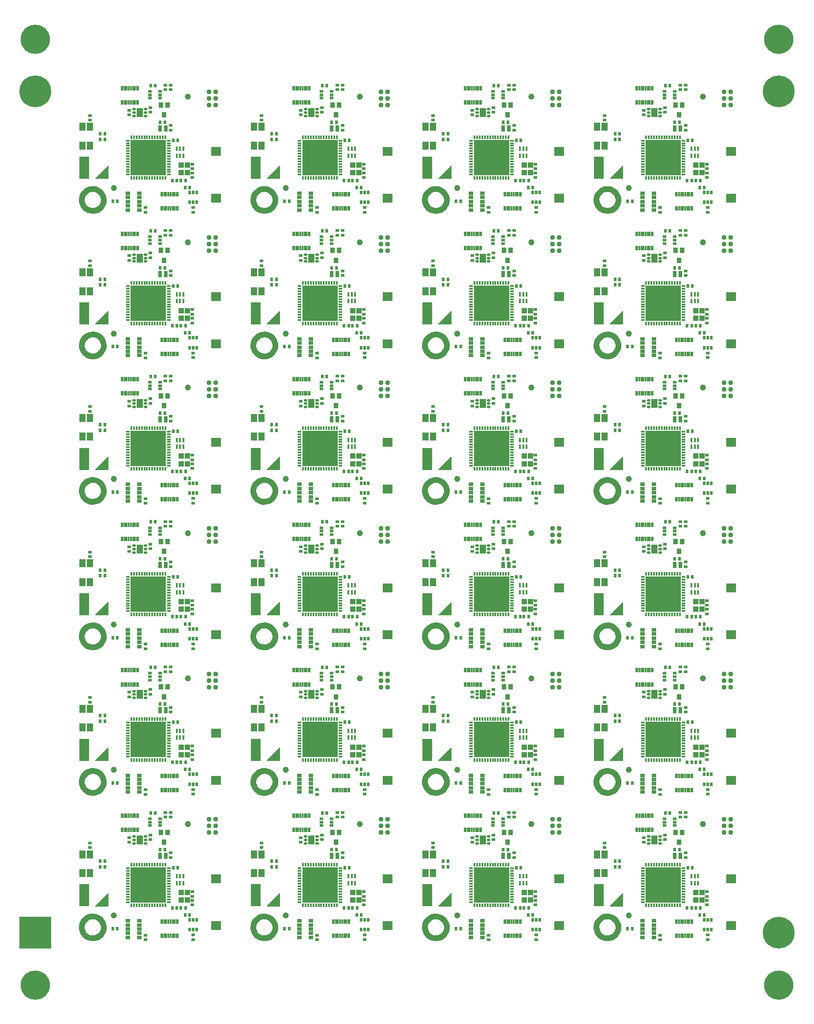
<source format=gts>
G04 Layer_Color=8388736*
%FSLAX25Y25*%
%MOIN*%
G70*
G01*
G75*
%ADD58C,0.24000*%
%ADD59R,0.24000X0.24000*%
%ADD60R,0.07687X0.06506*%
%ADD61R,0.02198X0.03151*%
%ADD62R,0.02175X0.02962*%
%ADD63R,0.02962X0.02175*%
%ADD64R,0.04734X0.06112*%
%ADD65R,0.01978X0.03198*%
%ADD66R,0.01506X0.03198*%
%ADD67R,0.26584X0.26584*%
%ADD68O,0.01584X0.02962*%
%ADD69O,0.02962X0.01584*%
%ADD70R,0.03151X0.02198*%
%ADD71O,0.02962X0.01781*%
%ADD72R,0.04537X0.06899*%
%ADD73R,0.02569X0.04537*%
%ADD74R,0.03947X0.04340*%
%ADD75R,0.03750X0.02569*%
%ADD76C,0.03700*%
%ADD77R,0.03356X0.04143*%
%ADD78R,0.01781X0.03553*%
%ADD79R,0.07293X0.16742*%
%ADD80R,0.04537X0.04537*%
%ADD81C,0.22100*%
%ADD82C,0.00600*%
%ADD83C,0.04600*%
G36*
X491372Y666026D02*
X491418Y666015D01*
X491462Y665997D01*
X491502Y665973D01*
X491538Y665942D01*
X491569Y665906D01*
X491593Y665866D01*
X491611Y665822D01*
X491622Y665776D01*
X491626Y665729D01*
Y656280D01*
X491622Y656233D01*
X491611Y656187D01*
X491593Y656144D01*
X491569Y656104D01*
X491538Y656068D01*
X491502Y656037D01*
X491462Y656012D01*
X491418Y655994D01*
X491372Y655983D01*
X491325Y655979D01*
X481876D01*
X481829Y655983D01*
X481783Y655994D01*
X481740Y656012D01*
X481700Y656037D01*
X481664Y656068D01*
X481633Y656104D01*
X481608Y656144D01*
X481590Y656187D01*
X481579Y656233D01*
X481575Y656280D01*
X481579Y656327D01*
X481590Y656373D01*
X481608Y656417D01*
X481633Y656457D01*
X481664Y656493D01*
X491112Y665942D01*
X491148Y665973D01*
X491189Y665997D01*
X491232Y666015D01*
X491278Y666026D01*
X491325Y666030D01*
X491372Y666026D01*
D02*
G37*
G36*
X361687D02*
X361733Y666015D01*
X361777Y665997D01*
X361817Y665973D01*
X361853Y665942D01*
X361884Y665906D01*
X361908Y665866D01*
X361926Y665822D01*
X361937Y665776D01*
X361941Y665729D01*
Y656280D01*
X361937Y656233D01*
X361926Y656187D01*
X361908Y656144D01*
X361884Y656104D01*
X361853Y656068D01*
X361817Y656037D01*
X361777Y656012D01*
X361733Y655994D01*
X361687Y655983D01*
X361640Y655979D01*
X352191D01*
X352144Y655983D01*
X352098Y655994D01*
X352055Y656012D01*
X352014Y656037D01*
X351979Y656068D01*
X351948Y656104D01*
X351923Y656144D01*
X351905Y656187D01*
X351894Y656233D01*
X351890Y656280D01*
X351894Y656327D01*
X351905Y656373D01*
X351923Y656417D01*
X351948Y656457D01*
X351979Y656493D01*
X361427Y665942D01*
X361463Y665973D01*
X361504Y665997D01*
X361547Y666015D01*
X361593Y666026D01*
X361640Y666030D01*
X361687Y666026D01*
D02*
G37*
G36*
X232002D02*
X232048Y666015D01*
X232092Y665997D01*
X232132Y665973D01*
X232168Y665942D01*
X232199Y665906D01*
X232223Y665866D01*
X232241Y665822D01*
X232252Y665776D01*
X232256Y665729D01*
Y656280D01*
X232252Y656233D01*
X232241Y656187D01*
X232223Y656144D01*
X232199Y656104D01*
X232168Y656068D01*
X232132Y656037D01*
X232092Y656012D01*
X232048Y655994D01*
X232002Y655983D01*
X231955Y655979D01*
X222506D01*
X222459Y655983D01*
X222413Y655994D01*
X222370Y656012D01*
X222329Y656037D01*
X222293Y656068D01*
X222263Y656104D01*
X222238Y656144D01*
X222220Y656187D01*
X222209Y656233D01*
X222205Y656280D01*
X222209Y656327D01*
X222220Y656373D01*
X222238Y656417D01*
X222263Y656457D01*
X222293Y656493D01*
X231742Y665942D01*
X231778Y665973D01*
X231819Y665997D01*
X231862Y666015D01*
X231908Y666026D01*
X231955Y666030D01*
X232002Y666026D01*
D02*
G37*
G36*
X102317D02*
X102363Y666015D01*
X102407Y665997D01*
X102447Y665973D01*
X102483Y665942D01*
X102514Y665906D01*
X102538Y665866D01*
X102556Y665822D01*
X102567Y665776D01*
X102571Y665729D01*
Y656280D01*
X102567Y656233D01*
X102556Y656187D01*
X102538Y656144D01*
X102514Y656104D01*
X102483Y656068D01*
X102447Y656037D01*
X102407Y656012D01*
X102363Y655994D01*
X102317Y655983D01*
X102270Y655979D01*
X92821D01*
X92774Y655983D01*
X92728Y655994D01*
X92685Y656012D01*
X92644Y656037D01*
X92608Y656068D01*
X92578Y656104D01*
X92553Y656144D01*
X92535Y656187D01*
X92524Y656233D01*
X92520Y656280D01*
X92524Y656327D01*
X92535Y656373D01*
X92553Y656417D01*
X92578Y656457D01*
X92608Y656493D01*
X102057Y665942D01*
X102093Y665973D01*
X102134Y665997D01*
X102177Y666015D01*
X102223Y666026D01*
X102270Y666030D01*
X102317Y666026D01*
D02*
G37*
G36*
X482302Y650289D02*
X484220Y649613D01*
X485971Y648580D01*
X487490Y647229D01*
X488720Y645609D01*
X489613Y643783D01*
X490138Y641819D01*
X490205Y640804D01*
X490130Y640799D01*
X490205Y640804D01*
X490211Y640718D01*
X490220Y640544D01*
X490226Y640371D01*
X490228Y640197D01*
Y640110D01*
X490228Y639094D01*
X489836Y637099D01*
X489066Y635217D01*
X487947Y633519D01*
X486521Y632070D01*
X484842Y630923D01*
X482974Y630121D01*
X480985Y629696D01*
X478953Y629662D01*
X476951Y630021D01*
X475057Y630760D01*
X473341Y631850D01*
X471868Y633252D01*
X470693Y634911D01*
X469861Y636766D01*
X469402Y638747D01*
X469334Y640779D01*
X469660Y642786D01*
X470367Y644692D01*
X471429Y646426D01*
X472806Y647922D01*
X474445Y649125D01*
X476286Y649988D01*
X478259Y650480D01*
X480290Y650581D01*
X482302Y650289D01*
D02*
G37*
G36*
X352617D02*
X354535Y649613D01*
X356286Y648580D01*
X357805Y647229D01*
X359034Y645609D01*
X359928Y643783D01*
X360453Y641819D01*
X360520Y640804D01*
X360445Y640799D01*
X360520Y640804D01*
X360526Y640718D01*
X360535Y640544D01*
X360540Y640371D01*
X360543Y640197D01*
Y640110D01*
X360543Y639094D01*
X360151Y637099D01*
X359381Y635217D01*
X358261Y633519D01*
X356836Y632070D01*
X355157Y630923D01*
X353289Y630121D01*
X351300Y629696D01*
X349267Y629662D01*
X347266Y630021D01*
X345372Y630760D01*
X343656Y631850D01*
X342183Y633252D01*
X341008Y634911D01*
X340176Y636766D01*
X339717Y638747D01*
X339649Y640779D01*
X339975Y642786D01*
X340682Y644692D01*
X341744Y646426D01*
X343121Y647922D01*
X344760Y649125D01*
X346601Y649988D01*
X348574Y650480D01*
X350605Y650581D01*
X352617Y650289D01*
D02*
G37*
G36*
X222932D02*
X224850Y649613D01*
X226601Y648580D01*
X228120Y647229D01*
X229349Y645609D01*
X230243Y643783D01*
X230767Y641819D01*
X230835Y640804D01*
X230760Y640799D01*
X230835Y640804D01*
X230841Y640718D01*
X230850Y640544D01*
X230855Y640371D01*
X230858Y640197D01*
Y640110D01*
X230858Y639094D01*
X230466Y637099D01*
X229696Y635217D01*
X228576Y633519D01*
X227151Y632070D01*
X225472Y630923D01*
X223604Y630121D01*
X221615Y629696D01*
X219582Y629662D01*
X217581Y630021D01*
X215687Y630760D01*
X213971Y631850D01*
X212498Y633252D01*
X211323Y634911D01*
X210490Y636766D01*
X210032Y638747D01*
X209964Y640779D01*
X210290Y642786D01*
X210997Y644692D01*
X212059Y646426D01*
X213436Y647922D01*
X215075Y649125D01*
X216916Y649988D01*
X218889Y650480D01*
X220920Y650581D01*
X222932Y650289D01*
D02*
G37*
G36*
X93247D02*
X95165Y649613D01*
X96916Y648580D01*
X98435Y647229D01*
X99664Y645609D01*
X100558Y643783D01*
X101083Y641819D01*
X101150Y640804D01*
X101075Y640799D01*
X101150Y640804D01*
X101156Y640718D01*
X101165Y640544D01*
X101170Y640371D01*
X101173Y640197D01*
Y640110D01*
X101173Y639094D01*
X100781Y637099D01*
X100011Y635217D01*
X98891Y633519D01*
X97466Y632070D01*
X95787Y630923D01*
X93918Y630121D01*
X91930Y629696D01*
X89897Y629662D01*
X87896Y630021D01*
X86002Y630760D01*
X84286Y631850D01*
X82813Y633252D01*
X81638Y634911D01*
X80805Y636766D01*
X80347Y638747D01*
X80279Y640779D01*
X80605Y642786D01*
X81312Y644692D01*
X82374Y646426D01*
X83751Y647922D01*
X85390Y649125D01*
X87231Y649988D01*
X89204Y650480D01*
X91235Y650581D01*
X93247Y650289D01*
D02*
G37*
G36*
X491372Y556152D02*
X491418Y556141D01*
X491462Y556123D01*
X491502Y556099D01*
X491538Y556068D01*
X491569Y556032D01*
X491593Y555992D01*
X491611Y555948D01*
X491622Y555902D01*
X491626Y555855D01*
Y546406D01*
X491622Y546359D01*
X491611Y546313D01*
X491593Y546270D01*
X491569Y546229D01*
X491538Y546194D01*
X491502Y546163D01*
X491462Y546138D01*
X491418Y546120D01*
X491372Y546109D01*
X491325Y546105D01*
X481876D01*
X481829Y546109D01*
X481783Y546120D01*
X481740Y546138D01*
X481700Y546163D01*
X481664Y546194D01*
X481633Y546229D01*
X481608Y546270D01*
X481590Y546313D01*
X481579Y546359D01*
X481575Y546406D01*
X481579Y546453D01*
X481590Y546499D01*
X481608Y546543D01*
X481633Y546583D01*
X481664Y546619D01*
X491112Y556068D01*
X491148Y556099D01*
X491189Y556123D01*
X491232Y556141D01*
X491278Y556152D01*
X491325Y556156D01*
X491372Y556152D01*
D02*
G37*
G36*
X361687D02*
X361733Y556141D01*
X361777Y556123D01*
X361817Y556099D01*
X361853Y556068D01*
X361884Y556032D01*
X361908Y555992D01*
X361926Y555948D01*
X361937Y555902D01*
X361941Y555855D01*
Y546406D01*
X361937Y546359D01*
X361926Y546313D01*
X361908Y546270D01*
X361884Y546229D01*
X361853Y546194D01*
X361817Y546163D01*
X361777Y546138D01*
X361733Y546120D01*
X361687Y546109D01*
X361640Y546105D01*
X352191D01*
X352144Y546109D01*
X352098Y546120D01*
X352055Y546138D01*
X352014Y546163D01*
X351979Y546194D01*
X351948Y546229D01*
X351923Y546270D01*
X351905Y546313D01*
X351894Y546359D01*
X351890Y546406D01*
X351894Y546453D01*
X351905Y546499D01*
X351923Y546543D01*
X351948Y546583D01*
X351979Y546619D01*
X361427Y556068D01*
X361463Y556099D01*
X361504Y556123D01*
X361547Y556141D01*
X361593Y556152D01*
X361640Y556156D01*
X361687Y556152D01*
D02*
G37*
G36*
X232002D02*
X232048Y556141D01*
X232092Y556123D01*
X232132Y556099D01*
X232168Y556068D01*
X232199Y556032D01*
X232223Y555992D01*
X232241Y555948D01*
X232252Y555902D01*
X232256Y555855D01*
Y546406D01*
X232252Y546359D01*
X232241Y546313D01*
X232223Y546270D01*
X232199Y546229D01*
X232168Y546194D01*
X232132Y546163D01*
X232092Y546138D01*
X232048Y546120D01*
X232002Y546109D01*
X231955Y546105D01*
X222506D01*
X222459Y546109D01*
X222413Y546120D01*
X222370Y546138D01*
X222329Y546163D01*
X222293Y546194D01*
X222263Y546229D01*
X222238Y546270D01*
X222220Y546313D01*
X222209Y546359D01*
X222205Y546406D01*
X222209Y546453D01*
X222220Y546499D01*
X222238Y546543D01*
X222263Y546583D01*
X222293Y546619D01*
X231742Y556068D01*
X231778Y556099D01*
X231819Y556123D01*
X231862Y556141D01*
X231908Y556152D01*
X231955Y556156D01*
X232002Y556152D01*
D02*
G37*
G36*
X102317D02*
X102363Y556141D01*
X102407Y556123D01*
X102447Y556099D01*
X102483Y556068D01*
X102514Y556032D01*
X102538Y555992D01*
X102556Y555948D01*
X102567Y555902D01*
X102571Y555855D01*
Y546406D01*
X102567Y546359D01*
X102556Y546313D01*
X102538Y546270D01*
X102514Y546229D01*
X102483Y546194D01*
X102447Y546163D01*
X102407Y546138D01*
X102363Y546120D01*
X102317Y546109D01*
X102270Y546105D01*
X92821D01*
X92774Y546109D01*
X92728Y546120D01*
X92685Y546138D01*
X92644Y546163D01*
X92608Y546194D01*
X92578Y546229D01*
X92553Y546270D01*
X92535Y546313D01*
X92524Y546359D01*
X92520Y546406D01*
X92524Y546453D01*
X92535Y546499D01*
X92553Y546543D01*
X92578Y546583D01*
X92608Y546619D01*
X102057Y556068D01*
X102093Y556099D01*
X102134Y556123D01*
X102177Y556141D01*
X102223Y556152D01*
X102270Y556156D01*
X102317Y556152D01*
D02*
G37*
G36*
X482302Y540414D02*
X484220Y539739D01*
X485971Y538706D01*
X487490Y537355D01*
X488720Y535735D01*
X489613Y533909D01*
X490138Y531945D01*
X490205Y530930D01*
X490130Y530925D01*
X490205Y530930D01*
X490211Y530844D01*
X490220Y530670D01*
X490226Y530497D01*
X490228Y530323D01*
Y530236D01*
X490228Y529220D01*
X489836Y527225D01*
X489066Y525343D01*
X487947Y523645D01*
X486521Y522196D01*
X484842Y521049D01*
X482974Y520247D01*
X480985Y519822D01*
X478953Y519788D01*
X476951Y520147D01*
X475057Y520886D01*
X473341Y521976D01*
X471868Y523378D01*
X470693Y525037D01*
X469861Y526892D01*
X469402Y528873D01*
X469334Y530905D01*
X469660Y532912D01*
X470367Y534818D01*
X471429Y536552D01*
X472806Y538048D01*
X474445Y539251D01*
X476286Y540114D01*
X478259Y540605D01*
X480290Y540707D01*
X482302Y540414D01*
D02*
G37*
G36*
X352617D02*
X354535Y539739D01*
X356286Y538706D01*
X357805Y537355D01*
X359034Y535735D01*
X359928Y533909D01*
X360453Y531945D01*
X360520Y530930D01*
X360445Y530925D01*
X360520Y530930D01*
X360526Y530844D01*
X360535Y530670D01*
X360540Y530497D01*
X360543Y530323D01*
Y530236D01*
X360543Y529220D01*
X360151Y527225D01*
X359381Y525343D01*
X358261Y523645D01*
X356836Y522196D01*
X355157Y521049D01*
X353289Y520247D01*
X351300Y519822D01*
X349267Y519788D01*
X347266Y520147D01*
X345372Y520886D01*
X343656Y521976D01*
X342183Y523378D01*
X341008Y525037D01*
X340176Y526892D01*
X339717Y528873D01*
X339649Y530905D01*
X339975Y532912D01*
X340682Y534818D01*
X341744Y536552D01*
X343121Y538048D01*
X344760Y539251D01*
X346601Y540114D01*
X348574Y540605D01*
X350605Y540707D01*
X352617Y540414D01*
D02*
G37*
G36*
X222932D02*
X224850Y539739D01*
X226601Y538706D01*
X228120Y537355D01*
X229349Y535735D01*
X230243Y533909D01*
X230767Y531945D01*
X230835Y530930D01*
X230760Y530925D01*
X230835Y530930D01*
X230841Y530844D01*
X230850Y530670D01*
X230855Y530497D01*
X230858Y530323D01*
Y530236D01*
X230858Y529220D01*
X230466Y527225D01*
X229696Y525343D01*
X228576Y523645D01*
X227151Y522196D01*
X225472Y521049D01*
X223604Y520247D01*
X221615Y519822D01*
X219582Y519788D01*
X217581Y520147D01*
X215687Y520886D01*
X213971Y521976D01*
X212498Y523378D01*
X211323Y525037D01*
X210490Y526892D01*
X210032Y528873D01*
X209964Y530905D01*
X210290Y532912D01*
X210997Y534818D01*
X212059Y536552D01*
X213436Y538048D01*
X215075Y539251D01*
X216916Y540114D01*
X218889Y540605D01*
X220920Y540707D01*
X222932Y540414D01*
D02*
G37*
G36*
X93247D02*
X95165Y539739D01*
X96916Y538706D01*
X98435Y537355D01*
X99664Y535735D01*
X100558Y533909D01*
X101083Y531945D01*
X101150Y530930D01*
X101075Y530925D01*
X101150Y530930D01*
X101156Y530844D01*
X101165Y530670D01*
X101170Y530497D01*
X101173Y530323D01*
Y530236D01*
X101173Y529220D01*
X100781Y527225D01*
X100011Y525343D01*
X98891Y523645D01*
X97466Y522196D01*
X95787Y521049D01*
X93918Y520247D01*
X91930Y519822D01*
X89897Y519788D01*
X87896Y520147D01*
X86002Y520886D01*
X84286Y521976D01*
X82813Y523378D01*
X81638Y525037D01*
X80805Y526892D01*
X80347Y528873D01*
X80279Y530905D01*
X80605Y532912D01*
X81312Y534818D01*
X82374Y536552D01*
X83751Y538048D01*
X85390Y539251D01*
X87231Y540114D01*
X89204Y540605D01*
X91235Y540707D01*
X93247Y540414D01*
D02*
G37*
G36*
X491372Y446278D02*
X491418Y446267D01*
X491462Y446249D01*
X491502Y446225D01*
X491538Y446194D01*
X491569Y446158D01*
X491593Y446118D01*
X491611Y446074D01*
X491622Y446028D01*
X491626Y445981D01*
Y436532D01*
X491622Y436485D01*
X491611Y436439D01*
X491593Y436396D01*
X491569Y436355D01*
X491538Y436319D01*
X491502Y436289D01*
X491462Y436264D01*
X491418Y436246D01*
X491372Y436235D01*
X491325Y436231D01*
X481876D01*
X481829Y436235D01*
X481783Y436246D01*
X481740Y436264D01*
X481700Y436289D01*
X481664Y436319D01*
X481633Y436355D01*
X481608Y436396D01*
X481590Y436439D01*
X481579Y436485D01*
X481575Y436532D01*
X481579Y436579D01*
X481590Y436625D01*
X481608Y436669D01*
X481633Y436709D01*
X481664Y436745D01*
X491112Y446194D01*
X491148Y446225D01*
X491189Y446249D01*
X491232Y446267D01*
X491278Y446278D01*
X491325Y446282D01*
X491372Y446278D01*
D02*
G37*
G36*
X361687D02*
X361733Y446267D01*
X361777Y446249D01*
X361817Y446225D01*
X361853Y446194D01*
X361884Y446158D01*
X361908Y446118D01*
X361926Y446074D01*
X361937Y446028D01*
X361941Y445981D01*
Y436532D01*
X361937Y436485D01*
X361926Y436439D01*
X361908Y436396D01*
X361884Y436355D01*
X361853Y436319D01*
X361817Y436289D01*
X361777Y436264D01*
X361733Y436246D01*
X361687Y436235D01*
X361640Y436231D01*
X352191D01*
X352144Y436235D01*
X352098Y436246D01*
X352055Y436264D01*
X352014Y436289D01*
X351979Y436319D01*
X351948Y436355D01*
X351923Y436396D01*
X351905Y436439D01*
X351894Y436485D01*
X351890Y436532D01*
X351894Y436579D01*
X351905Y436625D01*
X351923Y436669D01*
X351948Y436709D01*
X351979Y436745D01*
X361427Y446194D01*
X361463Y446225D01*
X361504Y446249D01*
X361547Y446267D01*
X361593Y446278D01*
X361640Y446282D01*
X361687Y446278D01*
D02*
G37*
G36*
X232002D02*
X232048Y446267D01*
X232092Y446249D01*
X232132Y446225D01*
X232168Y446194D01*
X232199Y446158D01*
X232223Y446118D01*
X232241Y446074D01*
X232252Y446028D01*
X232256Y445981D01*
Y436532D01*
X232252Y436485D01*
X232241Y436439D01*
X232223Y436396D01*
X232199Y436355D01*
X232168Y436319D01*
X232132Y436289D01*
X232092Y436264D01*
X232048Y436246D01*
X232002Y436235D01*
X231955Y436231D01*
X222506D01*
X222459Y436235D01*
X222413Y436246D01*
X222370Y436264D01*
X222329Y436289D01*
X222293Y436319D01*
X222263Y436355D01*
X222238Y436396D01*
X222220Y436439D01*
X222209Y436485D01*
X222205Y436532D01*
X222209Y436579D01*
X222220Y436625D01*
X222238Y436669D01*
X222263Y436709D01*
X222293Y436745D01*
X231742Y446194D01*
X231778Y446225D01*
X231819Y446249D01*
X231862Y446267D01*
X231908Y446278D01*
X231955Y446282D01*
X232002Y446278D01*
D02*
G37*
G36*
X102317D02*
X102363Y446267D01*
X102407Y446249D01*
X102447Y446225D01*
X102483Y446194D01*
X102514Y446158D01*
X102538Y446118D01*
X102556Y446074D01*
X102567Y446028D01*
X102571Y445981D01*
Y436532D01*
X102567Y436485D01*
X102556Y436439D01*
X102538Y436396D01*
X102514Y436355D01*
X102483Y436319D01*
X102447Y436289D01*
X102407Y436264D01*
X102363Y436246D01*
X102317Y436235D01*
X102270Y436231D01*
X92821D01*
X92774Y436235D01*
X92728Y436246D01*
X92685Y436264D01*
X92644Y436289D01*
X92608Y436319D01*
X92578Y436355D01*
X92553Y436396D01*
X92535Y436439D01*
X92524Y436485D01*
X92520Y436532D01*
X92524Y436579D01*
X92535Y436625D01*
X92553Y436669D01*
X92578Y436709D01*
X92608Y436745D01*
X102057Y446194D01*
X102093Y446225D01*
X102134Y446249D01*
X102177Y446267D01*
X102223Y446278D01*
X102270Y446282D01*
X102317Y446278D01*
D02*
G37*
G36*
X482302Y430541D02*
X484220Y429865D01*
X485971Y428832D01*
X487490Y427481D01*
X488720Y425861D01*
X489613Y424035D01*
X490138Y422071D01*
X490205Y421056D01*
X490130Y421051D01*
X490205Y421056D01*
X490211Y420970D01*
X490220Y420796D01*
X490226Y420623D01*
X490228Y420449D01*
Y420362D01*
X490228Y419346D01*
X489836Y417351D01*
X489066Y415469D01*
X487947Y413771D01*
X486521Y412322D01*
X484842Y411175D01*
X482974Y410373D01*
X480985Y409947D01*
X478953Y409914D01*
X476951Y410273D01*
X475057Y411012D01*
X473341Y412102D01*
X471868Y413504D01*
X470693Y415163D01*
X469861Y417018D01*
X469402Y418999D01*
X469334Y421031D01*
X469660Y423038D01*
X470367Y424944D01*
X471429Y426678D01*
X472806Y428174D01*
X474445Y429377D01*
X476286Y430240D01*
X478259Y430731D01*
X480290Y430833D01*
X482302Y430541D01*
D02*
G37*
G36*
X352617D02*
X354535Y429865D01*
X356286Y428832D01*
X357805Y427481D01*
X359034Y425861D01*
X359928Y424035D01*
X360453Y422071D01*
X360520Y421056D01*
X360445Y421051D01*
X360520Y421056D01*
X360526Y420970D01*
X360535Y420796D01*
X360540Y420623D01*
X360543Y420449D01*
Y420362D01*
X360543Y419346D01*
X360151Y417351D01*
X359381Y415469D01*
X358261Y413771D01*
X356836Y412322D01*
X355157Y411175D01*
X353289Y410373D01*
X351300Y409947D01*
X349267Y409914D01*
X347266Y410273D01*
X345372Y411012D01*
X343656Y412102D01*
X342183Y413504D01*
X341008Y415163D01*
X340176Y417018D01*
X339717Y418999D01*
X339649Y421031D01*
X339975Y423038D01*
X340682Y424944D01*
X341744Y426678D01*
X343121Y428174D01*
X344760Y429377D01*
X346601Y430240D01*
X348574Y430731D01*
X350605Y430833D01*
X352617Y430541D01*
D02*
G37*
G36*
X222932D02*
X224850Y429865D01*
X226601Y428832D01*
X228120Y427481D01*
X229349Y425861D01*
X230243Y424035D01*
X230767Y422071D01*
X230835Y421056D01*
X230760Y421051D01*
X230835Y421056D01*
X230841Y420970D01*
X230850Y420796D01*
X230855Y420623D01*
X230858Y420449D01*
Y420362D01*
X230858Y419346D01*
X230466Y417351D01*
X229696Y415469D01*
X228576Y413771D01*
X227151Y412322D01*
X225472Y411175D01*
X223604Y410373D01*
X221615Y409947D01*
X219582Y409914D01*
X217581Y410273D01*
X215687Y411012D01*
X213971Y412102D01*
X212498Y413504D01*
X211323Y415163D01*
X210490Y417018D01*
X210032Y418999D01*
X209964Y421031D01*
X210290Y423038D01*
X210997Y424944D01*
X212059Y426678D01*
X213436Y428174D01*
X215075Y429377D01*
X216916Y430240D01*
X218889Y430731D01*
X220920Y430833D01*
X222932Y430541D01*
D02*
G37*
G36*
X93247D02*
X95165Y429865D01*
X96916Y428832D01*
X98435Y427481D01*
X99664Y425861D01*
X100558Y424035D01*
X101083Y422071D01*
X101150Y421056D01*
X101075Y421051D01*
X101150Y421056D01*
X101156Y420970D01*
X101165Y420796D01*
X101170Y420623D01*
X101173Y420449D01*
Y420362D01*
X101173Y419346D01*
X100781Y417351D01*
X100011Y415469D01*
X98891Y413771D01*
X97466Y412322D01*
X95787Y411175D01*
X93918Y410373D01*
X91930Y409947D01*
X89897Y409914D01*
X87896Y410273D01*
X86002Y411012D01*
X84286Y412102D01*
X82813Y413504D01*
X81638Y415163D01*
X80805Y417018D01*
X80347Y418999D01*
X80279Y421031D01*
X80605Y423038D01*
X81312Y424944D01*
X82374Y426678D01*
X83751Y428174D01*
X85390Y429377D01*
X87231Y430240D01*
X89204Y430731D01*
X91235Y430833D01*
X93247Y430541D01*
D02*
G37*
G36*
X491372Y336404D02*
X491418Y336393D01*
X491462Y336375D01*
X491502Y336351D01*
X491538Y336320D01*
X491569Y336284D01*
X491593Y336244D01*
X491611Y336200D01*
X491622Y336154D01*
X491626Y336107D01*
Y326658D01*
X491622Y326611D01*
X491611Y326565D01*
X491593Y326522D01*
X491569Y326481D01*
X491538Y326446D01*
X491502Y326415D01*
X491462Y326390D01*
X491418Y326372D01*
X491372Y326361D01*
X491325Y326357D01*
X481876D01*
X481829Y326361D01*
X481783Y326372D01*
X481740Y326390D01*
X481700Y326415D01*
X481664Y326446D01*
X481633Y326481D01*
X481608Y326522D01*
X481590Y326565D01*
X481579Y326611D01*
X481575Y326658D01*
X481579Y326705D01*
X481590Y326751D01*
X481608Y326795D01*
X481633Y326835D01*
X481664Y326871D01*
X491112Y336320D01*
X491148Y336351D01*
X491189Y336375D01*
X491232Y336393D01*
X491278Y336404D01*
X491325Y336408D01*
X491372Y336404D01*
D02*
G37*
G36*
X361687D02*
X361733Y336393D01*
X361777Y336375D01*
X361817Y336351D01*
X361853Y336320D01*
X361884Y336284D01*
X361908Y336244D01*
X361926Y336200D01*
X361937Y336154D01*
X361941Y336107D01*
Y326658D01*
X361937Y326611D01*
X361926Y326565D01*
X361908Y326522D01*
X361884Y326481D01*
X361853Y326446D01*
X361817Y326415D01*
X361777Y326390D01*
X361733Y326372D01*
X361687Y326361D01*
X361640Y326357D01*
X352191D01*
X352144Y326361D01*
X352098Y326372D01*
X352055Y326390D01*
X352014Y326415D01*
X351979Y326446D01*
X351948Y326481D01*
X351923Y326522D01*
X351905Y326565D01*
X351894Y326611D01*
X351890Y326658D01*
X351894Y326705D01*
X351905Y326751D01*
X351923Y326795D01*
X351948Y326835D01*
X351979Y326871D01*
X361427Y336320D01*
X361463Y336351D01*
X361504Y336375D01*
X361547Y336393D01*
X361593Y336404D01*
X361640Y336408D01*
X361687Y336404D01*
D02*
G37*
G36*
X232002D02*
X232048Y336393D01*
X232092Y336375D01*
X232132Y336351D01*
X232168Y336320D01*
X232199Y336284D01*
X232223Y336244D01*
X232241Y336200D01*
X232252Y336154D01*
X232256Y336107D01*
Y326658D01*
X232252Y326611D01*
X232241Y326565D01*
X232223Y326522D01*
X232199Y326481D01*
X232168Y326446D01*
X232132Y326415D01*
X232092Y326390D01*
X232048Y326372D01*
X232002Y326361D01*
X231955Y326357D01*
X222506D01*
X222459Y326361D01*
X222413Y326372D01*
X222370Y326390D01*
X222329Y326415D01*
X222293Y326446D01*
X222263Y326481D01*
X222238Y326522D01*
X222220Y326565D01*
X222209Y326611D01*
X222205Y326658D01*
X222209Y326705D01*
X222220Y326751D01*
X222238Y326795D01*
X222263Y326835D01*
X222293Y326871D01*
X231742Y336320D01*
X231778Y336351D01*
X231819Y336375D01*
X231862Y336393D01*
X231908Y336404D01*
X231955Y336408D01*
X232002Y336404D01*
D02*
G37*
G36*
X102317D02*
X102363Y336393D01*
X102407Y336375D01*
X102447Y336351D01*
X102483Y336320D01*
X102514Y336284D01*
X102538Y336244D01*
X102556Y336200D01*
X102567Y336154D01*
X102571Y336107D01*
Y326658D01*
X102567Y326611D01*
X102556Y326565D01*
X102538Y326522D01*
X102514Y326481D01*
X102483Y326446D01*
X102447Y326415D01*
X102407Y326390D01*
X102363Y326372D01*
X102317Y326361D01*
X102270Y326357D01*
X92821D01*
X92774Y326361D01*
X92728Y326372D01*
X92685Y326390D01*
X92644Y326415D01*
X92608Y326446D01*
X92578Y326481D01*
X92553Y326522D01*
X92535Y326565D01*
X92524Y326611D01*
X92520Y326658D01*
X92524Y326705D01*
X92535Y326751D01*
X92553Y326795D01*
X92578Y326835D01*
X92608Y326871D01*
X102057Y336320D01*
X102093Y336351D01*
X102134Y336375D01*
X102177Y336393D01*
X102223Y336404D01*
X102270Y336408D01*
X102317Y336404D01*
D02*
G37*
G36*
X482302Y320667D02*
X484220Y319991D01*
X485971Y318958D01*
X487490Y317607D01*
X488720Y315987D01*
X489613Y314161D01*
X490138Y312196D01*
X490205Y311182D01*
X490130Y311177D01*
X490205Y311182D01*
X490211Y311096D01*
X490220Y310922D01*
X490226Y310749D01*
X490228Y310575D01*
Y310488D01*
X490228Y309472D01*
X489836Y307477D01*
X489066Y305595D01*
X487947Y303897D01*
X486521Y302448D01*
X484842Y301301D01*
X482974Y300499D01*
X480985Y300074D01*
X478953Y300040D01*
X476951Y300399D01*
X475057Y301138D01*
X473341Y302228D01*
X471868Y303630D01*
X470693Y305289D01*
X469861Y307144D01*
X469402Y309125D01*
X469334Y311157D01*
X469660Y313164D01*
X470367Y315070D01*
X471429Y316804D01*
X472806Y318300D01*
X474445Y319503D01*
X476286Y320366D01*
X478259Y320858D01*
X480290Y320959D01*
X482302Y320667D01*
D02*
G37*
G36*
X352617D02*
X354535Y319991D01*
X356286Y318958D01*
X357805Y317607D01*
X359034Y315987D01*
X359928Y314161D01*
X360453Y312196D01*
X360520Y311182D01*
X360445Y311177D01*
X360520Y311182D01*
X360526Y311096D01*
X360535Y310922D01*
X360540Y310749D01*
X360543Y310575D01*
Y310488D01*
X360543Y309472D01*
X360151Y307477D01*
X359381Y305595D01*
X358261Y303897D01*
X356836Y302448D01*
X355157Y301301D01*
X353289Y300499D01*
X351300Y300074D01*
X349267Y300040D01*
X347266Y300399D01*
X345372Y301138D01*
X343656Y302228D01*
X342183Y303630D01*
X341008Y305289D01*
X340176Y307144D01*
X339717Y309125D01*
X339649Y311157D01*
X339975Y313164D01*
X340682Y315070D01*
X341744Y316804D01*
X343121Y318300D01*
X344760Y319503D01*
X346601Y320366D01*
X348574Y320858D01*
X350605Y320959D01*
X352617Y320667D01*
D02*
G37*
G36*
X222932D02*
X224850Y319991D01*
X226601Y318958D01*
X228120Y317607D01*
X229349Y315987D01*
X230243Y314161D01*
X230767Y312196D01*
X230835Y311182D01*
X230760Y311177D01*
X230835Y311182D01*
X230841Y311096D01*
X230850Y310922D01*
X230855Y310749D01*
X230858Y310575D01*
Y310488D01*
X230858Y309472D01*
X230466Y307477D01*
X229696Y305595D01*
X228576Y303897D01*
X227151Y302448D01*
X225472Y301301D01*
X223604Y300499D01*
X221615Y300074D01*
X219582Y300040D01*
X217581Y300399D01*
X215687Y301138D01*
X213971Y302228D01*
X212498Y303630D01*
X211323Y305289D01*
X210490Y307144D01*
X210032Y309125D01*
X209964Y311157D01*
X210290Y313164D01*
X210997Y315070D01*
X212059Y316804D01*
X213436Y318300D01*
X215075Y319503D01*
X216916Y320366D01*
X218889Y320858D01*
X220920Y320959D01*
X222932Y320667D01*
D02*
G37*
G36*
X93247D02*
X95165Y319991D01*
X96916Y318958D01*
X98435Y317607D01*
X99664Y315987D01*
X100558Y314161D01*
X101083Y312196D01*
X101150Y311182D01*
X101075Y311177D01*
X101150Y311182D01*
X101156Y311096D01*
X101165Y310922D01*
X101170Y310749D01*
X101173Y310575D01*
Y310488D01*
X101173Y309472D01*
X100781Y307477D01*
X100011Y305595D01*
X98891Y303897D01*
X97466Y302448D01*
X95787Y301301D01*
X93918Y300499D01*
X91930Y300074D01*
X89897Y300040D01*
X87896Y300399D01*
X86002Y301138D01*
X84286Y302228D01*
X82813Y303630D01*
X81638Y305289D01*
X80805Y307144D01*
X80347Y309125D01*
X80279Y311157D01*
X80605Y313164D01*
X81312Y315070D01*
X82374Y316804D01*
X83751Y318300D01*
X85390Y319503D01*
X87231Y320366D01*
X89204Y320858D01*
X91235Y320959D01*
X93247Y320667D01*
D02*
G37*
G36*
X491372Y226530D02*
X491418Y226519D01*
X491462Y226501D01*
X491502Y226477D01*
X491538Y226446D01*
X491569Y226410D01*
X491593Y226370D01*
X491611Y226326D01*
X491622Y226280D01*
X491626Y226233D01*
Y216784D01*
X491622Y216737D01*
X491611Y216691D01*
X491593Y216648D01*
X491569Y216607D01*
X491538Y216571D01*
X491502Y216541D01*
X491462Y216516D01*
X491418Y216498D01*
X491372Y216487D01*
X491325Y216483D01*
X481876D01*
X481829Y216487D01*
X481783Y216498D01*
X481740Y216516D01*
X481700Y216541D01*
X481664Y216571D01*
X481633Y216607D01*
X481608Y216648D01*
X481590Y216691D01*
X481579Y216737D01*
X481575Y216784D01*
X481579Y216831D01*
X481590Y216877D01*
X481608Y216921D01*
X481633Y216961D01*
X481664Y216997D01*
X491112Y226446D01*
X491148Y226477D01*
X491189Y226501D01*
X491232Y226519D01*
X491278Y226530D01*
X491325Y226534D01*
X491372Y226530D01*
D02*
G37*
G36*
X361687D02*
X361733Y226519D01*
X361777Y226501D01*
X361817Y226477D01*
X361853Y226446D01*
X361884Y226410D01*
X361908Y226370D01*
X361926Y226326D01*
X361937Y226280D01*
X361941Y226233D01*
Y216784D01*
X361937Y216737D01*
X361926Y216691D01*
X361908Y216648D01*
X361884Y216607D01*
X361853Y216571D01*
X361817Y216541D01*
X361777Y216516D01*
X361733Y216498D01*
X361687Y216487D01*
X361640Y216483D01*
X352191D01*
X352144Y216487D01*
X352098Y216498D01*
X352055Y216516D01*
X352014Y216541D01*
X351979Y216571D01*
X351948Y216607D01*
X351923Y216648D01*
X351905Y216691D01*
X351894Y216737D01*
X351890Y216784D01*
X351894Y216831D01*
X351905Y216877D01*
X351923Y216921D01*
X351948Y216961D01*
X351979Y216997D01*
X361427Y226446D01*
X361463Y226477D01*
X361504Y226501D01*
X361547Y226519D01*
X361593Y226530D01*
X361640Y226534D01*
X361687Y226530D01*
D02*
G37*
G36*
X232002D02*
X232048Y226519D01*
X232092Y226501D01*
X232132Y226477D01*
X232168Y226446D01*
X232199Y226410D01*
X232223Y226370D01*
X232241Y226326D01*
X232252Y226280D01*
X232256Y226233D01*
Y216784D01*
X232252Y216737D01*
X232241Y216691D01*
X232223Y216648D01*
X232199Y216607D01*
X232168Y216571D01*
X232132Y216541D01*
X232092Y216516D01*
X232048Y216498D01*
X232002Y216487D01*
X231955Y216483D01*
X222506D01*
X222459Y216487D01*
X222413Y216498D01*
X222370Y216516D01*
X222329Y216541D01*
X222293Y216571D01*
X222263Y216607D01*
X222238Y216648D01*
X222220Y216691D01*
X222209Y216737D01*
X222205Y216784D01*
X222209Y216831D01*
X222220Y216877D01*
X222238Y216921D01*
X222263Y216961D01*
X222293Y216997D01*
X231742Y226446D01*
X231778Y226477D01*
X231819Y226501D01*
X231862Y226519D01*
X231908Y226530D01*
X231955Y226534D01*
X232002Y226530D01*
D02*
G37*
G36*
X102317D02*
X102363Y226519D01*
X102407Y226501D01*
X102447Y226477D01*
X102483Y226446D01*
X102514Y226410D01*
X102538Y226370D01*
X102556Y226326D01*
X102567Y226280D01*
X102571Y226233D01*
Y216784D01*
X102567Y216737D01*
X102556Y216691D01*
X102538Y216648D01*
X102514Y216607D01*
X102483Y216571D01*
X102447Y216541D01*
X102407Y216516D01*
X102363Y216498D01*
X102317Y216487D01*
X102270Y216483D01*
X92821D01*
X92774Y216487D01*
X92728Y216498D01*
X92685Y216516D01*
X92644Y216541D01*
X92608Y216571D01*
X92578Y216607D01*
X92553Y216648D01*
X92535Y216691D01*
X92524Y216737D01*
X92520Y216784D01*
X92524Y216831D01*
X92535Y216877D01*
X92553Y216921D01*
X92578Y216961D01*
X92608Y216997D01*
X102057Y226446D01*
X102093Y226477D01*
X102134Y226501D01*
X102177Y226519D01*
X102223Y226530D01*
X102270Y226534D01*
X102317Y226530D01*
D02*
G37*
G36*
X482302Y210792D02*
X484220Y210117D01*
X485971Y209084D01*
X487490Y207733D01*
X488720Y206113D01*
X489613Y204287D01*
X490138Y202323D01*
X490205Y201308D01*
X490130Y201303D01*
X490205Y201308D01*
X490211Y201221D01*
X490220Y201048D01*
X490226Y200875D01*
X490228Y200701D01*
Y200614D01*
X490228Y199598D01*
X489836Y197603D01*
X489066Y195721D01*
X487947Y194023D01*
X486521Y192574D01*
X484842Y191427D01*
X482974Y190625D01*
X480985Y190199D01*
X478953Y190166D01*
X476951Y190525D01*
X475057Y191264D01*
X473341Y192354D01*
X471868Y193756D01*
X470693Y195415D01*
X469861Y197270D01*
X469402Y199251D01*
X469334Y201283D01*
X469660Y203290D01*
X470367Y205196D01*
X471429Y206930D01*
X472806Y208426D01*
X474445Y209629D01*
X476286Y210492D01*
X478259Y210983D01*
X480290Y211085D01*
X482302Y210792D01*
D02*
G37*
G36*
X352617D02*
X354535Y210117D01*
X356286Y209084D01*
X357805Y207733D01*
X359034Y206113D01*
X359928Y204287D01*
X360453Y202323D01*
X360520Y201308D01*
X360445Y201303D01*
X360520Y201308D01*
X360526Y201221D01*
X360535Y201048D01*
X360540Y200875D01*
X360543Y200701D01*
Y200614D01*
X360543Y199598D01*
X360151Y197603D01*
X359381Y195721D01*
X358261Y194023D01*
X356836Y192574D01*
X355157Y191427D01*
X353289Y190625D01*
X351300Y190199D01*
X349267Y190166D01*
X347266Y190525D01*
X345372Y191264D01*
X343656Y192354D01*
X342183Y193756D01*
X341008Y195415D01*
X340176Y197270D01*
X339717Y199251D01*
X339649Y201283D01*
X339975Y203290D01*
X340682Y205196D01*
X341744Y206930D01*
X343121Y208426D01*
X344760Y209629D01*
X346601Y210492D01*
X348574Y210983D01*
X350605Y211085D01*
X352617Y210792D01*
D02*
G37*
G36*
X222932D02*
X224850Y210117D01*
X226601Y209084D01*
X228120Y207733D01*
X229349Y206113D01*
X230243Y204287D01*
X230767Y202323D01*
X230835Y201308D01*
X230760Y201303D01*
X230835Y201308D01*
X230841Y201221D01*
X230850Y201048D01*
X230855Y200875D01*
X230858Y200701D01*
Y200614D01*
X230858Y199598D01*
X230466Y197603D01*
X229696Y195721D01*
X228576Y194023D01*
X227151Y192574D01*
X225472Y191427D01*
X223604Y190625D01*
X221615Y190199D01*
X219582Y190166D01*
X217581Y190525D01*
X215687Y191264D01*
X213971Y192354D01*
X212498Y193756D01*
X211323Y195415D01*
X210490Y197270D01*
X210032Y199251D01*
X209964Y201283D01*
X210290Y203290D01*
X210997Y205196D01*
X212059Y206930D01*
X213436Y208426D01*
X215075Y209629D01*
X216916Y210492D01*
X218889Y210983D01*
X220920Y211085D01*
X222932Y210792D01*
D02*
G37*
G36*
X93247D02*
X95165Y210117D01*
X96916Y209084D01*
X98435Y207733D01*
X99664Y206113D01*
X100558Y204287D01*
X101083Y202323D01*
X101150Y201308D01*
X101075Y201303D01*
X101150Y201308D01*
X101156Y201221D01*
X101165Y201048D01*
X101170Y200875D01*
X101173Y200701D01*
Y200614D01*
X101173Y199598D01*
X100781Y197603D01*
X100011Y195721D01*
X98891Y194023D01*
X97466Y192574D01*
X95787Y191427D01*
X93918Y190625D01*
X91930Y190199D01*
X89897Y190166D01*
X87896Y190525D01*
X86002Y191264D01*
X84286Y192354D01*
X82813Y193756D01*
X81638Y195415D01*
X80805Y197270D01*
X80347Y199251D01*
X80279Y201283D01*
X80605Y203290D01*
X81312Y205196D01*
X82374Y206930D01*
X83751Y208426D01*
X85390Y209629D01*
X87231Y210492D01*
X89204Y210983D01*
X91235Y211085D01*
X93247Y210792D01*
D02*
G37*
G36*
X491372Y116656D02*
X491418Y116645D01*
X491462Y116627D01*
X491502Y116603D01*
X491538Y116572D01*
X491569Y116536D01*
X491593Y116496D01*
X491611Y116452D01*
X491622Y116406D01*
X491626Y116359D01*
Y106910D01*
X491622Y106863D01*
X491611Y106817D01*
X491593Y106774D01*
X491569Y106733D01*
X491538Y106697D01*
X491502Y106667D01*
X491462Y106642D01*
X491418Y106624D01*
X491372Y106613D01*
X491325Y106609D01*
X481876D01*
X481829Y106613D01*
X481783Y106624D01*
X481740Y106642D01*
X481700Y106667D01*
X481664Y106697D01*
X481633Y106733D01*
X481608Y106774D01*
X481590Y106817D01*
X481579Y106863D01*
X481575Y106910D01*
X481579Y106957D01*
X481590Y107003D01*
X481608Y107047D01*
X481633Y107087D01*
X481664Y107123D01*
X491112Y116572D01*
X491148Y116603D01*
X491189Y116627D01*
X491232Y116645D01*
X491278Y116656D01*
X491325Y116660D01*
X491372Y116656D01*
D02*
G37*
G36*
X361687D02*
X361733Y116645D01*
X361777Y116627D01*
X361817Y116603D01*
X361853Y116572D01*
X361884Y116536D01*
X361908Y116496D01*
X361926Y116452D01*
X361937Y116406D01*
X361941Y116359D01*
Y106910D01*
X361937Y106863D01*
X361926Y106817D01*
X361908Y106774D01*
X361884Y106733D01*
X361853Y106697D01*
X361817Y106667D01*
X361777Y106642D01*
X361733Y106624D01*
X361687Y106613D01*
X361640Y106609D01*
X352191D01*
X352144Y106613D01*
X352098Y106624D01*
X352055Y106642D01*
X352014Y106667D01*
X351979Y106697D01*
X351948Y106733D01*
X351923Y106774D01*
X351905Y106817D01*
X351894Y106863D01*
X351890Y106910D01*
X351894Y106957D01*
X351905Y107003D01*
X351923Y107047D01*
X351948Y107087D01*
X351979Y107123D01*
X361427Y116572D01*
X361463Y116603D01*
X361504Y116627D01*
X361547Y116645D01*
X361593Y116656D01*
X361640Y116660D01*
X361687Y116656D01*
D02*
G37*
G36*
X232002D02*
X232048Y116645D01*
X232092Y116627D01*
X232132Y116603D01*
X232168Y116572D01*
X232199Y116536D01*
X232223Y116496D01*
X232241Y116452D01*
X232252Y116406D01*
X232256Y116359D01*
Y106910D01*
X232252Y106863D01*
X232241Y106817D01*
X232223Y106774D01*
X232199Y106733D01*
X232168Y106697D01*
X232132Y106667D01*
X232092Y106642D01*
X232048Y106624D01*
X232002Y106613D01*
X231955Y106609D01*
X222506D01*
X222459Y106613D01*
X222413Y106624D01*
X222370Y106642D01*
X222329Y106667D01*
X222293Y106697D01*
X222263Y106733D01*
X222238Y106774D01*
X222220Y106817D01*
X222209Y106863D01*
X222205Y106910D01*
X222209Y106957D01*
X222220Y107003D01*
X222238Y107047D01*
X222263Y107087D01*
X222293Y107123D01*
X231742Y116572D01*
X231778Y116603D01*
X231819Y116627D01*
X231862Y116645D01*
X231908Y116656D01*
X231955Y116660D01*
X232002Y116656D01*
D02*
G37*
G36*
X102317D02*
X102363Y116645D01*
X102407Y116627D01*
X102447Y116603D01*
X102483Y116572D01*
X102514Y116536D01*
X102538Y116496D01*
X102556Y116452D01*
X102567Y116406D01*
X102571Y116359D01*
Y106910D01*
X102567Y106863D01*
X102556Y106817D01*
X102538Y106774D01*
X102514Y106733D01*
X102483Y106697D01*
X102447Y106667D01*
X102407Y106642D01*
X102363Y106624D01*
X102317Y106613D01*
X102270Y106609D01*
X92821D01*
X92774Y106613D01*
X92728Y106624D01*
X92685Y106642D01*
X92644Y106667D01*
X92608Y106697D01*
X92578Y106733D01*
X92553Y106774D01*
X92535Y106817D01*
X92524Y106863D01*
X92520Y106910D01*
X92524Y106957D01*
X92535Y107003D01*
X92553Y107047D01*
X92578Y107087D01*
X92608Y107123D01*
X102057Y116572D01*
X102093Y116603D01*
X102134Y116627D01*
X102177Y116645D01*
X102223Y116656D01*
X102270Y116660D01*
X102317Y116656D01*
D02*
G37*
G36*
X482302Y100918D02*
X484220Y100243D01*
X485971Y99210D01*
X487490Y97859D01*
X488720Y96239D01*
X489613Y94413D01*
X490138Y92449D01*
X490205Y91434D01*
X490130Y91429D01*
X490205Y91434D01*
X490211Y91347D01*
X490220Y91174D01*
X490226Y91001D01*
X490228Y90827D01*
Y90740D01*
X490228Y89723D01*
X489836Y87729D01*
X489066Y85847D01*
X487947Y84149D01*
X486521Y82700D01*
X484842Y81553D01*
X482974Y80751D01*
X480985Y80325D01*
X478953Y80292D01*
X476951Y80651D01*
X475057Y81390D01*
X473341Y82480D01*
X471868Y83882D01*
X470693Y85541D01*
X469861Y87396D01*
X469402Y89377D01*
X469334Y91409D01*
X469660Y93416D01*
X470367Y95322D01*
X471429Y97056D01*
X472806Y98552D01*
X474445Y99755D01*
X476286Y100618D01*
X478259Y101110D01*
X480290Y101211D01*
X482302Y100918D01*
D02*
G37*
G36*
X352617D02*
X354535Y100243D01*
X356286Y99210D01*
X357805Y97859D01*
X359034Y96239D01*
X359928Y94413D01*
X360453Y92449D01*
X360520Y91434D01*
X360445Y91429D01*
X360520Y91434D01*
X360526Y91347D01*
X360535Y91174D01*
X360540Y91001D01*
X360543Y90827D01*
Y90740D01*
X360543Y89723D01*
X360151Y87729D01*
X359381Y85847D01*
X358261Y84149D01*
X356836Y82700D01*
X355157Y81553D01*
X353289Y80751D01*
X351300Y80325D01*
X349267Y80292D01*
X347266Y80651D01*
X345372Y81390D01*
X343656Y82480D01*
X342183Y83882D01*
X341008Y85541D01*
X340176Y87396D01*
X339717Y89377D01*
X339649Y91409D01*
X339975Y93416D01*
X340682Y95322D01*
X341744Y97056D01*
X343121Y98552D01*
X344760Y99755D01*
X346601Y100618D01*
X348574Y101110D01*
X350605Y101211D01*
X352617Y100918D01*
D02*
G37*
G36*
X222932D02*
X224850Y100243D01*
X226601Y99210D01*
X228120Y97859D01*
X229349Y96239D01*
X230243Y94413D01*
X230767Y92449D01*
X230835Y91434D01*
X230760Y91429D01*
X230835Y91434D01*
X230841Y91347D01*
X230850Y91174D01*
X230855Y91001D01*
X230858Y90827D01*
Y90740D01*
X230858Y89723D01*
X230466Y87729D01*
X229696Y85847D01*
X228576Y84149D01*
X227151Y82700D01*
X225472Y81553D01*
X223604Y80751D01*
X221615Y80325D01*
X219582Y80292D01*
X217581Y80651D01*
X215687Y81390D01*
X213971Y82480D01*
X212498Y83882D01*
X211323Y85541D01*
X210490Y87396D01*
X210032Y89377D01*
X209964Y91409D01*
X210290Y93416D01*
X210997Y95322D01*
X212059Y97056D01*
X213436Y98552D01*
X215075Y99755D01*
X216916Y100618D01*
X218889Y101110D01*
X220920Y101211D01*
X222932Y100918D01*
D02*
G37*
G36*
X93247D02*
X95165Y100243D01*
X96916Y99210D01*
X98435Y97859D01*
X99664Y96239D01*
X100558Y94413D01*
X101083Y92449D01*
X101150Y91434D01*
X101075Y91429D01*
X101150Y91434D01*
X101156Y91347D01*
X101165Y91174D01*
X101170Y91001D01*
X101173Y90827D01*
Y90740D01*
X101173Y89723D01*
X100781Y87729D01*
X100011Y85847D01*
X98891Y84149D01*
X97466Y82700D01*
X95787Y81553D01*
X93918Y80751D01*
X91930Y80325D01*
X89897Y80292D01*
X87896Y80651D01*
X86002Y81390D01*
X84286Y82480D01*
X82813Y83882D01*
X81638Y85541D01*
X80805Y87396D01*
X80347Y89377D01*
X80279Y91409D01*
X80605Y93416D01*
X81312Y95322D01*
X82374Y97056D01*
X83751Y98552D01*
X85390Y99755D01*
X87231Y100618D01*
X89204Y101110D01*
X91235Y101211D01*
X93247Y100918D01*
D02*
G37*
%LPC*%
G36*
X479945Y646211D02*
X478608Y646096D01*
X477328Y645692D01*
X476168Y645018D01*
X475183Y644106D01*
X474422Y643002D01*
X473919Y641758D01*
X473701Y640434D01*
X473778Y639094D01*
X474146Y637804D01*
X474786Y636625D01*
X475669Y635614D01*
X476751Y634821D01*
X477981Y634284D01*
X479298Y634028D01*
X480639Y634066D01*
X481940Y634397D01*
X483136Y635004D01*
X484171Y635857D01*
X484995Y636916D01*
X485567Y638130D01*
X485861Y639439D01*
X485898Y640110D01*
X485897Y640197D01*
X485892Y640372D01*
X485882Y640546D01*
X485867Y640719D01*
X485858Y640806D01*
X485898Y640799D01*
X485858Y640806D01*
X485745Y641468D01*
X485304Y642736D01*
X484597Y643876D01*
X483658Y644834D01*
X482532Y645564D01*
X481274Y646031D01*
X479945Y646211D01*
D02*
G37*
G36*
X350259D02*
X348923Y646096D01*
X347643Y645692D01*
X346483Y645018D01*
X345498Y644106D01*
X344737Y643002D01*
X344234Y641758D01*
X344016Y640434D01*
X344093Y639094D01*
X344461Y637804D01*
X345101Y636625D01*
X345984Y635614D01*
X347066Y634821D01*
X348296Y634284D01*
X349613Y634028D01*
X350954Y634066D01*
X352255Y634397D01*
X353451Y635004D01*
X354486Y635857D01*
X355310Y636916D01*
X355882Y638130D01*
X356176Y639439D01*
X356213Y640110D01*
X356212Y640197D01*
X356207Y640372D01*
X356197Y640546D01*
X356182Y640719D01*
X356173Y640806D01*
X356213Y640799D01*
X356173Y640806D01*
X356060Y641468D01*
X355619Y642736D01*
X354912Y643876D01*
X353973Y644834D01*
X352847Y645564D01*
X351589Y646031D01*
X350259Y646211D01*
D02*
G37*
G36*
X220574D02*
X219238Y646096D01*
X217958Y645692D01*
X216798Y645018D01*
X215813Y644106D01*
X215052Y643002D01*
X214549Y641758D01*
X214331Y640434D01*
X214408Y639094D01*
X214775Y637804D01*
X215416Y636625D01*
X216299Y635614D01*
X217381Y634821D01*
X218611Y634284D01*
X219928Y634028D01*
X221269Y634066D01*
X222569Y634397D01*
X223766Y635004D01*
X224801Y635857D01*
X225625Y636916D01*
X226197Y638130D01*
X226491Y639439D01*
X226528Y640110D01*
X226527Y640197D01*
X226522Y640372D01*
X226512Y640546D01*
X226497Y640719D01*
X226488Y640806D01*
X226528Y640799D01*
X226488Y640806D01*
X226375Y641468D01*
X225934Y642736D01*
X225227Y643876D01*
X224288Y644834D01*
X223162Y645564D01*
X221904Y646031D01*
X220574Y646211D01*
D02*
G37*
G36*
X90889D02*
X89553Y646096D01*
X88273Y645692D01*
X87113Y645018D01*
X86128Y644106D01*
X85366Y643002D01*
X84864Y641758D01*
X84646Y640434D01*
X84723Y639094D01*
X85091Y637804D01*
X85731Y636625D01*
X86614Y635614D01*
X87696Y634821D01*
X88926Y634284D01*
X90243Y634028D01*
X91584Y634066D01*
X92884Y634397D01*
X94081Y635004D01*
X95116Y635857D01*
X95940Y636916D01*
X96512Y638130D01*
X96806Y639439D01*
X96842Y640110D01*
X96842Y640197D01*
X96837Y640372D01*
X96827Y640546D01*
X96812Y640719D01*
X96803Y640806D01*
X96842Y640799D01*
X96803Y640806D01*
X96689Y641468D01*
X96249Y642736D01*
X95542Y643876D01*
X94603Y644834D01*
X93477Y645564D01*
X92219Y646031D01*
X90889Y646211D01*
D02*
G37*
G36*
X479945Y536337D02*
X478608Y536222D01*
X477328Y535818D01*
X476168Y535144D01*
X475183Y534232D01*
X474422Y533128D01*
X473919Y531884D01*
X473701Y530560D01*
X473778Y529220D01*
X474146Y527930D01*
X474786Y526751D01*
X475669Y525740D01*
X476751Y524947D01*
X477981Y524410D01*
X479298Y524154D01*
X480639Y524192D01*
X481940Y524523D01*
X483136Y525130D01*
X484171Y525983D01*
X484995Y527042D01*
X485567Y528256D01*
X485861Y529565D01*
X485898Y530236D01*
X485897Y530323D01*
X485892Y530498D01*
X485882Y530672D01*
X485867Y530845D01*
X485858Y530932D01*
X485898Y530925D01*
X485858Y530932D01*
X485745Y531594D01*
X485304Y532862D01*
X484597Y534002D01*
X483658Y534960D01*
X482532Y535690D01*
X481274Y536157D01*
X479945Y536337D01*
D02*
G37*
G36*
X350259D02*
X348923Y536222D01*
X347643Y535818D01*
X346483Y535144D01*
X345498Y534232D01*
X344737Y533128D01*
X344234Y531884D01*
X344016Y530560D01*
X344093Y529220D01*
X344461Y527930D01*
X345101Y526751D01*
X345984Y525740D01*
X347066Y524947D01*
X348296Y524410D01*
X349613Y524154D01*
X350954Y524192D01*
X352255Y524523D01*
X353451Y525130D01*
X354486Y525983D01*
X355310Y527042D01*
X355882Y528256D01*
X356176Y529565D01*
X356213Y530236D01*
X356212Y530323D01*
X356207Y530498D01*
X356197Y530672D01*
X356182Y530845D01*
X356173Y530932D01*
X356213Y530925D01*
X356173Y530932D01*
X356060Y531594D01*
X355619Y532862D01*
X354912Y534002D01*
X353973Y534960D01*
X352847Y535690D01*
X351589Y536157D01*
X350259Y536337D01*
D02*
G37*
G36*
X220574D02*
X219238Y536222D01*
X217958Y535818D01*
X216798Y535144D01*
X215813Y534232D01*
X215052Y533128D01*
X214549Y531884D01*
X214331Y530560D01*
X214408Y529220D01*
X214775Y527930D01*
X215416Y526751D01*
X216299Y525740D01*
X217381Y524947D01*
X218611Y524410D01*
X219928Y524154D01*
X221269Y524192D01*
X222569Y524523D01*
X223766Y525130D01*
X224801Y525983D01*
X225625Y527042D01*
X226197Y528256D01*
X226491Y529565D01*
X226528Y530236D01*
X226527Y530323D01*
X226522Y530498D01*
X226512Y530672D01*
X226497Y530845D01*
X226488Y530932D01*
X226528Y530925D01*
X226488Y530932D01*
X226375Y531594D01*
X225934Y532862D01*
X225227Y534002D01*
X224288Y534960D01*
X223162Y535690D01*
X221904Y536157D01*
X220574Y536337D01*
D02*
G37*
G36*
X90889D02*
X89553Y536222D01*
X88273Y535818D01*
X87113Y535144D01*
X86128Y534232D01*
X85366Y533128D01*
X84864Y531884D01*
X84646Y530560D01*
X84723Y529220D01*
X85091Y527930D01*
X85731Y526751D01*
X86614Y525740D01*
X87696Y524947D01*
X88926Y524410D01*
X90243Y524154D01*
X91584Y524192D01*
X92884Y524523D01*
X94081Y525130D01*
X95116Y525983D01*
X95940Y527042D01*
X96512Y528256D01*
X96806Y529565D01*
X96842Y530236D01*
X96842Y530323D01*
X96837Y530498D01*
X96827Y530672D01*
X96812Y530845D01*
X96803Y530932D01*
X96842Y530925D01*
X96803Y530932D01*
X96689Y531594D01*
X96249Y532862D01*
X95542Y534002D01*
X94603Y534960D01*
X93477Y535690D01*
X92219Y536157D01*
X90889Y536337D01*
D02*
G37*
G36*
X479945Y426463D02*
X478608Y426348D01*
X477328Y425944D01*
X476168Y425270D01*
X475183Y424358D01*
X474422Y423254D01*
X473919Y422010D01*
X473701Y420686D01*
X473778Y419346D01*
X474146Y418056D01*
X474786Y416877D01*
X475669Y415866D01*
X476751Y415073D01*
X477981Y414536D01*
X479298Y414280D01*
X480639Y414319D01*
X481940Y414649D01*
X483136Y415256D01*
X484171Y416109D01*
X484995Y417168D01*
X485567Y418382D01*
X485861Y419691D01*
X485898Y420362D01*
X485897Y420449D01*
X485892Y420624D01*
X485882Y420798D01*
X485867Y420971D01*
X485858Y421058D01*
X485898Y421051D01*
X485858Y421058D01*
X485745Y421720D01*
X485304Y422988D01*
X484597Y424128D01*
X483658Y425086D01*
X482532Y425816D01*
X481274Y426283D01*
X479945Y426463D01*
D02*
G37*
G36*
X350259D02*
X348923Y426348D01*
X347643Y425944D01*
X346483Y425270D01*
X345498Y424358D01*
X344737Y423254D01*
X344234Y422010D01*
X344016Y420686D01*
X344093Y419346D01*
X344461Y418056D01*
X345101Y416877D01*
X345984Y415866D01*
X347066Y415073D01*
X348296Y414536D01*
X349613Y414280D01*
X350954Y414319D01*
X352255Y414649D01*
X353451Y415256D01*
X354486Y416109D01*
X355310Y417168D01*
X355882Y418382D01*
X356176Y419691D01*
X356213Y420362D01*
X356212Y420449D01*
X356207Y420624D01*
X356197Y420798D01*
X356182Y420971D01*
X356173Y421058D01*
X356213Y421051D01*
X356173Y421058D01*
X356060Y421720D01*
X355619Y422988D01*
X354912Y424128D01*
X353973Y425086D01*
X352847Y425816D01*
X351589Y426283D01*
X350259Y426463D01*
D02*
G37*
G36*
X220574D02*
X219238Y426348D01*
X217958Y425944D01*
X216798Y425270D01*
X215813Y424358D01*
X215052Y423254D01*
X214549Y422010D01*
X214331Y420686D01*
X214408Y419346D01*
X214775Y418056D01*
X215416Y416877D01*
X216299Y415866D01*
X217381Y415073D01*
X218611Y414536D01*
X219928Y414280D01*
X221269Y414319D01*
X222569Y414649D01*
X223766Y415256D01*
X224801Y416109D01*
X225625Y417168D01*
X226197Y418382D01*
X226491Y419691D01*
X226528Y420362D01*
X226527Y420449D01*
X226522Y420624D01*
X226512Y420798D01*
X226497Y420971D01*
X226488Y421058D01*
X226528Y421051D01*
X226488Y421058D01*
X226375Y421720D01*
X225934Y422988D01*
X225227Y424128D01*
X224288Y425086D01*
X223162Y425816D01*
X221904Y426283D01*
X220574Y426463D01*
D02*
G37*
G36*
X90889D02*
X89553Y426348D01*
X88273Y425944D01*
X87113Y425270D01*
X86128Y424358D01*
X85366Y423254D01*
X84864Y422010D01*
X84646Y420686D01*
X84723Y419346D01*
X85091Y418056D01*
X85731Y416877D01*
X86614Y415866D01*
X87696Y415073D01*
X88926Y414536D01*
X90243Y414280D01*
X91584Y414319D01*
X92884Y414649D01*
X94081Y415256D01*
X95116Y416109D01*
X95940Y417168D01*
X96512Y418382D01*
X96806Y419691D01*
X96842Y420362D01*
X96842Y420449D01*
X96837Y420624D01*
X96827Y420798D01*
X96812Y420971D01*
X96803Y421058D01*
X96842Y421051D01*
X96803Y421058D01*
X96689Y421720D01*
X96249Y422988D01*
X95542Y424128D01*
X94603Y425086D01*
X93477Y425816D01*
X92219Y426283D01*
X90889Y426463D01*
D02*
G37*
G36*
X479945Y316589D02*
X478608Y316474D01*
X477328Y316070D01*
X476168Y315396D01*
X475183Y314484D01*
X474422Y313380D01*
X473919Y312136D01*
X473701Y310812D01*
X473778Y309472D01*
X474146Y308182D01*
X474786Y307003D01*
X475669Y305992D01*
X476751Y305199D01*
X477981Y304662D01*
X479298Y304406D01*
X480639Y304444D01*
X481940Y304775D01*
X483136Y305382D01*
X484171Y306235D01*
X484995Y307294D01*
X485567Y308508D01*
X485861Y309817D01*
X485898Y310488D01*
X485897Y310575D01*
X485892Y310750D01*
X485882Y310924D01*
X485867Y311097D01*
X485858Y311184D01*
X485898Y311177D01*
X485858Y311184D01*
X485745Y311846D01*
X485304Y313113D01*
X484597Y314254D01*
X483658Y315212D01*
X482532Y315942D01*
X481274Y316409D01*
X479945Y316589D01*
D02*
G37*
G36*
X350259D02*
X348923Y316474D01*
X347643Y316070D01*
X346483Y315396D01*
X345498Y314484D01*
X344737Y313380D01*
X344234Y312136D01*
X344016Y310812D01*
X344093Y309472D01*
X344461Y308182D01*
X345101Y307003D01*
X345984Y305992D01*
X347066Y305199D01*
X348296Y304662D01*
X349613Y304406D01*
X350954Y304444D01*
X352255Y304775D01*
X353451Y305382D01*
X354486Y306235D01*
X355310Y307294D01*
X355882Y308508D01*
X356176Y309817D01*
X356213Y310488D01*
X356212Y310575D01*
X356207Y310750D01*
X356197Y310924D01*
X356182Y311097D01*
X356173Y311184D01*
X356213Y311177D01*
X356173Y311184D01*
X356060Y311846D01*
X355619Y313113D01*
X354912Y314254D01*
X353973Y315212D01*
X352847Y315942D01*
X351589Y316409D01*
X350259Y316589D01*
D02*
G37*
G36*
X220574D02*
X219238Y316474D01*
X217958Y316070D01*
X216798Y315396D01*
X215813Y314484D01*
X215052Y313380D01*
X214549Y312136D01*
X214331Y310812D01*
X214408Y309472D01*
X214775Y308182D01*
X215416Y307003D01*
X216299Y305992D01*
X217381Y305199D01*
X218611Y304662D01*
X219928Y304406D01*
X221269Y304444D01*
X222569Y304775D01*
X223766Y305382D01*
X224801Y306235D01*
X225625Y307294D01*
X226197Y308508D01*
X226491Y309817D01*
X226528Y310488D01*
X226527Y310575D01*
X226522Y310750D01*
X226512Y310924D01*
X226497Y311097D01*
X226488Y311184D01*
X226528Y311177D01*
X226488Y311184D01*
X226375Y311846D01*
X225934Y313113D01*
X225227Y314254D01*
X224288Y315212D01*
X223162Y315942D01*
X221904Y316409D01*
X220574Y316589D01*
D02*
G37*
G36*
X90889D02*
X89553Y316474D01*
X88273Y316070D01*
X87113Y315396D01*
X86128Y314484D01*
X85366Y313380D01*
X84864Y312136D01*
X84646Y310812D01*
X84723Y309472D01*
X85091Y308182D01*
X85731Y307003D01*
X86614Y305992D01*
X87696Y305199D01*
X88926Y304662D01*
X90243Y304406D01*
X91584Y304444D01*
X92884Y304775D01*
X94081Y305382D01*
X95116Y306235D01*
X95940Y307294D01*
X96512Y308508D01*
X96806Y309817D01*
X96842Y310488D01*
X96842Y310575D01*
X96837Y310750D01*
X96827Y310924D01*
X96812Y311097D01*
X96803Y311184D01*
X96842Y311177D01*
X96803Y311184D01*
X96689Y311846D01*
X96249Y313113D01*
X95542Y314254D01*
X94603Y315212D01*
X93477Y315942D01*
X92219Y316409D01*
X90889Y316589D01*
D02*
G37*
G36*
X479945Y206715D02*
X478608Y206600D01*
X477328Y206196D01*
X476168Y205522D01*
X475183Y204610D01*
X474422Y203506D01*
X473919Y202261D01*
X473701Y200938D01*
X473778Y199598D01*
X474146Y198308D01*
X474786Y197129D01*
X475669Y196118D01*
X476751Y195325D01*
X477981Y194788D01*
X479298Y194532D01*
X480639Y194570D01*
X481940Y194901D01*
X483136Y195508D01*
X484171Y196361D01*
X484995Y197420D01*
X485567Y198634D01*
X485861Y199943D01*
X485898Y200614D01*
X485897Y200701D01*
X485892Y200875D01*
X485882Y201049D01*
X485867Y201223D01*
X485858Y201310D01*
X485898Y201303D01*
X485858Y201310D01*
X485745Y201972D01*
X485304Y203239D01*
X484597Y204380D01*
X483658Y205338D01*
X482532Y206068D01*
X481274Y206535D01*
X479945Y206715D01*
D02*
G37*
G36*
X350259D02*
X348923Y206600D01*
X347643Y206196D01*
X346483Y205522D01*
X345498Y204610D01*
X344737Y203506D01*
X344234Y202261D01*
X344016Y200938D01*
X344093Y199598D01*
X344461Y198308D01*
X345101Y197129D01*
X345984Y196118D01*
X347066Y195325D01*
X348296Y194788D01*
X349613Y194532D01*
X350954Y194570D01*
X352255Y194901D01*
X353451Y195508D01*
X354486Y196361D01*
X355310Y197420D01*
X355882Y198634D01*
X356176Y199943D01*
X356213Y200614D01*
X356212Y200701D01*
X356207Y200875D01*
X356197Y201049D01*
X356182Y201223D01*
X356173Y201310D01*
X356213Y201303D01*
X356173Y201310D01*
X356060Y201972D01*
X355619Y203239D01*
X354912Y204380D01*
X353973Y205338D01*
X352847Y206068D01*
X351589Y206535D01*
X350259Y206715D01*
D02*
G37*
G36*
X220574D02*
X219238Y206600D01*
X217958Y206196D01*
X216798Y205522D01*
X215813Y204610D01*
X215052Y203506D01*
X214549Y202261D01*
X214331Y200938D01*
X214408Y199598D01*
X214775Y198308D01*
X215416Y197129D01*
X216299Y196118D01*
X217381Y195325D01*
X218611Y194788D01*
X219928Y194532D01*
X221269Y194570D01*
X222569Y194901D01*
X223766Y195508D01*
X224801Y196361D01*
X225625Y197420D01*
X226197Y198634D01*
X226491Y199943D01*
X226528Y200614D01*
X226527Y200701D01*
X226522Y200875D01*
X226512Y201049D01*
X226497Y201223D01*
X226488Y201310D01*
X226528Y201303D01*
X226488Y201310D01*
X226375Y201972D01*
X225934Y203239D01*
X225227Y204380D01*
X224288Y205338D01*
X223162Y206068D01*
X221904Y206535D01*
X220574Y206715D01*
D02*
G37*
G36*
X90889D02*
X89553Y206600D01*
X88273Y206196D01*
X87113Y205522D01*
X86128Y204610D01*
X85366Y203506D01*
X84864Y202261D01*
X84646Y200938D01*
X84723Y199598D01*
X85091Y198308D01*
X85731Y197129D01*
X86614Y196118D01*
X87696Y195325D01*
X88926Y194788D01*
X90243Y194532D01*
X91584Y194570D01*
X92884Y194901D01*
X94081Y195508D01*
X95116Y196361D01*
X95940Y197420D01*
X96512Y198634D01*
X96806Y199943D01*
X96842Y200614D01*
X96842Y200701D01*
X96837Y200875D01*
X96827Y201049D01*
X96812Y201223D01*
X96803Y201310D01*
X96842Y201303D01*
X96803Y201310D01*
X96689Y201972D01*
X96249Y203239D01*
X95542Y204380D01*
X94603Y205338D01*
X93477Y206068D01*
X92219Y206535D01*
X90889Y206715D01*
D02*
G37*
G36*
X479945Y96841D02*
X478608Y96726D01*
X477328Y96322D01*
X476168Y95648D01*
X475183Y94736D01*
X474422Y93632D01*
X473919Y92387D01*
X473701Y91064D01*
X473778Y89724D01*
X474146Y88434D01*
X474786Y87255D01*
X475669Y86244D01*
X476751Y85451D01*
X477981Y84914D01*
X479298Y84658D01*
X480639Y84696D01*
X481940Y85027D01*
X483136Y85634D01*
X484171Y86487D01*
X484995Y87546D01*
X485567Y88760D01*
X485861Y90069D01*
X485898Y90740D01*
X485897Y90827D01*
X485892Y91001D01*
X485882Y91176D01*
X485867Y91349D01*
X485858Y91436D01*
X485898Y91429D01*
X485858Y91436D01*
X485745Y92098D01*
X485304Y93366D01*
X484597Y94506D01*
X483658Y95464D01*
X482532Y96194D01*
X481274Y96661D01*
X479945Y96841D01*
D02*
G37*
G36*
X350259D02*
X348923Y96726D01*
X347643Y96322D01*
X346483Y95648D01*
X345498Y94736D01*
X344737Y93632D01*
X344234Y92387D01*
X344016Y91064D01*
X344093Y89724D01*
X344461Y88434D01*
X345101Y87255D01*
X345984Y86244D01*
X347066Y85451D01*
X348296Y84914D01*
X349613Y84658D01*
X350954Y84696D01*
X352255Y85027D01*
X353451Y85634D01*
X354486Y86487D01*
X355310Y87546D01*
X355882Y88760D01*
X356176Y90069D01*
X356213Y90740D01*
X356212Y90827D01*
X356207Y91001D01*
X356197Y91176D01*
X356182Y91349D01*
X356173Y91436D01*
X356213Y91429D01*
X356173Y91436D01*
X356060Y92098D01*
X355619Y93366D01*
X354912Y94506D01*
X353973Y95464D01*
X352847Y96194D01*
X351589Y96661D01*
X350259Y96841D01*
D02*
G37*
G36*
X220574D02*
X219238Y96726D01*
X217958Y96322D01*
X216798Y95648D01*
X215813Y94736D01*
X215052Y93632D01*
X214549Y92387D01*
X214331Y91064D01*
X214408Y89724D01*
X214775Y88434D01*
X215416Y87255D01*
X216299Y86244D01*
X217381Y85451D01*
X218611Y84914D01*
X219928Y84658D01*
X221269Y84696D01*
X222569Y85027D01*
X223766Y85634D01*
X224801Y86487D01*
X225625Y87546D01*
X226197Y88760D01*
X226491Y90069D01*
X226528Y90740D01*
X226527Y90827D01*
X226522Y91001D01*
X226512Y91176D01*
X226497Y91349D01*
X226488Y91436D01*
X226528Y91429D01*
X226488Y91436D01*
X226375Y92098D01*
X225934Y93366D01*
X225227Y94506D01*
X224288Y95464D01*
X223162Y96194D01*
X221904Y96661D01*
X220574Y96841D01*
D02*
G37*
G36*
X90889D02*
X89553Y96726D01*
X88273Y96322D01*
X87113Y95648D01*
X86128Y94736D01*
X85366Y93632D01*
X84864Y92387D01*
X84646Y91064D01*
X84723Y89724D01*
X85091Y88434D01*
X85731Y87255D01*
X86614Y86244D01*
X87696Y85451D01*
X88926Y84914D01*
X90243Y84658D01*
X91584Y84696D01*
X92884Y85027D01*
X94081Y85634D01*
X95116Y86487D01*
X95940Y87546D01*
X96512Y88760D01*
X96806Y90069D01*
X96842Y90740D01*
X96842Y90827D01*
X96837Y91001D01*
X96827Y91176D01*
X96812Y91349D01*
X96803Y91436D01*
X96842Y91429D01*
X96803Y91436D01*
X96689Y92098D01*
X96249Y93366D01*
X95542Y94506D01*
X94603Y95464D01*
X93477Y96194D01*
X92219Y96661D01*
X90889Y96841D01*
D02*
G37*
%LPD*%
D58*
X609291Y86614D02*
D03*
X47244Y722236D02*
D03*
X609291D02*
D03*
D59*
X47244Y86614D02*
D03*
D60*
X184040Y127457D02*
D03*
Y92024D02*
D03*
X313725Y127457D02*
D03*
Y92024D02*
D03*
X443410Y127457D02*
D03*
Y92024D02*
D03*
X573095Y127457D02*
D03*
Y92024D02*
D03*
X184040Y237331D02*
D03*
Y201898D02*
D03*
X313725Y237331D02*
D03*
Y201898D02*
D03*
X443410Y237331D02*
D03*
Y201898D02*
D03*
X573095Y237331D02*
D03*
Y201898D02*
D03*
X184040Y347205D02*
D03*
Y311772D02*
D03*
X313725Y347205D02*
D03*
Y311772D02*
D03*
X443410Y347205D02*
D03*
Y311772D02*
D03*
X573095Y347205D02*
D03*
Y311772D02*
D03*
X184040Y457079D02*
D03*
Y421646D02*
D03*
X313725Y457079D02*
D03*
Y421646D02*
D03*
X443410Y457079D02*
D03*
Y421646D02*
D03*
X573095Y457079D02*
D03*
Y421646D02*
D03*
X184040Y566953D02*
D03*
Y531520D02*
D03*
X313725Y566953D02*
D03*
Y531520D02*
D03*
X443410Y566953D02*
D03*
Y531520D02*
D03*
X573095Y566953D02*
D03*
Y531520D02*
D03*
X184040Y676827D02*
D03*
Y641394D02*
D03*
X313725Y676827D02*
D03*
Y641394D02*
D03*
X443410Y676827D02*
D03*
Y641394D02*
D03*
X573095Y676827D02*
D03*
Y641394D02*
D03*
D61*
X166540Y96480D02*
D03*
X163981D02*
D03*
X169099D02*
D03*
X163981Y89000D02*
D03*
X166540D02*
D03*
X169099D02*
D03*
X296225Y96480D02*
D03*
X293666D02*
D03*
X298784D02*
D03*
X293666Y89000D02*
D03*
X296225D02*
D03*
X298784D02*
D03*
X425910Y96480D02*
D03*
X423351D02*
D03*
X428469D02*
D03*
X423351Y89000D02*
D03*
X425910D02*
D03*
X428469D02*
D03*
X555595Y96480D02*
D03*
X553036D02*
D03*
X558154D02*
D03*
X553036Y89000D02*
D03*
X555595D02*
D03*
X558154D02*
D03*
X166540Y206354D02*
D03*
X163981D02*
D03*
X169099D02*
D03*
X163981Y198874D02*
D03*
X166540D02*
D03*
X169099D02*
D03*
X296225Y206354D02*
D03*
X293666D02*
D03*
X298784D02*
D03*
X293666Y198874D02*
D03*
X296225D02*
D03*
X298784D02*
D03*
X425910Y206354D02*
D03*
X423351D02*
D03*
X428469D02*
D03*
X423351Y198874D02*
D03*
X425910D02*
D03*
X428469D02*
D03*
X555595Y206354D02*
D03*
X553036D02*
D03*
X558154D02*
D03*
X553036Y198874D02*
D03*
X555595D02*
D03*
X558154D02*
D03*
X166540Y316228D02*
D03*
X163981D02*
D03*
X169099D02*
D03*
X163981Y308748D02*
D03*
X166540D02*
D03*
X169099D02*
D03*
X296225Y316228D02*
D03*
X293666D02*
D03*
X298784D02*
D03*
X293666Y308748D02*
D03*
X296225D02*
D03*
X298784D02*
D03*
X425910Y316228D02*
D03*
X423351D02*
D03*
X428469D02*
D03*
X423351Y308748D02*
D03*
X425910D02*
D03*
X428469D02*
D03*
X555595Y316228D02*
D03*
X553036D02*
D03*
X558154D02*
D03*
X553036Y308748D02*
D03*
X555595D02*
D03*
X558154D02*
D03*
X166540Y426102D02*
D03*
X163981D02*
D03*
X169099D02*
D03*
X163981Y418622D02*
D03*
X166540D02*
D03*
X169099D02*
D03*
X296225Y426102D02*
D03*
X293666D02*
D03*
X298784D02*
D03*
X293666Y418622D02*
D03*
X296225D02*
D03*
X298784D02*
D03*
X425910Y426102D02*
D03*
X423351D02*
D03*
X428469D02*
D03*
X423351Y418622D02*
D03*
X425910D02*
D03*
X428469D02*
D03*
X555595Y426102D02*
D03*
X553036D02*
D03*
X558154D02*
D03*
X553036Y418622D02*
D03*
X555595D02*
D03*
X558154D02*
D03*
X166540Y535976D02*
D03*
X163981D02*
D03*
X169099D02*
D03*
X163981Y528496D02*
D03*
X166540D02*
D03*
X169099D02*
D03*
X296225Y535976D02*
D03*
X293666D02*
D03*
X298784D02*
D03*
X293666Y528496D02*
D03*
X296225D02*
D03*
X298784D02*
D03*
X425910Y535976D02*
D03*
X423351D02*
D03*
X428469D02*
D03*
X423351Y528496D02*
D03*
X425910D02*
D03*
X428469D02*
D03*
X555595Y535976D02*
D03*
X553036D02*
D03*
X558154D02*
D03*
X553036Y528496D02*
D03*
X555595D02*
D03*
X558154D02*
D03*
X166540Y645850D02*
D03*
X163981D02*
D03*
X169099D02*
D03*
X163981Y638370D02*
D03*
X166540D02*
D03*
X169099D02*
D03*
X296225Y645850D02*
D03*
X293666D02*
D03*
X298784D02*
D03*
X293666Y638370D02*
D03*
X296225D02*
D03*
X298784D02*
D03*
X425910Y645850D02*
D03*
X423351D02*
D03*
X428469D02*
D03*
X423351Y638370D02*
D03*
X425910D02*
D03*
X428469D02*
D03*
X555595Y645850D02*
D03*
X553036D02*
D03*
X558154D02*
D03*
X553036Y638370D02*
D03*
X555595D02*
D03*
X558154D02*
D03*
D62*
X160468Y100140D02*
D03*
X164012D02*
D03*
X99912Y136540D02*
D03*
X96368D02*
D03*
X99912Y140740D02*
D03*
X96368D02*
D03*
X138012Y177240D02*
D03*
X134468D02*
D03*
X155012Y135740D02*
D03*
X151469D02*
D03*
X160912Y105540D02*
D03*
X157369D02*
D03*
X150868D02*
D03*
X154412D02*
D03*
X145212Y149440D02*
D03*
X141668D02*
D03*
X105868Y89840D02*
D03*
X109412D02*
D03*
X290154Y100140D02*
D03*
X293697D02*
D03*
X229597Y136540D02*
D03*
X226054D02*
D03*
X229597Y140740D02*
D03*
X226054D02*
D03*
X267697Y177240D02*
D03*
X264154D02*
D03*
X284697Y135740D02*
D03*
X281153D02*
D03*
X290597Y105540D02*
D03*
X287053D02*
D03*
X280554D02*
D03*
X284097D02*
D03*
X274897Y149440D02*
D03*
X271354D02*
D03*
X235554Y89840D02*
D03*
X239097D02*
D03*
X419839Y100140D02*
D03*
X423382D02*
D03*
X359282Y136540D02*
D03*
X355739D02*
D03*
X359282Y140740D02*
D03*
X355739D02*
D03*
X397382Y177240D02*
D03*
X393839D02*
D03*
X414382Y135740D02*
D03*
X410839D02*
D03*
X420282Y105540D02*
D03*
X416739D02*
D03*
X410239D02*
D03*
X413782D02*
D03*
X404582Y149440D02*
D03*
X401039D02*
D03*
X365239Y89840D02*
D03*
X368782D02*
D03*
X549524Y100140D02*
D03*
X553067D02*
D03*
X488967Y136540D02*
D03*
X485424D02*
D03*
X488967Y140740D02*
D03*
X485424D02*
D03*
X527067Y177240D02*
D03*
X523524D02*
D03*
X544067Y135740D02*
D03*
X540524D02*
D03*
X549967Y105540D02*
D03*
X546424D02*
D03*
X539924D02*
D03*
X543467D02*
D03*
X534267Y149440D02*
D03*
X530724D02*
D03*
X494924Y89840D02*
D03*
X498467D02*
D03*
X160468Y210014D02*
D03*
X164012D02*
D03*
X99912Y246414D02*
D03*
X96368D02*
D03*
X99912Y250614D02*
D03*
X96368D02*
D03*
X138012Y287114D02*
D03*
X134468D02*
D03*
X155012Y245614D02*
D03*
X151469D02*
D03*
X160912Y215414D02*
D03*
X157369D02*
D03*
X150868D02*
D03*
X154412D02*
D03*
X145212Y259314D02*
D03*
X141668D02*
D03*
X105868Y199714D02*
D03*
X109412D02*
D03*
X290154Y210014D02*
D03*
X293697D02*
D03*
X229597Y246414D02*
D03*
X226054D02*
D03*
X229597Y250614D02*
D03*
X226054D02*
D03*
X267697Y287114D02*
D03*
X264154D02*
D03*
X284697Y245614D02*
D03*
X281153D02*
D03*
X290597Y215414D02*
D03*
X287053D02*
D03*
X280554D02*
D03*
X284097D02*
D03*
X274897Y259314D02*
D03*
X271354D02*
D03*
X235554Y199714D02*
D03*
X239097D02*
D03*
X419839Y210014D02*
D03*
X423382D02*
D03*
X359282Y246414D02*
D03*
X355739D02*
D03*
X359282Y250614D02*
D03*
X355739D02*
D03*
X397382Y287114D02*
D03*
X393839D02*
D03*
X414382Y245614D02*
D03*
X410839D02*
D03*
X420282Y215414D02*
D03*
X416739D02*
D03*
X410239D02*
D03*
X413782D02*
D03*
X404582Y259314D02*
D03*
X401039D02*
D03*
X365239Y199714D02*
D03*
X368782D02*
D03*
X549524Y210014D02*
D03*
X553067D02*
D03*
X488967Y246414D02*
D03*
X485424D02*
D03*
X488967Y250614D02*
D03*
X485424D02*
D03*
X527067Y287114D02*
D03*
X523524D02*
D03*
X544067Y245614D02*
D03*
X540524D02*
D03*
X549967Y215414D02*
D03*
X546424D02*
D03*
X539924D02*
D03*
X543467D02*
D03*
X534267Y259314D02*
D03*
X530724D02*
D03*
X494924Y199714D02*
D03*
X498467D02*
D03*
X160468Y319888D02*
D03*
X164012D02*
D03*
X99912Y356288D02*
D03*
X96368D02*
D03*
X99912Y360488D02*
D03*
X96368D02*
D03*
X138012Y396988D02*
D03*
X134468D02*
D03*
X155012Y355488D02*
D03*
X151469D02*
D03*
X160912Y325288D02*
D03*
X157369D02*
D03*
X150868D02*
D03*
X154412D02*
D03*
X145212Y369188D02*
D03*
X141668D02*
D03*
X105868Y309588D02*
D03*
X109412D02*
D03*
X290154Y319888D02*
D03*
X293697D02*
D03*
X229597Y356288D02*
D03*
X226054D02*
D03*
X229597Y360488D02*
D03*
X226054D02*
D03*
X267697Y396988D02*
D03*
X264154D02*
D03*
X284697Y355488D02*
D03*
X281153D02*
D03*
X290597Y325288D02*
D03*
X287053D02*
D03*
X280554D02*
D03*
X284097D02*
D03*
X274897Y369188D02*
D03*
X271354D02*
D03*
X235554Y309588D02*
D03*
X239097D02*
D03*
X419839Y319888D02*
D03*
X423382D02*
D03*
X359282Y356288D02*
D03*
X355739D02*
D03*
X359282Y360488D02*
D03*
X355739D02*
D03*
X397382Y396988D02*
D03*
X393839D02*
D03*
X414382Y355488D02*
D03*
X410839D02*
D03*
X420282Y325288D02*
D03*
X416739D02*
D03*
X410239D02*
D03*
X413782D02*
D03*
X404582Y369188D02*
D03*
X401039D02*
D03*
X365239Y309588D02*
D03*
X368782D02*
D03*
X549524Y319888D02*
D03*
X553067D02*
D03*
X488967Y356288D02*
D03*
X485424D02*
D03*
X488967Y360488D02*
D03*
X485424D02*
D03*
X527067Y396988D02*
D03*
X523524D02*
D03*
X544067Y355488D02*
D03*
X540524D02*
D03*
X549967Y325288D02*
D03*
X546424D02*
D03*
X539924D02*
D03*
X543467D02*
D03*
X534267Y369188D02*
D03*
X530724D02*
D03*
X494924Y309588D02*
D03*
X498467D02*
D03*
X160468Y429762D02*
D03*
X164012D02*
D03*
X99912Y466162D02*
D03*
X96368D02*
D03*
X99912Y470362D02*
D03*
X96368D02*
D03*
X138012Y506862D02*
D03*
X134468D02*
D03*
X155012Y465362D02*
D03*
X151469D02*
D03*
X160912Y435162D02*
D03*
X157369D02*
D03*
X150868D02*
D03*
X154412D02*
D03*
X145212Y479062D02*
D03*
X141668D02*
D03*
X105868Y419462D02*
D03*
X109412D02*
D03*
X290154Y429762D02*
D03*
X293697D02*
D03*
X229597Y466162D02*
D03*
X226054D02*
D03*
X229597Y470362D02*
D03*
X226054D02*
D03*
X267697Y506862D02*
D03*
X264154D02*
D03*
X284697Y465362D02*
D03*
X281153D02*
D03*
X290597Y435162D02*
D03*
X287053D02*
D03*
X280554D02*
D03*
X284097D02*
D03*
X274897Y479062D02*
D03*
X271354D02*
D03*
X235554Y419462D02*
D03*
X239097D02*
D03*
X419839Y429762D02*
D03*
X423382D02*
D03*
X359282Y466162D02*
D03*
X355739D02*
D03*
X359282Y470362D02*
D03*
X355739D02*
D03*
X397382Y506862D02*
D03*
X393839D02*
D03*
X414382Y465362D02*
D03*
X410839D02*
D03*
X420282Y435162D02*
D03*
X416739D02*
D03*
X410239D02*
D03*
X413782D02*
D03*
X404582Y479062D02*
D03*
X401039D02*
D03*
X365239Y419462D02*
D03*
X368782D02*
D03*
X549524Y429762D02*
D03*
X553067D02*
D03*
X488967Y466162D02*
D03*
X485424D02*
D03*
X488967Y470362D02*
D03*
X485424D02*
D03*
X527067Y506862D02*
D03*
X523524D02*
D03*
X544067Y465362D02*
D03*
X540524D02*
D03*
X549967Y435162D02*
D03*
X546424D02*
D03*
X539924D02*
D03*
X543467D02*
D03*
X534267Y479062D02*
D03*
X530724D02*
D03*
X494924Y419462D02*
D03*
X498467D02*
D03*
X160468Y539636D02*
D03*
X164012D02*
D03*
X99912Y576036D02*
D03*
X96368D02*
D03*
X99912Y580236D02*
D03*
X96368D02*
D03*
X138012Y616736D02*
D03*
X134468D02*
D03*
X155012Y575236D02*
D03*
X151469D02*
D03*
X160912Y545036D02*
D03*
X157369D02*
D03*
X150868D02*
D03*
X154412D02*
D03*
X145212Y588936D02*
D03*
X141668D02*
D03*
X105868Y529336D02*
D03*
X109412D02*
D03*
X290154Y539636D02*
D03*
X293697D02*
D03*
X229597Y576036D02*
D03*
X226054D02*
D03*
X229597Y580236D02*
D03*
X226054D02*
D03*
X267697Y616736D02*
D03*
X264154D02*
D03*
X284697Y575236D02*
D03*
X281153D02*
D03*
X290597Y545036D02*
D03*
X287053D02*
D03*
X280554D02*
D03*
X284097D02*
D03*
X274897Y588936D02*
D03*
X271354D02*
D03*
X235554Y529336D02*
D03*
X239097D02*
D03*
X419839Y539636D02*
D03*
X423382D02*
D03*
X359282Y576036D02*
D03*
X355739D02*
D03*
X359282Y580236D02*
D03*
X355739D02*
D03*
X397382Y616736D02*
D03*
X393839D02*
D03*
X414382Y575236D02*
D03*
X410839D02*
D03*
X420282Y545036D02*
D03*
X416739D02*
D03*
X410239D02*
D03*
X413782D02*
D03*
X404582Y588936D02*
D03*
X401039D02*
D03*
X365239Y529336D02*
D03*
X368782D02*
D03*
X549524Y539636D02*
D03*
X553067D02*
D03*
X488967Y576036D02*
D03*
X485424D02*
D03*
X488967Y580236D02*
D03*
X485424D02*
D03*
X527067Y616736D02*
D03*
X523524D02*
D03*
X544067Y575236D02*
D03*
X540524D02*
D03*
X549967Y545036D02*
D03*
X546424D02*
D03*
X539924D02*
D03*
X543467D02*
D03*
X534267Y588936D02*
D03*
X530724D02*
D03*
X494924Y529336D02*
D03*
X498467D02*
D03*
X160468Y649510D02*
D03*
X164012D02*
D03*
X99912Y685910D02*
D03*
X96368D02*
D03*
X99912Y690110D02*
D03*
X96368D02*
D03*
X138012Y726610D02*
D03*
X134468D02*
D03*
X155012Y685110D02*
D03*
X151469D02*
D03*
X160912Y654910D02*
D03*
X157369D02*
D03*
X150868D02*
D03*
X154412D02*
D03*
X145212Y698810D02*
D03*
X141668D02*
D03*
X105868Y639210D02*
D03*
X109412D02*
D03*
X290154Y649510D02*
D03*
X293697D02*
D03*
X229597Y685910D02*
D03*
X226054D02*
D03*
X229597Y690110D02*
D03*
X226054D02*
D03*
X267697Y726610D02*
D03*
X264154D02*
D03*
X284697Y685110D02*
D03*
X281153D02*
D03*
X290597Y654910D02*
D03*
X287053D02*
D03*
X280554D02*
D03*
X284097D02*
D03*
X274897Y698810D02*
D03*
X271354D02*
D03*
X235554Y639210D02*
D03*
X239097D02*
D03*
X419839Y649510D02*
D03*
X423382D02*
D03*
X359282Y685910D02*
D03*
X355739D02*
D03*
X359282Y690110D02*
D03*
X355739D02*
D03*
X397382Y726610D02*
D03*
X393839D02*
D03*
X414382Y685110D02*
D03*
X410839D02*
D03*
X420282Y654910D02*
D03*
X416739D02*
D03*
X410239D02*
D03*
X413782D02*
D03*
X404582Y698810D02*
D03*
X401039D02*
D03*
X365239Y639210D02*
D03*
X368782D02*
D03*
X549524Y649510D02*
D03*
X553067D02*
D03*
X488967Y685910D02*
D03*
X485424D02*
D03*
X488967Y690110D02*
D03*
X485424D02*
D03*
X527067Y726610D02*
D03*
X523524D02*
D03*
X544067Y685110D02*
D03*
X540524D02*
D03*
X549967Y654910D02*
D03*
X546424D02*
D03*
X539924D02*
D03*
X543467D02*
D03*
X534267Y698810D02*
D03*
X530724D02*
D03*
X494924Y639210D02*
D03*
X498467D02*
D03*
D63*
X166540Y85012D02*
D03*
Y81468D02*
D03*
X145740Y173969D02*
D03*
Y177512D02*
D03*
X88540Y150969D02*
D03*
Y154512D02*
D03*
X118240Y154969D02*
D03*
Y158512D02*
D03*
X134240Y156968D02*
D03*
Y160512D02*
D03*
X149740Y173969D02*
D03*
Y177512D02*
D03*
Y147012D02*
D03*
Y143468D02*
D03*
X165840Y114269D02*
D03*
Y117812D02*
D03*
Y111212D02*
D03*
Y107668D02*
D03*
X130640Y81368D02*
D03*
Y84912D02*
D03*
X296225Y85012D02*
D03*
Y81468D02*
D03*
X275425Y173969D02*
D03*
Y177512D02*
D03*
X218225Y150969D02*
D03*
Y154512D02*
D03*
X247925Y154969D02*
D03*
Y158512D02*
D03*
X263925Y156968D02*
D03*
Y160512D02*
D03*
X279425Y173969D02*
D03*
Y177512D02*
D03*
Y147012D02*
D03*
Y143468D02*
D03*
X295525Y114269D02*
D03*
Y117812D02*
D03*
Y111212D02*
D03*
Y107668D02*
D03*
X260325Y81368D02*
D03*
Y84912D02*
D03*
X425910Y85012D02*
D03*
Y81468D02*
D03*
X405110Y173969D02*
D03*
Y177512D02*
D03*
X347910Y150969D02*
D03*
Y154512D02*
D03*
X377610Y154969D02*
D03*
Y158512D02*
D03*
X393610Y156968D02*
D03*
Y160512D02*
D03*
X409110Y173969D02*
D03*
Y177512D02*
D03*
Y147012D02*
D03*
Y143468D02*
D03*
X425210Y114269D02*
D03*
Y117812D02*
D03*
Y111212D02*
D03*
Y107668D02*
D03*
X390010Y81368D02*
D03*
Y84912D02*
D03*
X555595Y85012D02*
D03*
Y81468D02*
D03*
X534795Y173969D02*
D03*
Y177512D02*
D03*
X477595Y150969D02*
D03*
Y154512D02*
D03*
X507295Y154969D02*
D03*
Y158512D02*
D03*
X523295Y156968D02*
D03*
Y160512D02*
D03*
X538795Y173969D02*
D03*
Y177512D02*
D03*
Y147012D02*
D03*
Y143468D02*
D03*
X554895Y114269D02*
D03*
Y117812D02*
D03*
Y111212D02*
D03*
Y107668D02*
D03*
X519695Y81368D02*
D03*
Y84912D02*
D03*
X166540Y194886D02*
D03*
Y191342D02*
D03*
X145740Y283842D02*
D03*
Y287386D02*
D03*
X88540Y260842D02*
D03*
Y264386D02*
D03*
X118240Y264843D02*
D03*
Y268386D02*
D03*
X134240Y266843D02*
D03*
Y270386D02*
D03*
X149740Y283842D02*
D03*
Y287386D02*
D03*
Y256886D02*
D03*
Y253343D02*
D03*
X165840Y224143D02*
D03*
Y227686D02*
D03*
Y221086D02*
D03*
Y217543D02*
D03*
X130640Y191243D02*
D03*
Y194786D02*
D03*
X296225Y194886D02*
D03*
Y191342D02*
D03*
X275425Y283842D02*
D03*
Y287386D02*
D03*
X218225Y260842D02*
D03*
Y264386D02*
D03*
X247925Y264843D02*
D03*
Y268386D02*
D03*
X263925Y266843D02*
D03*
Y270386D02*
D03*
X279425Y283842D02*
D03*
Y287386D02*
D03*
Y256886D02*
D03*
Y253343D02*
D03*
X295525Y224143D02*
D03*
Y227686D02*
D03*
Y221086D02*
D03*
Y217543D02*
D03*
X260325Y191243D02*
D03*
Y194786D02*
D03*
X425910Y194886D02*
D03*
Y191342D02*
D03*
X405110Y283842D02*
D03*
Y287386D02*
D03*
X347910Y260842D02*
D03*
Y264386D02*
D03*
X377610Y264843D02*
D03*
Y268386D02*
D03*
X393610Y266843D02*
D03*
Y270386D02*
D03*
X409110Y283842D02*
D03*
Y287386D02*
D03*
Y256886D02*
D03*
Y253343D02*
D03*
X425210Y224143D02*
D03*
Y227686D02*
D03*
Y221086D02*
D03*
Y217543D02*
D03*
X390010Y191243D02*
D03*
Y194786D02*
D03*
X555595Y194886D02*
D03*
Y191342D02*
D03*
X534795Y283842D02*
D03*
Y287386D02*
D03*
X477595Y260842D02*
D03*
Y264386D02*
D03*
X507295Y264843D02*
D03*
Y268386D02*
D03*
X523295Y266843D02*
D03*
Y270386D02*
D03*
X538795Y283842D02*
D03*
Y287386D02*
D03*
Y256886D02*
D03*
Y253343D02*
D03*
X554895Y224143D02*
D03*
Y227686D02*
D03*
Y221086D02*
D03*
Y217543D02*
D03*
X519695Y191243D02*
D03*
Y194786D02*
D03*
X166540Y304760D02*
D03*
Y301217D02*
D03*
X145740Y393717D02*
D03*
Y397260D02*
D03*
X88540Y370717D02*
D03*
Y374260D02*
D03*
X118240Y374717D02*
D03*
Y378260D02*
D03*
X134240Y376717D02*
D03*
Y380260D02*
D03*
X149740Y393717D02*
D03*
Y397260D02*
D03*
Y366760D02*
D03*
Y363217D02*
D03*
X165840Y334017D02*
D03*
Y337560D02*
D03*
Y330960D02*
D03*
Y327417D02*
D03*
X130640Y301117D02*
D03*
Y304660D02*
D03*
X296225Y304760D02*
D03*
Y301217D02*
D03*
X275425Y393717D02*
D03*
Y397260D02*
D03*
X218225Y370717D02*
D03*
Y374260D02*
D03*
X247925Y374717D02*
D03*
Y378260D02*
D03*
X263925Y376717D02*
D03*
Y380260D02*
D03*
X279425Y393717D02*
D03*
Y397260D02*
D03*
Y366760D02*
D03*
Y363217D02*
D03*
X295525Y334017D02*
D03*
Y337560D02*
D03*
Y330960D02*
D03*
Y327417D02*
D03*
X260325Y301117D02*
D03*
Y304660D02*
D03*
X425910Y304760D02*
D03*
Y301217D02*
D03*
X405110Y393717D02*
D03*
Y397260D02*
D03*
X347910Y370717D02*
D03*
Y374260D02*
D03*
X377610Y374717D02*
D03*
Y378260D02*
D03*
X393610Y376717D02*
D03*
Y380260D02*
D03*
X409110Y393717D02*
D03*
Y397260D02*
D03*
Y366760D02*
D03*
Y363217D02*
D03*
X425210Y334017D02*
D03*
Y337560D02*
D03*
Y330960D02*
D03*
Y327417D02*
D03*
X390010Y301117D02*
D03*
Y304660D02*
D03*
X555595Y304760D02*
D03*
Y301217D02*
D03*
X534795Y393717D02*
D03*
Y397260D02*
D03*
X477595Y370717D02*
D03*
Y374260D02*
D03*
X507295Y374717D02*
D03*
Y378260D02*
D03*
X523295Y376717D02*
D03*
Y380260D02*
D03*
X538795Y393717D02*
D03*
Y397260D02*
D03*
Y366760D02*
D03*
Y363217D02*
D03*
X554895Y334017D02*
D03*
Y337560D02*
D03*
Y330960D02*
D03*
Y327417D02*
D03*
X519695Y301117D02*
D03*
Y304660D02*
D03*
X166540Y414634D02*
D03*
Y411091D02*
D03*
X145740Y503591D02*
D03*
Y507134D02*
D03*
X88540Y480591D02*
D03*
Y484134D02*
D03*
X118240Y484591D02*
D03*
Y488134D02*
D03*
X134240Y486591D02*
D03*
Y490134D02*
D03*
X149740Y503591D02*
D03*
Y507134D02*
D03*
Y476634D02*
D03*
Y473091D02*
D03*
X165840Y443891D02*
D03*
Y447434D02*
D03*
Y440834D02*
D03*
Y437291D02*
D03*
X130640Y410991D02*
D03*
Y414534D02*
D03*
X296225Y414634D02*
D03*
Y411091D02*
D03*
X275425Y503591D02*
D03*
Y507134D02*
D03*
X218225Y480591D02*
D03*
Y484134D02*
D03*
X247925Y484591D02*
D03*
Y488134D02*
D03*
X263925Y486591D02*
D03*
Y490134D02*
D03*
X279425Y503591D02*
D03*
Y507134D02*
D03*
Y476634D02*
D03*
Y473091D02*
D03*
X295525Y443891D02*
D03*
Y447434D02*
D03*
Y440834D02*
D03*
Y437291D02*
D03*
X260325Y410991D02*
D03*
Y414534D02*
D03*
X425910Y414634D02*
D03*
Y411091D02*
D03*
X405110Y503591D02*
D03*
Y507134D02*
D03*
X347910Y480591D02*
D03*
Y484134D02*
D03*
X377610Y484591D02*
D03*
Y488134D02*
D03*
X393610Y486591D02*
D03*
Y490134D02*
D03*
X409110Y503591D02*
D03*
Y507134D02*
D03*
Y476634D02*
D03*
Y473091D02*
D03*
X425210Y443891D02*
D03*
Y447434D02*
D03*
Y440834D02*
D03*
Y437291D02*
D03*
X390010Y410991D02*
D03*
Y414534D02*
D03*
X555595Y414634D02*
D03*
Y411091D02*
D03*
X534795Y503591D02*
D03*
Y507134D02*
D03*
X477595Y480591D02*
D03*
Y484134D02*
D03*
X507295Y484591D02*
D03*
Y488134D02*
D03*
X523295Y486591D02*
D03*
Y490134D02*
D03*
X538795Y503591D02*
D03*
Y507134D02*
D03*
Y476634D02*
D03*
Y473091D02*
D03*
X554895Y443891D02*
D03*
Y447434D02*
D03*
Y440834D02*
D03*
Y437291D02*
D03*
X519695Y410991D02*
D03*
Y414534D02*
D03*
X166540Y524508D02*
D03*
Y520965D02*
D03*
X145740Y613465D02*
D03*
Y617008D02*
D03*
X88540Y590465D02*
D03*
Y594008D02*
D03*
X118240Y594465D02*
D03*
Y598008D02*
D03*
X134240Y596465D02*
D03*
Y600008D02*
D03*
X149740Y613465D02*
D03*
Y617008D02*
D03*
Y586508D02*
D03*
Y582965D02*
D03*
X165840Y553765D02*
D03*
Y557308D02*
D03*
Y550708D02*
D03*
Y547165D02*
D03*
X130640Y520865D02*
D03*
Y524408D02*
D03*
X296225Y524508D02*
D03*
Y520965D02*
D03*
X275425Y613465D02*
D03*
Y617008D02*
D03*
X218225Y590465D02*
D03*
Y594008D02*
D03*
X247925Y594465D02*
D03*
Y598008D02*
D03*
X263925Y596465D02*
D03*
Y600008D02*
D03*
X279425Y613465D02*
D03*
Y617008D02*
D03*
Y586508D02*
D03*
Y582965D02*
D03*
X295525Y553765D02*
D03*
Y557308D02*
D03*
Y550708D02*
D03*
Y547165D02*
D03*
X260325Y520865D02*
D03*
Y524408D02*
D03*
X425910Y524508D02*
D03*
Y520965D02*
D03*
X405110Y613465D02*
D03*
Y617008D02*
D03*
X347910Y590465D02*
D03*
Y594008D02*
D03*
X377610Y594465D02*
D03*
Y598008D02*
D03*
X393610Y596465D02*
D03*
Y600008D02*
D03*
X409110Y613465D02*
D03*
Y617008D02*
D03*
Y586508D02*
D03*
Y582965D02*
D03*
X425210Y553765D02*
D03*
Y557308D02*
D03*
Y550708D02*
D03*
Y547165D02*
D03*
X390010Y520865D02*
D03*
Y524408D02*
D03*
X555595Y524508D02*
D03*
Y520965D02*
D03*
X534795Y613465D02*
D03*
Y617008D02*
D03*
X477595Y590465D02*
D03*
Y594008D02*
D03*
X507295Y594465D02*
D03*
Y598008D02*
D03*
X523295Y596465D02*
D03*
Y600008D02*
D03*
X538795Y613465D02*
D03*
Y617008D02*
D03*
Y586508D02*
D03*
Y582965D02*
D03*
X554895Y553765D02*
D03*
Y557308D02*
D03*
Y550708D02*
D03*
Y547165D02*
D03*
X519695Y520865D02*
D03*
Y524408D02*
D03*
X166540Y634382D02*
D03*
Y630839D02*
D03*
X145740Y723339D02*
D03*
Y726882D02*
D03*
X88540Y700339D02*
D03*
Y703882D02*
D03*
X118240Y704339D02*
D03*
Y707882D02*
D03*
X134240Y706339D02*
D03*
Y709882D02*
D03*
X149740Y723339D02*
D03*
Y726882D02*
D03*
Y696382D02*
D03*
Y692839D02*
D03*
X165840Y663639D02*
D03*
Y667182D02*
D03*
Y660582D02*
D03*
Y657039D02*
D03*
X130640Y630739D02*
D03*
Y634282D02*
D03*
X296225Y634382D02*
D03*
Y630839D02*
D03*
X275425Y723339D02*
D03*
Y726882D02*
D03*
X218225Y700339D02*
D03*
Y703882D02*
D03*
X247925Y704339D02*
D03*
Y707882D02*
D03*
X263925Y706339D02*
D03*
Y709882D02*
D03*
X279425Y723339D02*
D03*
Y726882D02*
D03*
Y696382D02*
D03*
Y692839D02*
D03*
X295525Y663639D02*
D03*
Y667182D02*
D03*
Y660582D02*
D03*
Y657039D02*
D03*
X260325Y630739D02*
D03*
Y634282D02*
D03*
X425910Y634382D02*
D03*
Y630839D02*
D03*
X405110Y723339D02*
D03*
Y726882D02*
D03*
X347910Y700339D02*
D03*
Y703882D02*
D03*
X377610Y704339D02*
D03*
Y707882D02*
D03*
X393610Y706339D02*
D03*
Y709882D02*
D03*
X409110Y723339D02*
D03*
Y726882D02*
D03*
Y696382D02*
D03*
Y692839D02*
D03*
X425210Y663639D02*
D03*
Y667182D02*
D03*
Y660582D02*
D03*
Y657039D02*
D03*
X390010Y630739D02*
D03*
Y634282D02*
D03*
X555595Y634382D02*
D03*
Y630839D02*
D03*
X534795Y723339D02*
D03*
Y726882D02*
D03*
X477595Y700339D02*
D03*
Y703882D02*
D03*
X507295Y704339D02*
D03*
Y707882D02*
D03*
X523295Y706339D02*
D03*
Y709882D02*
D03*
X538795Y723339D02*
D03*
Y726882D02*
D03*
Y696382D02*
D03*
Y692839D02*
D03*
X554895Y663639D02*
D03*
Y667182D02*
D03*
Y660582D02*
D03*
Y657039D02*
D03*
X519695Y630739D02*
D03*
Y634282D02*
D03*
D64*
X88494Y145927D02*
D03*
Y131754D02*
D03*
X82786Y145927D02*
D03*
Y131754D02*
D03*
X218179Y145927D02*
D03*
Y131754D02*
D03*
X212471Y145927D02*
D03*
Y131754D02*
D03*
X347865Y145927D02*
D03*
Y131754D02*
D03*
X342156Y145927D02*
D03*
Y131754D02*
D03*
X477550Y145927D02*
D03*
Y131754D02*
D03*
X471841Y145927D02*
D03*
Y131754D02*
D03*
X88494Y255801D02*
D03*
Y241628D02*
D03*
X82786Y255801D02*
D03*
Y241628D02*
D03*
X218179Y255801D02*
D03*
Y241628D02*
D03*
X212471Y255801D02*
D03*
Y241628D02*
D03*
X347865Y255801D02*
D03*
Y241628D02*
D03*
X342156Y255801D02*
D03*
Y241628D02*
D03*
X477550Y255801D02*
D03*
Y241628D02*
D03*
X471841Y255801D02*
D03*
Y241628D02*
D03*
X88494Y365675D02*
D03*
Y351502D02*
D03*
X82786Y365675D02*
D03*
Y351502D02*
D03*
X218179Y365675D02*
D03*
Y351502D02*
D03*
X212471Y365675D02*
D03*
Y351502D02*
D03*
X347865Y365675D02*
D03*
Y351502D02*
D03*
X342156Y365675D02*
D03*
Y351502D02*
D03*
X477550Y365675D02*
D03*
Y351502D02*
D03*
X471841Y365675D02*
D03*
Y351502D02*
D03*
X88494Y475549D02*
D03*
Y461376D02*
D03*
X82786Y475549D02*
D03*
Y461376D02*
D03*
X218179Y475549D02*
D03*
Y461376D02*
D03*
X212471Y475549D02*
D03*
Y461376D02*
D03*
X347865Y475549D02*
D03*
Y461376D02*
D03*
X342156Y475549D02*
D03*
Y461376D02*
D03*
X477550Y475549D02*
D03*
Y461376D02*
D03*
X471841Y475549D02*
D03*
Y461376D02*
D03*
X88494Y585423D02*
D03*
Y571250D02*
D03*
X82786Y585423D02*
D03*
Y571250D02*
D03*
X218179Y585423D02*
D03*
Y571250D02*
D03*
X212471Y585423D02*
D03*
Y571250D02*
D03*
X347865Y585423D02*
D03*
Y571250D02*
D03*
X342156Y585423D02*
D03*
Y571250D02*
D03*
X477550Y585423D02*
D03*
Y571250D02*
D03*
X471841Y585423D02*
D03*
Y571250D02*
D03*
X88494Y695297D02*
D03*
Y681124D02*
D03*
X82786Y695297D02*
D03*
Y681124D02*
D03*
X218179Y695297D02*
D03*
Y681124D02*
D03*
X212471Y695297D02*
D03*
Y681124D02*
D03*
X347865Y695297D02*
D03*
Y681124D02*
D03*
X342156Y695297D02*
D03*
Y681124D02*
D03*
X477550Y695297D02*
D03*
Y681124D02*
D03*
X471841Y695297D02*
D03*
Y681124D02*
D03*
D65*
X154547Y95075D02*
D03*
Y84405D02*
D03*
X142933D02*
D03*
Y95075D02*
D03*
X124547Y175075D02*
D03*
Y164406D02*
D03*
X112933D02*
D03*
Y175075D02*
D03*
X284232Y95075D02*
D03*
Y84405D02*
D03*
X272618D02*
D03*
Y95075D02*
D03*
X254232Y175075D02*
D03*
Y164406D02*
D03*
X242618D02*
D03*
Y175075D02*
D03*
X413917Y95075D02*
D03*
Y84405D02*
D03*
X402303D02*
D03*
Y95075D02*
D03*
X383917Y175075D02*
D03*
Y164406D02*
D03*
X372303D02*
D03*
Y175075D02*
D03*
X543602Y95075D02*
D03*
Y84405D02*
D03*
X531988D02*
D03*
Y95075D02*
D03*
X513602Y175075D02*
D03*
Y164406D02*
D03*
X501988D02*
D03*
Y175075D02*
D03*
X154547Y204949D02*
D03*
Y194280D02*
D03*
X142933D02*
D03*
Y204949D02*
D03*
X124547Y284949D02*
D03*
Y274279D02*
D03*
X112933D02*
D03*
Y284949D02*
D03*
X284232Y204949D02*
D03*
Y194280D02*
D03*
X272618D02*
D03*
Y204949D02*
D03*
X254232Y284949D02*
D03*
Y274279D02*
D03*
X242618D02*
D03*
Y284949D02*
D03*
X413917Y204949D02*
D03*
Y194280D02*
D03*
X402303D02*
D03*
Y204949D02*
D03*
X383917Y284949D02*
D03*
Y274279D02*
D03*
X372303D02*
D03*
Y284949D02*
D03*
X543602Y204949D02*
D03*
Y194280D02*
D03*
X531988D02*
D03*
Y204949D02*
D03*
X513602Y284949D02*
D03*
Y274279D02*
D03*
X501988D02*
D03*
Y284949D02*
D03*
X154547Y314823D02*
D03*
Y304153D02*
D03*
X142933D02*
D03*
Y314823D02*
D03*
X124547Y394823D02*
D03*
Y384154D02*
D03*
X112933D02*
D03*
Y394823D02*
D03*
X284232Y314823D02*
D03*
Y304153D02*
D03*
X272618D02*
D03*
Y314823D02*
D03*
X254232Y394823D02*
D03*
Y384154D02*
D03*
X242618D02*
D03*
Y394823D02*
D03*
X413917Y314823D02*
D03*
Y304153D02*
D03*
X402303D02*
D03*
Y314823D02*
D03*
X383917Y394823D02*
D03*
Y384154D02*
D03*
X372303D02*
D03*
Y394823D02*
D03*
X543602Y314823D02*
D03*
Y304153D02*
D03*
X531988D02*
D03*
Y314823D02*
D03*
X513602Y394823D02*
D03*
Y384154D02*
D03*
X501988D02*
D03*
Y394823D02*
D03*
X154547Y424697D02*
D03*
Y414028D02*
D03*
X142933D02*
D03*
Y424697D02*
D03*
X124547Y504697D02*
D03*
Y494028D02*
D03*
X112933D02*
D03*
Y504697D02*
D03*
X284232Y424697D02*
D03*
Y414028D02*
D03*
X272618D02*
D03*
Y424697D02*
D03*
X254232Y504697D02*
D03*
Y494028D02*
D03*
X242618D02*
D03*
Y504697D02*
D03*
X413917Y424697D02*
D03*
Y414028D02*
D03*
X402303D02*
D03*
Y424697D02*
D03*
X383917Y504697D02*
D03*
Y494028D02*
D03*
X372303D02*
D03*
Y504697D02*
D03*
X543602Y424697D02*
D03*
Y414028D02*
D03*
X531988D02*
D03*
Y424697D02*
D03*
X513602Y504697D02*
D03*
Y494028D02*
D03*
X501988D02*
D03*
Y504697D02*
D03*
X154547Y534571D02*
D03*
Y523902D02*
D03*
X142933D02*
D03*
Y534571D02*
D03*
X124547Y614571D02*
D03*
Y603902D02*
D03*
X112933D02*
D03*
Y614571D02*
D03*
X284232Y534571D02*
D03*
Y523902D02*
D03*
X272618D02*
D03*
Y534571D02*
D03*
X254232Y614571D02*
D03*
Y603902D02*
D03*
X242618D02*
D03*
Y614571D02*
D03*
X413917Y534571D02*
D03*
Y523902D02*
D03*
X402303D02*
D03*
Y534571D02*
D03*
X383917Y614571D02*
D03*
Y603902D02*
D03*
X372303D02*
D03*
Y614571D02*
D03*
X543602Y534571D02*
D03*
Y523902D02*
D03*
X531988D02*
D03*
Y534571D02*
D03*
X513602Y614571D02*
D03*
Y603902D02*
D03*
X501988D02*
D03*
Y614571D02*
D03*
X154547Y644445D02*
D03*
Y633776D02*
D03*
X142933D02*
D03*
Y644445D02*
D03*
X124547Y724445D02*
D03*
Y713776D02*
D03*
X112933D02*
D03*
Y724445D02*
D03*
X284232Y644445D02*
D03*
Y633776D02*
D03*
X272618D02*
D03*
Y644445D02*
D03*
X254232Y724445D02*
D03*
Y713776D02*
D03*
X242618D02*
D03*
Y724445D02*
D03*
X413917Y644445D02*
D03*
Y633776D02*
D03*
X402303D02*
D03*
Y644445D02*
D03*
X383917Y724445D02*
D03*
Y713776D02*
D03*
X372303D02*
D03*
Y724445D02*
D03*
X543602Y644445D02*
D03*
Y633776D02*
D03*
X531988D02*
D03*
Y644445D02*
D03*
X513602Y724445D02*
D03*
Y713776D02*
D03*
X501988D02*
D03*
Y724445D02*
D03*
D66*
X144803Y95075D02*
D03*
X146378D02*
D03*
X147953D02*
D03*
X149528D02*
D03*
X151102D02*
D03*
X152677D02*
D03*
Y84405D02*
D03*
X151102D02*
D03*
X149528D02*
D03*
X147953D02*
D03*
X146378D02*
D03*
X144803D02*
D03*
X114803Y175075D02*
D03*
X116378D02*
D03*
X117953D02*
D03*
X119528D02*
D03*
X121102D02*
D03*
X122677D02*
D03*
Y164406D02*
D03*
X121102D02*
D03*
X119528D02*
D03*
X117953D02*
D03*
X116378D02*
D03*
X114803D02*
D03*
X274488Y95075D02*
D03*
X276063D02*
D03*
X277638D02*
D03*
X279213D02*
D03*
X280787D02*
D03*
X282362D02*
D03*
Y84405D02*
D03*
X280787D02*
D03*
X279213D02*
D03*
X277638D02*
D03*
X276063D02*
D03*
X274488D02*
D03*
X244488Y175075D02*
D03*
X246063D02*
D03*
X247638D02*
D03*
X249213D02*
D03*
X250787D02*
D03*
X252362D02*
D03*
Y164406D02*
D03*
X250787D02*
D03*
X249213D02*
D03*
X247638D02*
D03*
X246063D02*
D03*
X244488D02*
D03*
X404173Y95075D02*
D03*
X405748D02*
D03*
X407323D02*
D03*
X408898D02*
D03*
X410472D02*
D03*
X412047D02*
D03*
Y84405D02*
D03*
X410472D02*
D03*
X408898D02*
D03*
X407323D02*
D03*
X405748D02*
D03*
X404173D02*
D03*
X374173Y175075D02*
D03*
X375748D02*
D03*
X377323D02*
D03*
X378898D02*
D03*
X380472D02*
D03*
X382047D02*
D03*
Y164406D02*
D03*
X380472D02*
D03*
X378898D02*
D03*
X377323D02*
D03*
X375748D02*
D03*
X374173D02*
D03*
X533858Y95075D02*
D03*
X535433D02*
D03*
X537008D02*
D03*
X538583D02*
D03*
X540158D02*
D03*
X541732D02*
D03*
Y84405D02*
D03*
X540158D02*
D03*
X538583D02*
D03*
X537008D02*
D03*
X535433D02*
D03*
X533858D02*
D03*
X503858Y175075D02*
D03*
X505433D02*
D03*
X507008D02*
D03*
X508583D02*
D03*
X510157D02*
D03*
X511732D02*
D03*
Y164406D02*
D03*
X510157D02*
D03*
X508583D02*
D03*
X507008D02*
D03*
X505433D02*
D03*
X503858D02*
D03*
X144803Y204949D02*
D03*
X146378D02*
D03*
X147953D02*
D03*
X149528D02*
D03*
X151102D02*
D03*
X152677D02*
D03*
Y194280D02*
D03*
X151102D02*
D03*
X149528D02*
D03*
X147953D02*
D03*
X146378D02*
D03*
X144803D02*
D03*
X114803Y284949D02*
D03*
X116378D02*
D03*
X117953D02*
D03*
X119528D02*
D03*
X121102D02*
D03*
X122677D02*
D03*
Y274279D02*
D03*
X121102D02*
D03*
X119528D02*
D03*
X117953D02*
D03*
X116378D02*
D03*
X114803D02*
D03*
X274488Y204949D02*
D03*
X276063D02*
D03*
X277638D02*
D03*
X279213D02*
D03*
X280787D02*
D03*
X282362D02*
D03*
Y194280D02*
D03*
X280787D02*
D03*
X279213D02*
D03*
X277638D02*
D03*
X276063D02*
D03*
X274488D02*
D03*
X244488Y284949D02*
D03*
X246063D02*
D03*
X247638D02*
D03*
X249213D02*
D03*
X250787D02*
D03*
X252362D02*
D03*
Y274279D02*
D03*
X250787D02*
D03*
X249213D02*
D03*
X247638D02*
D03*
X246063D02*
D03*
X244488D02*
D03*
X404173Y204949D02*
D03*
X405748D02*
D03*
X407323D02*
D03*
X408898D02*
D03*
X410472D02*
D03*
X412047D02*
D03*
Y194280D02*
D03*
X410472D02*
D03*
X408898D02*
D03*
X407323D02*
D03*
X405748D02*
D03*
X404173D02*
D03*
X374173Y284949D02*
D03*
X375748D02*
D03*
X377323D02*
D03*
X378898D02*
D03*
X380472D02*
D03*
X382047D02*
D03*
Y274279D02*
D03*
X380472D02*
D03*
X378898D02*
D03*
X377323D02*
D03*
X375748D02*
D03*
X374173D02*
D03*
X533858Y204949D02*
D03*
X535433D02*
D03*
X537008D02*
D03*
X538583D02*
D03*
X540158D02*
D03*
X541732D02*
D03*
Y194280D02*
D03*
X540158D02*
D03*
X538583D02*
D03*
X537008D02*
D03*
X535433D02*
D03*
X533858D02*
D03*
X503858Y284949D02*
D03*
X505433D02*
D03*
X507008D02*
D03*
X508583D02*
D03*
X510157D02*
D03*
X511732D02*
D03*
Y274279D02*
D03*
X510157D02*
D03*
X508583D02*
D03*
X507008D02*
D03*
X505433D02*
D03*
X503858D02*
D03*
X144803Y314823D02*
D03*
X146378D02*
D03*
X147953D02*
D03*
X149528D02*
D03*
X151102D02*
D03*
X152677D02*
D03*
Y304154D02*
D03*
X151102D02*
D03*
X149528D02*
D03*
X147953D02*
D03*
X146378D02*
D03*
X144803D02*
D03*
X114803Y394823D02*
D03*
X116378D02*
D03*
X117953D02*
D03*
X119528D02*
D03*
X121102D02*
D03*
X122677D02*
D03*
Y384154D02*
D03*
X121102D02*
D03*
X119528D02*
D03*
X117953D02*
D03*
X116378D02*
D03*
X114803D02*
D03*
X274488Y314823D02*
D03*
X276063D02*
D03*
X277638D02*
D03*
X279213D02*
D03*
X280787D02*
D03*
X282362D02*
D03*
Y304154D02*
D03*
X280787D02*
D03*
X279213D02*
D03*
X277638D02*
D03*
X276063D02*
D03*
X274488D02*
D03*
X244488Y394823D02*
D03*
X246063D02*
D03*
X247638D02*
D03*
X249213D02*
D03*
X250787D02*
D03*
X252362D02*
D03*
Y384154D02*
D03*
X250787D02*
D03*
X249213D02*
D03*
X247638D02*
D03*
X246063D02*
D03*
X244488D02*
D03*
X404173Y314823D02*
D03*
X405748D02*
D03*
X407323D02*
D03*
X408898D02*
D03*
X410472D02*
D03*
X412047D02*
D03*
Y304154D02*
D03*
X410472D02*
D03*
X408898D02*
D03*
X407323D02*
D03*
X405748D02*
D03*
X404173D02*
D03*
X374173Y394823D02*
D03*
X375748D02*
D03*
X377323D02*
D03*
X378898D02*
D03*
X380472D02*
D03*
X382047D02*
D03*
Y384154D02*
D03*
X380472D02*
D03*
X378898D02*
D03*
X377323D02*
D03*
X375748D02*
D03*
X374173D02*
D03*
X533858Y314823D02*
D03*
X535433D02*
D03*
X537008D02*
D03*
X538583D02*
D03*
X540158D02*
D03*
X541732D02*
D03*
Y304154D02*
D03*
X540158D02*
D03*
X538583D02*
D03*
X537008D02*
D03*
X535433D02*
D03*
X533858D02*
D03*
X503858Y394823D02*
D03*
X505433D02*
D03*
X507008D02*
D03*
X508583D02*
D03*
X510157D02*
D03*
X511732D02*
D03*
Y384154D02*
D03*
X510157D02*
D03*
X508583D02*
D03*
X507008D02*
D03*
X505433D02*
D03*
X503858D02*
D03*
X144803Y424697D02*
D03*
X146378D02*
D03*
X147953D02*
D03*
X149528D02*
D03*
X151102D02*
D03*
X152677D02*
D03*
Y414028D02*
D03*
X151102D02*
D03*
X149528D02*
D03*
X147953D02*
D03*
X146378D02*
D03*
X144803D02*
D03*
X114803Y504697D02*
D03*
X116378D02*
D03*
X117953D02*
D03*
X119528D02*
D03*
X121102D02*
D03*
X122677D02*
D03*
Y494028D02*
D03*
X121102D02*
D03*
X119528D02*
D03*
X117953D02*
D03*
X116378D02*
D03*
X114803D02*
D03*
X274488Y424697D02*
D03*
X276063D02*
D03*
X277638D02*
D03*
X279213D02*
D03*
X280787D02*
D03*
X282362D02*
D03*
Y414028D02*
D03*
X280787D02*
D03*
X279213D02*
D03*
X277638D02*
D03*
X276063D02*
D03*
X274488D02*
D03*
X244488Y504697D02*
D03*
X246063D02*
D03*
X247638D02*
D03*
X249213D02*
D03*
X250787D02*
D03*
X252362D02*
D03*
Y494028D02*
D03*
X250787D02*
D03*
X249213D02*
D03*
X247638D02*
D03*
X246063D02*
D03*
X244488D02*
D03*
X404173Y424697D02*
D03*
X405748D02*
D03*
X407323D02*
D03*
X408898D02*
D03*
X410472D02*
D03*
X412047D02*
D03*
Y414028D02*
D03*
X410472D02*
D03*
X408898D02*
D03*
X407323D02*
D03*
X405748D02*
D03*
X404173D02*
D03*
X374173Y504697D02*
D03*
X375748D02*
D03*
X377323D02*
D03*
X378898D02*
D03*
X380472D02*
D03*
X382047D02*
D03*
Y494028D02*
D03*
X380472D02*
D03*
X378898D02*
D03*
X377323D02*
D03*
X375748D02*
D03*
X374173D02*
D03*
X533858Y424697D02*
D03*
X535433D02*
D03*
X537008D02*
D03*
X538583D02*
D03*
X540158D02*
D03*
X541732D02*
D03*
Y414028D02*
D03*
X540158D02*
D03*
X538583D02*
D03*
X537008D02*
D03*
X535433D02*
D03*
X533858D02*
D03*
X503858Y504697D02*
D03*
X505433D02*
D03*
X507008D02*
D03*
X508583D02*
D03*
X510157D02*
D03*
X511732D02*
D03*
Y494028D02*
D03*
X510157D02*
D03*
X508583D02*
D03*
X507008D02*
D03*
X505433D02*
D03*
X503858D02*
D03*
X144803Y534571D02*
D03*
X146378D02*
D03*
X147953D02*
D03*
X149528D02*
D03*
X151102D02*
D03*
X152677D02*
D03*
Y523902D02*
D03*
X151102D02*
D03*
X149528D02*
D03*
X147953D02*
D03*
X146378D02*
D03*
X144803D02*
D03*
X114803Y614571D02*
D03*
X116378D02*
D03*
X117953D02*
D03*
X119528D02*
D03*
X121102D02*
D03*
X122677D02*
D03*
Y603902D02*
D03*
X121102D02*
D03*
X119528D02*
D03*
X117953D02*
D03*
X116378D02*
D03*
X114803D02*
D03*
X274488Y534571D02*
D03*
X276063D02*
D03*
X277638D02*
D03*
X279213D02*
D03*
X280787D02*
D03*
X282362D02*
D03*
Y523902D02*
D03*
X280787D02*
D03*
X279213D02*
D03*
X277638D02*
D03*
X276063D02*
D03*
X274488D02*
D03*
X244488Y614571D02*
D03*
X246063D02*
D03*
X247638D02*
D03*
X249213D02*
D03*
X250787D02*
D03*
X252362D02*
D03*
Y603902D02*
D03*
X250787D02*
D03*
X249213D02*
D03*
X247638D02*
D03*
X246063D02*
D03*
X244488D02*
D03*
X404173Y534571D02*
D03*
X405748D02*
D03*
X407323D02*
D03*
X408898D02*
D03*
X410472D02*
D03*
X412047D02*
D03*
Y523902D02*
D03*
X410472D02*
D03*
X408898D02*
D03*
X407323D02*
D03*
X405748D02*
D03*
X404173D02*
D03*
X374173Y614571D02*
D03*
X375748D02*
D03*
X377323D02*
D03*
X378898D02*
D03*
X380472D02*
D03*
X382047D02*
D03*
Y603902D02*
D03*
X380472D02*
D03*
X378898D02*
D03*
X377323D02*
D03*
X375748D02*
D03*
X374173D02*
D03*
X533858Y534571D02*
D03*
X535433D02*
D03*
X537008D02*
D03*
X538583D02*
D03*
X540158D02*
D03*
X541732D02*
D03*
Y523902D02*
D03*
X540158D02*
D03*
X538583D02*
D03*
X537008D02*
D03*
X535433D02*
D03*
X533858D02*
D03*
X503858Y614571D02*
D03*
X505433D02*
D03*
X507008D02*
D03*
X508583D02*
D03*
X510157D02*
D03*
X511732D02*
D03*
Y603902D02*
D03*
X510157D02*
D03*
X508583D02*
D03*
X507008D02*
D03*
X505433D02*
D03*
X503858D02*
D03*
X144803Y644445D02*
D03*
X146378D02*
D03*
X147953D02*
D03*
X149528D02*
D03*
X151102D02*
D03*
X152677D02*
D03*
Y633776D02*
D03*
X151102D02*
D03*
X149528D02*
D03*
X147953D02*
D03*
X146378D02*
D03*
X144803D02*
D03*
X114803Y724445D02*
D03*
X116378D02*
D03*
X117953D02*
D03*
X119528D02*
D03*
X121102D02*
D03*
X122677D02*
D03*
Y713776D02*
D03*
X121102D02*
D03*
X119528D02*
D03*
X117953D02*
D03*
X116378D02*
D03*
X114803D02*
D03*
X274488Y644445D02*
D03*
X276063D02*
D03*
X277638D02*
D03*
X279213D02*
D03*
X280787D02*
D03*
X282362D02*
D03*
Y633776D02*
D03*
X280787D02*
D03*
X279213D02*
D03*
X277638D02*
D03*
X276063D02*
D03*
X274488D02*
D03*
X244488Y724445D02*
D03*
X246063D02*
D03*
X247638D02*
D03*
X249213D02*
D03*
X250787D02*
D03*
X252362D02*
D03*
Y713776D02*
D03*
X250787D02*
D03*
X249213D02*
D03*
X247638D02*
D03*
X246063D02*
D03*
X244488D02*
D03*
X404173Y644445D02*
D03*
X405748D02*
D03*
X407323D02*
D03*
X408898D02*
D03*
X410472D02*
D03*
X412047D02*
D03*
Y633776D02*
D03*
X410472D02*
D03*
X408898D02*
D03*
X407323D02*
D03*
X405748D02*
D03*
X404173D02*
D03*
X374173Y724445D02*
D03*
X375748D02*
D03*
X377323D02*
D03*
X378898D02*
D03*
X380472D02*
D03*
X382047D02*
D03*
Y713776D02*
D03*
X380472D02*
D03*
X378898D02*
D03*
X377323D02*
D03*
X375748D02*
D03*
X374173D02*
D03*
X533858Y644445D02*
D03*
X535433D02*
D03*
X537008D02*
D03*
X538583D02*
D03*
X540158D02*
D03*
X541732D02*
D03*
Y633776D02*
D03*
X540158D02*
D03*
X538583D02*
D03*
X537008D02*
D03*
X535433D02*
D03*
X533858D02*
D03*
X503858Y724445D02*
D03*
X505433D02*
D03*
X507008D02*
D03*
X508583D02*
D03*
X510157D02*
D03*
X511732D02*
D03*
Y713776D02*
D03*
X510157D02*
D03*
X508583D02*
D03*
X507008D02*
D03*
X505433D02*
D03*
X503858D02*
D03*
D67*
X132740Y122740D02*
D03*
X262425D02*
D03*
X392110D02*
D03*
X521795D02*
D03*
X132740Y232614D02*
D03*
X262425D02*
D03*
X392110D02*
D03*
X521795D02*
D03*
X132740Y342488D02*
D03*
X262425D02*
D03*
X392110D02*
D03*
X521795D02*
D03*
X132740Y452362D02*
D03*
X262425D02*
D03*
X392110D02*
D03*
X521795D02*
D03*
X132740Y562236D02*
D03*
X262425D02*
D03*
X392110D02*
D03*
X521795D02*
D03*
X132740Y672110D02*
D03*
X262425D02*
D03*
X392110D02*
D03*
X521795D02*
D03*
D68*
X119945Y138094D02*
D03*
X121913D02*
D03*
X123882D02*
D03*
X125850D02*
D03*
X127819D02*
D03*
X129787D02*
D03*
X131756D02*
D03*
X133724D02*
D03*
X135693D02*
D03*
X137661D02*
D03*
X139630D02*
D03*
X141598D02*
D03*
X143567D02*
D03*
X145535D02*
D03*
Y107386D02*
D03*
X143567D02*
D03*
X141598D02*
D03*
X139630D02*
D03*
X137661D02*
D03*
X135693D02*
D03*
X133724D02*
D03*
X131756D02*
D03*
X129787D02*
D03*
X127819D02*
D03*
X125850D02*
D03*
X123882D02*
D03*
X121913D02*
D03*
X119945D02*
D03*
X249630Y138094D02*
D03*
X251598D02*
D03*
X253567D02*
D03*
X255535D02*
D03*
X257504D02*
D03*
X259472D02*
D03*
X261441D02*
D03*
X263409D02*
D03*
X265378D02*
D03*
X267347D02*
D03*
X269315D02*
D03*
X271284D02*
D03*
X273252D02*
D03*
X275220D02*
D03*
Y107386D02*
D03*
X273252D02*
D03*
X271284D02*
D03*
X269315D02*
D03*
X267347D02*
D03*
X265378D02*
D03*
X263409D02*
D03*
X261441D02*
D03*
X259472D02*
D03*
X257504D02*
D03*
X255535D02*
D03*
X253567D02*
D03*
X251598D02*
D03*
X249630D02*
D03*
X379315Y138094D02*
D03*
X381283D02*
D03*
X383252D02*
D03*
X385221D02*
D03*
X387189D02*
D03*
X389158D02*
D03*
X391126D02*
D03*
X393094D02*
D03*
X395063D02*
D03*
X397031D02*
D03*
X399000D02*
D03*
X400969D02*
D03*
X402937D02*
D03*
X404906D02*
D03*
Y107386D02*
D03*
X402937D02*
D03*
X400969D02*
D03*
X399000D02*
D03*
X397031D02*
D03*
X395063D02*
D03*
X393094D02*
D03*
X391126D02*
D03*
X389158D02*
D03*
X387189D02*
D03*
X385221D02*
D03*
X383252D02*
D03*
X381283D02*
D03*
X379315D02*
D03*
X509000Y138094D02*
D03*
X510968D02*
D03*
X512937D02*
D03*
X514906D02*
D03*
X516874D02*
D03*
X518843D02*
D03*
X520811D02*
D03*
X522780D02*
D03*
X524748D02*
D03*
X526717D02*
D03*
X528685D02*
D03*
X530653D02*
D03*
X532622D02*
D03*
X534590D02*
D03*
Y107386D02*
D03*
X532622D02*
D03*
X530653D02*
D03*
X528685D02*
D03*
X526717D02*
D03*
X524748D02*
D03*
X522780D02*
D03*
X520811D02*
D03*
X518843D02*
D03*
X516874D02*
D03*
X514906D02*
D03*
X512937D02*
D03*
X510968D02*
D03*
X509000D02*
D03*
X119945Y247969D02*
D03*
X121913D02*
D03*
X123882D02*
D03*
X125850D02*
D03*
X127819D02*
D03*
X129787D02*
D03*
X131756D02*
D03*
X133724D02*
D03*
X135693D02*
D03*
X137661D02*
D03*
X139630D02*
D03*
X141598D02*
D03*
X143567D02*
D03*
X145535D02*
D03*
Y217260D02*
D03*
X143567D02*
D03*
X141598D02*
D03*
X139630D02*
D03*
X137661D02*
D03*
X135693D02*
D03*
X133724D02*
D03*
X131756D02*
D03*
X129787D02*
D03*
X127819D02*
D03*
X125850D02*
D03*
X123882D02*
D03*
X121913D02*
D03*
X119945D02*
D03*
X249630Y247969D02*
D03*
X251598D02*
D03*
X253567D02*
D03*
X255535D02*
D03*
X257504D02*
D03*
X259472D02*
D03*
X261441D02*
D03*
X263409D02*
D03*
X265378D02*
D03*
X267347D02*
D03*
X269315D02*
D03*
X271284D02*
D03*
X273252D02*
D03*
X275220D02*
D03*
Y217260D02*
D03*
X273252D02*
D03*
X271284D02*
D03*
X269315D02*
D03*
X267347D02*
D03*
X265378D02*
D03*
X263409D02*
D03*
X261441D02*
D03*
X259472D02*
D03*
X257504D02*
D03*
X255535D02*
D03*
X253567D02*
D03*
X251598D02*
D03*
X249630D02*
D03*
X379315Y247969D02*
D03*
X381283D02*
D03*
X383252D02*
D03*
X385221D02*
D03*
X387189D02*
D03*
X389158D02*
D03*
X391126D02*
D03*
X393094D02*
D03*
X395063D02*
D03*
X397031D02*
D03*
X399000D02*
D03*
X400969D02*
D03*
X402937D02*
D03*
X404906D02*
D03*
Y217260D02*
D03*
X402937D02*
D03*
X400969D02*
D03*
X399000D02*
D03*
X397031D02*
D03*
X395063D02*
D03*
X393094D02*
D03*
X391126D02*
D03*
X389158D02*
D03*
X387189D02*
D03*
X385221D02*
D03*
X383252D02*
D03*
X381283D02*
D03*
X379315D02*
D03*
X509000Y247969D02*
D03*
X510968D02*
D03*
X512937D02*
D03*
X514906D02*
D03*
X516874D02*
D03*
X518843D02*
D03*
X520811D02*
D03*
X522780D02*
D03*
X524748D02*
D03*
X526717D02*
D03*
X528685D02*
D03*
X530653D02*
D03*
X532622D02*
D03*
X534590D02*
D03*
Y217260D02*
D03*
X532622D02*
D03*
X530653D02*
D03*
X528685D02*
D03*
X526717D02*
D03*
X524748D02*
D03*
X522780D02*
D03*
X520811D02*
D03*
X518843D02*
D03*
X516874D02*
D03*
X514906D02*
D03*
X512937D02*
D03*
X510968D02*
D03*
X509000D02*
D03*
X119945Y357842D02*
D03*
X121913D02*
D03*
X123882D02*
D03*
X125850D02*
D03*
X127819D02*
D03*
X129787D02*
D03*
X131756D02*
D03*
X133724D02*
D03*
X135693D02*
D03*
X137661D02*
D03*
X139630D02*
D03*
X141598D02*
D03*
X143567D02*
D03*
X145535D02*
D03*
Y327134D02*
D03*
X143567D02*
D03*
X141598D02*
D03*
X139630D02*
D03*
X137661D02*
D03*
X135693D02*
D03*
X133724D02*
D03*
X131756D02*
D03*
X129787D02*
D03*
X127819D02*
D03*
X125850D02*
D03*
X123882D02*
D03*
X121913D02*
D03*
X119945D02*
D03*
X249630Y357842D02*
D03*
X251598D02*
D03*
X253567D02*
D03*
X255535D02*
D03*
X257504D02*
D03*
X259472D02*
D03*
X261441D02*
D03*
X263409D02*
D03*
X265378D02*
D03*
X267347D02*
D03*
X269315D02*
D03*
X271284D02*
D03*
X273252D02*
D03*
X275220D02*
D03*
Y327134D02*
D03*
X273252D02*
D03*
X271284D02*
D03*
X269315D02*
D03*
X267347D02*
D03*
X265378D02*
D03*
X263409D02*
D03*
X261441D02*
D03*
X259472D02*
D03*
X257504D02*
D03*
X255535D02*
D03*
X253567D02*
D03*
X251598D02*
D03*
X249630D02*
D03*
X379315Y357842D02*
D03*
X381283D02*
D03*
X383252D02*
D03*
X385221D02*
D03*
X387189D02*
D03*
X389158D02*
D03*
X391126D02*
D03*
X393094D02*
D03*
X395063D02*
D03*
X397031D02*
D03*
X399000D02*
D03*
X400969D02*
D03*
X402937D02*
D03*
X404906D02*
D03*
Y327134D02*
D03*
X402937D02*
D03*
X400969D02*
D03*
X399000D02*
D03*
X397031D02*
D03*
X395063D02*
D03*
X393094D02*
D03*
X391126D02*
D03*
X389158D02*
D03*
X387189D02*
D03*
X385221D02*
D03*
X383252D02*
D03*
X381283D02*
D03*
X379315D02*
D03*
X509000Y357842D02*
D03*
X510968D02*
D03*
X512937D02*
D03*
X514906D02*
D03*
X516874D02*
D03*
X518843D02*
D03*
X520811D02*
D03*
X522780D02*
D03*
X524748D02*
D03*
X526717D02*
D03*
X528685D02*
D03*
X530653D02*
D03*
X532622D02*
D03*
X534590D02*
D03*
Y327134D02*
D03*
X532622D02*
D03*
X530653D02*
D03*
X528685D02*
D03*
X526717D02*
D03*
X524748D02*
D03*
X522780D02*
D03*
X520811D02*
D03*
X518843D02*
D03*
X516874D02*
D03*
X514906D02*
D03*
X512937D02*
D03*
X510968D02*
D03*
X509000D02*
D03*
X119945Y467717D02*
D03*
X121913D02*
D03*
X123882D02*
D03*
X125850D02*
D03*
X127819D02*
D03*
X129787D02*
D03*
X131756D02*
D03*
X133724D02*
D03*
X135693D02*
D03*
X137661D02*
D03*
X139630D02*
D03*
X141598D02*
D03*
X143567D02*
D03*
X145535D02*
D03*
Y437008D02*
D03*
X143567D02*
D03*
X141598D02*
D03*
X139630D02*
D03*
X137661D02*
D03*
X135693D02*
D03*
X133724D02*
D03*
X131756D02*
D03*
X129787D02*
D03*
X127819D02*
D03*
X125850D02*
D03*
X123882D02*
D03*
X121913D02*
D03*
X119945D02*
D03*
X249630Y467717D02*
D03*
X251598D02*
D03*
X253567D02*
D03*
X255535D02*
D03*
X257504D02*
D03*
X259472D02*
D03*
X261441D02*
D03*
X263409D02*
D03*
X265378D02*
D03*
X267347D02*
D03*
X269315D02*
D03*
X271284D02*
D03*
X273252D02*
D03*
X275220D02*
D03*
Y437008D02*
D03*
X273252D02*
D03*
X271284D02*
D03*
X269315D02*
D03*
X267347D02*
D03*
X265378D02*
D03*
X263409D02*
D03*
X261441D02*
D03*
X259472D02*
D03*
X257504D02*
D03*
X255535D02*
D03*
X253567D02*
D03*
X251598D02*
D03*
X249630D02*
D03*
X379315Y467717D02*
D03*
X381283D02*
D03*
X383252D02*
D03*
X385221D02*
D03*
X387189D02*
D03*
X389158D02*
D03*
X391126D02*
D03*
X393094D02*
D03*
X395063D02*
D03*
X397031D02*
D03*
X399000D02*
D03*
X400969D02*
D03*
X402937D02*
D03*
X404906D02*
D03*
Y437008D02*
D03*
X402937D02*
D03*
X400969D02*
D03*
X399000D02*
D03*
X397031D02*
D03*
X395063D02*
D03*
X393094D02*
D03*
X391126D02*
D03*
X389158D02*
D03*
X387189D02*
D03*
X385221D02*
D03*
X383252D02*
D03*
X381283D02*
D03*
X379315D02*
D03*
X509000Y467717D02*
D03*
X510968D02*
D03*
X512937D02*
D03*
X514906D02*
D03*
X516874D02*
D03*
X518843D02*
D03*
X520811D02*
D03*
X522780D02*
D03*
X524748D02*
D03*
X526717D02*
D03*
X528685D02*
D03*
X530653D02*
D03*
X532622D02*
D03*
X534590D02*
D03*
Y437008D02*
D03*
X532622D02*
D03*
X530653D02*
D03*
X528685D02*
D03*
X526717D02*
D03*
X524748D02*
D03*
X522780D02*
D03*
X520811D02*
D03*
X518843D02*
D03*
X516874D02*
D03*
X514906D02*
D03*
X512937D02*
D03*
X510968D02*
D03*
X509000D02*
D03*
X119945Y577591D02*
D03*
X121913D02*
D03*
X123882D02*
D03*
X125850D02*
D03*
X127819D02*
D03*
X129787D02*
D03*
X131756D02*
D03*
X133724D02*
D03*
X135693D02*
D03*
X137661D02*
D03*
X139630D02*
D03*
X141598D02*
D03*
X143567D02*
D03*
X145535D02*
D03*
Y546882D02*
D03*
X143567D02*
D03*
X141598D02*
D03*
X139630D02*
D03*
X137661D02*
D03*
X135693D02*
D03*
X133724D02*
D03*
X131756D02*
D03*
X129787D02*
D03*
X127819D02*
D03*
X125850D02*
D03*
X123882D02*
D03*
X121913D02*
D03*
X119945D02*
D03*
X249630Y577591D02*
D03*
X251598D02*
D03*
X253567D02*
D03*
X255535D02*
D03*
X257504D02*
D03*
X259472D02*
D03*
X261441D02*
D03*
X263409D02*
D03*
X265378D02*
D03*
X267347D02*
D03*
X269315D02*
D03*
X271284D02*
D03*
X273252D02*
D03*
X275220D02*
D03*
Y546882D02*
D03*
X273252D02*
D03*
X271284D02*
D03*
X269315D02*
D03*
X267347D02*
D03*
X265378D02*
D03*
X263409D02*
D03*
X261441D02*
D03*
X259472D02*
D03*
X257504D02*
D03*
X255535D02*
D03*
X253567D02*
D03*
X251598D02*
D03*
X249630D02*
D03*
X379315Y577591D02*
D03*
X381283D02*
D03*
X383252D02*
D03*
X385221D02*
D03*
X387189D02*
D03*
X389158D02*
D03*
X391126D02*
D03*
X393094D02*
D03*
X395063D02*
D03*
X397031D02*
D03*
X399000D02*
D03*
X400969D02*
D03*
X402937D02*
D03*
X404906D02*
D03*
Y546882D02*
D03*
X402937D02*
D03*
X400969D02*
D03*
X399000D02*
D03*
X397031D02*
D03*
X395063D02*
D03*
X393094D02*
D03*
X391126D02*
D03*
X389158D02*
D03*
X387189D02*
D03*
X385221D02*
D03*
X383252D02*
D03*
X381283D02*
D03*
X379315D02*
D03*
X509000Y577591D02*
D03*
X510968D02*
D03*
X512937D02*
D03*
X514906D02*
D03*
X516874D02*
D03*
X518843D02*
D03*
X520811D02*
D03*
X522780D02*
D03*
X524748D02*
D03*
X526717D02*
D03*
X528685D02*
D03*
X530653D02*
D03*
X532622D02*
D03*
X534590D02*
D03*
Y546882D02*
D03*
X532622D02*
D03*
X530653D02*
D03*
X528685D02*
D03*
X526717D02*
D03*
X524748D02*
D03*
X522780D02*
D03*
X520811D02*
D03*
X518843D02*
D03*
X516874D02*
D03*
X514906D02*
D03*
X512937D02*
D03*
X510968D02*
D03*
X509000D02*
D03*
X119945Y687465D02*
D03*
X121913D02*
D03*
X123882D02*
D03*
X125850D02*
D03*
X127819D02*
D03*
X129787D02*
D03*
X131756D02*
D03*
X133724D02*
D03*
X135693D02*
D03*
X137661D02*
D03*
X139630D02*
D03*
X141598D02*
D03*
X143567D02*
D03*
X145535D02*
D03*
Y656756D02*
D03*
X143567D02*
D03*
X141598D02*
D03*
X139630D02*
D03*
X137661D02*
D03*
X135693D02*
D03*
X133724D02*
D03*
X131756D02*
D03*
X129787D02*
D03*
X127819D02*
D03*
X125850D02*
D03*
X123882D02*
D03*
X121913D02*
D03*
X119945D02*
D03*
X249630Y687465D02*
D03*
X251598D02*
D03*
X253567D02*
D03*
X255535D02*
D03*
X257504D02*
D03*
X259472D02*
D03*
X261441D02*
D03*
X263409D02*
D03*
X265378D02*
D03*
X267347D02*
D03*
X269315D02*
D03*
X271284D02*
D03*
X273252D02*
D03*
X275220D02*
D03*
Y656756D02*
D03*
X273252D02*
D03*
X271284D02*
D03*
X269315D02*
D03*
X267347D02*
D03*
X265378D02*
D03*
X263409D02*
D03*
X261441D02*
D03*
X259472D02*
D03*
X257504D02*
D03*
X255535D02*
D03*
X253567D02*
D03*
X251598D02*
D03*
X249630D02*
D03*
X379315Y687465D02*
D03*
X381283D02*
D03*
X383252D02*
D03*
X385221D02*
D03*
X387189D02*
D03*
X389158D02*
D03*
X391126D02*
D03*
X393094D02*
D03*
X395063D02*
D03*
X397031D02*
D03*
X399000D02*
D03*
X400969D02*
D03*
X402937D02*
D03*
X404906D02*
D03*
Y656756D02*
D03*
X402937D02*
D03*
X400969D02*
D03*
X399000D02*
D03*
X397031D02*
D03*
X395063D02*
D03*
X393094D02*
D03*
X391126D02*
D03*
X389158D02*
D03*
X387189D02*
D03*
X385221D02*
D03*
X383252D02*
D03*
X381283D02*
D03*
X379315D02*
D03*
X509000Y687465D02*
D03*
X510968D02*
D03*
X512937D02*
D03*
X514906D02*
D03*
X516874D02*
D03*
X518843D02*
D03*
X520811D02*
D03*
X522780D02*
D03*
X524748D02*
D03*
X526717D02*
D03*
X528685D02*
D03*
X530653D02*
D03*
X532622D02*
D03*
X534590D02*
D03*
Y656756D02*
D03*
X532622D02*
D03*
X530653D02*
D03*
X528685D02*
D03*
X526717D02*
D03*
X524748D02*
D03*
X522780D02*
D03*
X520811D02*
D03*
X518843D02*
D03*
X516874D02*
D03*
X514906D02*
D03*
X512937D02*
D03*
X510968D02*
D03*
X509000D02*
D03*
D69*
X148094Y135535D02*
D03*
Y133567D02*
D03*
Y131598D02*
D03*
Y129630D02*
D03*
Y127661D02*
D03*
Y125693D02*
D03*
Y123724D02*
D03*
Y121756D02*
D03*
Y119787D02*
D03*
Y117819D02*
D03*
Y115850D02*
D03*
Y113882D02*
D03*
Y111913D02*
D03*
Y109945D02*
D03*
X117386D02*
D03*
Y111913D02*
D03*
Y113882D02*
D03*
Y115850D02*
D03*
Y117819D02*
D03*
Y119787D02*
D03*
Y121756D02*
D03*
Y123724D02*
D03*
Y125693D02*
D03*
Y127661D02*
D03*
Y129630D02*
D03*
Y131598D02*
D03*
Y133567D02*
D03*
Y135535D02*
D03*
X277780D02*
D03*
Y133567D02*
D03*
Y131598D02*
D03*
Y129630D02*
D03*
Y127661D02*
D03*
Y125693D02*
D03*
Y123724D02*
D03*
Y121756D02*
D03*
Y119787D02*
D03*
Y117819D02*
D03*
Y115850D02*
D03*
Y113882D02*
D03*
Y111913D02*
D03*
Y109945D02*
D03*
X247071D02*
D03*
Y111913D02*
D03*
Y113882D02*
D03*
Y115850D02*
D03*
Y117819D02*
D03*
Y119787D02*
D03*
Y121756D02*
D03*
Y123724D02*
D03*
Y125693D02*
D03*
Y127661D02*
D03*
Y129630D02*
D03*
Y131598D02*
D03*
Y133567D02*
D03*
Y135535D02*
D03*
X407465D02*
D03*
Y133567D02*
D03*
Y131598D02*
D03*
Y129630D02*
D03*
Y127661D02*
D03*
Y125693D02*
D03*
Y123724D02*
D03*
Y121756D02*
D03*
Y119787D02*
D03*
Y117819D02*
D03*
Y115850D02*
D03*
Y113882D02*
D03*
Y111913D02*
D03*
Y109945D02*
D03*
X376756D02*
D03*
Y111913D02*
D03*
Y113882D02*
D03*
Y115850D02*
D03*
Y117819D02*
D03*
Y119787D02*
D03*
Y121756D02*
D03*
Y123724D02*
D03*
Y125693D02*
D03*
Y127661D02*
D03*
Y129630D02*
D03*
Y131598D02*
D03*
Y133567D02*
D03*
Y135535D02*
D03*
X537150D02*
D03*
Y133567D02*
D03*
Y131598D02*
D03*
Y129630D02*
D03*
Y127661D02*
D03*
Y125693D02*
D03*
Y123724D02*
D03*
Y121756D02*
D03*
Y119787D02*
D03*
Y117819D02*
D03*
Y115850D02*
D03*
Y113882D02*
D03*
Y111913D02*
D03*
Y109945D02*
D03*
X506441D02*
D03*
Y111913D02*
D03*
Y113882D02*
D03*
Y115850D02*
D03*
Y117819D02*
D03*
Y119787D02*
D03*
Y121756D02*
D03*
Y123724D02*
D03*
Y125693D02*
D03*
Y127661D02*
D03*
Y129630D02*
D03*
Y131598D02*
D03*
Y133567D02*
D03*
Y135535D02*
D03*
X148094Y245409D02*
D03*
Y243441D02*
D03*
Y241472D02*
D03*
Y239504D02*
D03*
Y237535D02*
D03*
Y235567D02*
D03*
Y233598D02*
D03*
Y231630D02*
D03*
Y229661D02*
D03*
Y227693D02*
D03*
Y225724D02*
D03*
Y223756D02*
D03*
Y221787D02*
D03*
Y219819D02*
D03*
X117386D02*
D03*
Y221787D02*
D03*
Y223756D02*
D03*
Y225724D02*
D03*
Y227693D02*
D03*
Y229661D02*
D03*
Y231630D02*
D03*
Y233598D02*
D03*
Y235567D02*
D03*
Y237535D02*
D03*
Y239504D02*
D03*
Y241472D02*
D03*
Y243441D02*
D03*
Y245409D02*
D03*
X277780D02*
D03*
Y243441D02*
D03*
Y241472D02*
D03*
Y239504D02*
D03*
Y237535D02*
D03*
Y235567D02*
D03*
Y233598D02*
D03*
Y231630D02*
D03*
Y229661D02*
D03*
Y227693D02*
D03*
Y225724D02*
D03*
Y223756D02*
D03*
Y221787D02*
D03*
Y219819D02*
D03*
X247071D02*
D03*
Y221787D02*
D03*
Y223756D02*
D03*
Y225724D02*
D03*
Y227693D02*
D03*
Y229661D02*
D03*
Y231630D02*
D03*
Y233598D02*
D03*
Y235567D02*
D03*
Y237535D02*
D03*
Y239504D02*
D03*
Y241472D02*
D03*
Y243441D02*
D03*
Y245409D02*
D03*
X407465D02*
D03*
Y243441D02*
D03*
Y241472D02*
D03*
Y239504D02*
D03*
Y237535D02*
D03*
Y235567D02*
D03*
Y233598D02*
D03*
Y231630D02*
D03*
Y229661D02*
D03*
Y227693D02*
D03*
Y225724D02*
D03*
Y223756D02*
D03*
Y221787D02*
D03*
Y219819D02*
D03*
X376756D02*
D03*
Y221787D02*
D03*
Y223756D02*
D03*
Y225724D02*
D03*
Y227693D02*
D03*
Y229661D02*
D03*
Y231630D02*
D03*
Y233598D02*
D03*
Y235567D02*
D03*
Y237535D02*
D03*
Y239504D02*
D03*
Y241472D02*
D03*
Y243441D02*
D03*
Y245409D02*
D03*
X537150D02*
D03*
Y243441D02*
D03*
Y241472D02*
D03*
Y239504D02*
D03*
Y237535D02*
D03*
Y235567D02*
D03*
Y233598D02*
D03*
Y231630D02*
D03*
Y229661D02*
D03*
Y227693D02*
D03*
Y225724D02*
D03*
Y223756D02*
D03*
Y221787D02*
D03*
Y219819D02*
D03*
X506441D02*
D03*
Y221787D02*
D03*
Y223756D02*
D03*
Y225724D02*
D03*
Y227693D02*
D03*
Y229661D02*
D03*
Y231630D02*
D03*
Y233598D02*
D03*
Y235567D02*
D03*
Y237535D02*
D03*
Y239504D02*
D03*
Y241472D02*
D03*
Y243441D02*
D03*
Y245409D02*
D03*
X148094Y355283D02*
D03*
Y353315D02*
D03*
Y351346D02*
D03*
Y349378D02*
D03*
Y347410D02*
D03*
Y345441D02*
D03*
Y343473D02*
D03*
Y341504D02*
D03*
Y339535D02*
D03*
Y337567D02*
D03*
Y335598D02*
D03*
Y333630D02*
D03*
Y331661D02*
D03*
Y329693D02*
D03*
X117386D02*
D03*
Y331661D02*
D03*
Y333630D02*
D03*
Y335598D02*
D03*
Y337567D02*
D03*
Y339535D02*
D03*
Y341504D02*
D03*
Y343473D02*
D03*
Y345441D02*
D03*
Y347410D02*
D03*
Y349378D02*
D03*
Y351346D02*
D03*
Y353315D02*
D03*
Y355283D02*
D03*
X277780D02*
D03*
Y353315D02*
D03*
Y351346D02*
D03*
Y349378D02*
D03*
Y347410D02*
D03*
Y345441D02*
D03*
Y343473D02*
D03*
Y341504D02*
D03*
Y339535D02*
D03*
Y337567D02*
D03*
Y335598D02*
D03*
Y333630D02*
D03*
Y331661D02*
D03*
Y329693D02*
D03*
X247071D02*
D03*
Y331661D02*
D03*
Y333630D02*
D03*
Y335598D02*
D03*
Y337567D02*
D03*
Y339535D02*
D03*
Y341504D02*
D03*
Y343473D02*
D03*
Y345441D02*
D03*
Y347410D02*
D03*
Y349378D02*
D03*
Y351346D02*
D03*
Y353315D02*
D03*
Y355283D02*
D03*
X407465D02*
D03*
Y353315D02*
D03*
Y351346D02*
D03*
Y349378D02*
D03*
Y347410D02*
D03*
Y345441D02*
D03*
Y343473D02*
D03*
Y341504D02*
D03*
Y339535D02*
D03*
Y337567D02*
D03*
Y335598D02*
D03*
Y333630D02*
D03*
Y331661D02*
D03*
Y329693D02*
D03*
X376756D02*
D03*
Y331661D02*
D03*
Y333630D02*
D03*
Y335598D02*
D03*
Y337567D02*
D03*
Y339535D02*
D03*
Y341504D02*
D03*
Y343473D02*
D03*
Y345441D02*
D03*
Y347410D02*
D03*
Y349378D02*
D03*
Y351346D02*
D03*
Y353315D02*
D03*
Y355283D02*
D03*
X537150D02*
D03*
Y353315D02*
D03*
Y351346D02*
D03*
Y349378D02*
D03*
Y347410D02*
D03*
Y345441D02*
D03*
Y343473D02*
D03*
Y341504D02*
D03*
Y339535D02*
D03*
Y337567D02*
D03*
Y335598D02*
D03*
Y333630D02*
D03*
Y331661D02*
D03*
Y329693D02*
D03*
X506441D02*
D03*
Y331661D02*
D03*
Y333630D02*
D03*
Y335598D02*
D03*
Y337567D02*
D03*
Y339535D02*
D03*
Y341504D02*
D03*
Y343473D02*
D03*
Y345441D02*
D03*
Y347410D02*
D03*
Y349378D02*
D03*
Y351346D02*
D03*
Y353315D02*
D03*
Y355283D02*
D03*
X148094Y465158D02*
D03*
Y463189D02*
D03*
Y461221D02*
D03*
Y459252D02*
D03*
Y457283D02*
D03*
Y455315D02*
D03*
Y453346D02*
D03*
Y451378D02*
D03*
Y449409D02*
D03*
Y447441D02*
D03*
Y445472D02*
D03*
Y443504D02*
D03*
Y441536D02*
D03*
Y439567D02*
D03*
X117386D02*
D03*
Y441536D02*
D03*
Y443504D02*
D03*
Y445472D02*
D03*
Y447441D02*
D03*
Y449409D02*
D03*
Y451378D02*
D03*
Y453346D02*
D03*
Y455315D02*
D03*
Y457283D02*
D03*
Y459252D02*
D03*
Y461221D02*
D03*
Y463189D02*
D03*
Y465158D02*
D03*
X277780D02*
D03*
Y463189D02*
D03*
Y461221D02*
D03*
Y459252D02*
D03*
Y457283D02*
D03*
Y455315D02*
D03*
Y453346D02*
D03*
Y451378D02*
D03*
Y449409D02*
D03*
Y447441D02*
D03*
Y445472D02*
D03*
Y443504D02*
D03*
Y441536D02*
D03*
Y439567D02*
D03*
X247071D02*
D03*
Y441536D02*
D03*
Y443504D02*
D03*
Y445472D02*
D03*
Y447441D02*
D03*
Y449409D02*
D03*
Y451378D02*
D03*
Y453346D02*
D03*
Y455315D02*
D03*
Y457283D02*
D03*
Y459252D02*
D03*
Y461221D02*
D03*
Y463189D02*
D03*
Y465158D02*
D03*
X407465D02*
D03*
Y463189D02*
D03*
Y461221D02*
D03*
Y459252D02*
D03*
Y457283D02*
D03*
Y455315D02*
D03*
Y453346D02*
D03*
Y451378D02*
D03*
Y449409D02*
D03*
Y447441D02*
D03*
Y445472D02*
D03*
Y443504D02*
D03*
Y441536D02*
D03*
Y439567D02*
D03*
X376756D02*
D03*
Y441536D02*
D03*
Y443504D02*
D03*
Y445472D02*
D03*
Y447441D02*
D03*
Y449409D02*
D03*
Y451378D02*
D03*
Y453346D02*
D03*
Y455315D02*
D03*
Y457283D02*
D03*
Y459252D02*
D03*
Y461221D02*
D03*
Y463189D02*
D03*
Y465158D02*
D03*
X537150D02*
D03*
Y463189D02*
D03*
Y461221D02*
D03*
Y459252D02*
D03*
Y457283D02*
D03*
Y455315D02*
D03*
Y453346D02*
D03*
Y451378D02*
D03*
Y449409D02*
D03*
Y447441D02*
D03*
Y445472D02*
D03*
Y443504D02*
D03*
Y441536D02*
D03*
Y439567D02*
D03*
X506441D02*
D03*
Y441536D02*
D03*
Y443504D02*
D03*
Y445472D02*
D03*
Y447441D02*
D03*
Y449409D02*
D03*
Y451378D02*
D03*
Y453346D02*
D03*
Y455315D02*
D03*
Y457283D02*
D03*
Y459252D02*
D03*
Y461221D02*
D03*
Y463189D02*
D03*
Y465158D02*
D03*
X148094Y575032D02*
D03*
Y573063D02*
D03*
Y571095D02*
D03*
Y569126D02*
D03*
Y567158D02*
D03*
Y565189D02*
D03*
Y563221D02*
D03*
Y561252D02*
D03*
Y559283D02*
D03*
Y557315D02*
D03*
Y555346D02*
D03*
Y553378D02*
D03*
Y551409D02*
D03*
Y549441D02*
D03*
X117386D02*
D03*
Y551409D02*
D03*
Y553378D02*
D03*
Y555346D02*
D03*
Y557315D02*
D03*
Y559283D02*
D03*
Y561252D02*
D03*
Y563221D02*
D03*
Y565189D02*
D03*
Y567158D02*
D03*
Y569126D02*
D03*
Y571095D02*
D03*
Y573063D02*
D03*
Y575032D02*
D03*
X277780D02*
D03*
Y573063D02*
D03*
Y571095D02*
D03*
Y569126D02*
D03*
Y567158D02*
D03*
Y565189D02*
D03*
Y563221D02*
D03*
Y561252D02*
D03*
Y559283D02*
D03*
Y557315D02*
D03*
Y555346D02*
D03*
Y553378D02*
D03*
Y551409D02*
D03*
Y549441D02*
D03*
X247071D02*
D03*
Y551409D02*
D03*
Y553378D02*
D03*
Y555346D02*
D03*
Y557315D02*
D03*
Y559283D02*
D03*
Y561252D02*
D03*
Y563221D02*
D03*
Y565189D02*
D03*
Y567158D02*
D03*
Y569126D02*
D03*
Y571095D02*
D03*
Y573063D02*
D03*
Y575032D02*
D03*
X407465D02*
D03*
Y573063D02*
D03*
Y571095D02*
D03*
Y569126D02*
D03*
Y567158D02*
D03*
Y565189D02*
D03*
Y563221D02*
D03*
Y561252D02*
D03*
Y559283D02*
D03*
Y557315D02*
D03*
Y555346D02*
D03*
Y553378D02*
D03*
Y551409D02*
D03*
Y549441D02*
D03*
X376756D02*
D03*
Y551409D02*
D03*
Y553378D02*
D03*
Y555346D02*
D03*
Y557315D02*
D03*
Y559283D02*
D03*
Y561252D02*
D03*
Y563221D02*
D03*
Y565189D02*
D03*
Y567158D02*
D03*
Y569126D02*
D03*
Y571095D02*
D03*
Y573063D02*
D03*
Y575032D02*
D03*
X537150D02*
D03*
Y573063D02*
D03*
Y571095D02*
D03*
Y569126D02*
D03*
Y567158D02*
D03*
Y565189D02*
D03*
Y563221D02*
D03*
Y561252D02*
D03*
Y559283D02*
D03*
Y557315D02*
D03*
Y555346D02*
D03*
Y553378D02*
D03*
Y551409D02*
D03*
Y549441D02*
D03*
X506441D02*
D03*
Y551409D02*
D03*
Y553378D02*
D03*
Y555346D02*
D03*
Y557315D02*
D03*
Y559283D02*
D03*
Y561252D02*
D03*
Y563221D02*
D03*
Y565189D02*
D03*
Y567158D02*
D03*
Y569126D02*
D03*
Y571095D02*
D03*
Y573063D02*
D03*
Y575032D02*
D03*
X148094Y684905D02*
D03*
Y682937D02*
D03*
Y680969D02*
D03*
Y679000D02*
D03*
Y677032D02*
D03*
Y675063D02*
D03*
Y673095D02*
D03*
Y671126D02*
D03*
Y669158D02*
D03*
Y667189D02*
D03*
Y665220D02*
D03*
Y663252D02*
D03*
Y661283D02*
D03*
Y659315D02*
D03*
X117386D02*
D03*
Y661283D02*
D03*
Y663252D02*
D03*
Y665220D02*
D03*
Y667189D02*
D03*
Y669158D02*
D03*
Y671126D02*
D03*
Y673095D02*
D03*
Y675063D02*
D03*
Y677032D02*
D03*
Y679000D02*
D03*
Y680969D02*
D03*
Y682937D02*
D03*
Y684905D02*
D03*
X277780D02*
D03*
Y682937D02*
D03*
Y680969D02*
D03*
Y679000D02*
D03*
Y677032D02*
D03*
Y675063D02*
D03*
Y673095D02*
D03*
Y671126D02*
D03*
Y669158D02*
D03*
Y667189D02*
D03*
Y665220D02*
D03*
Y663252D02*
D03*
Y661283D02*
D03*
Y659315D02*
D03*
X247071D02*
D03*
Y661283D02*
D03*
Y663252D02*
D03*
Y665220D02*
D03*
Y667189D02*
D03*
Y669158D02*
D03*
Y671126D02*
D03*
Y673095D02*
D03*
Y675063D02*
D03*
Y677032D02*
D03*
Y679000D02*
D03*
Y680969D02*
D03*
Y682937D02*
D03*
Y684905D02*
D03*
X407465D02*
D03*
Y682937D02*
D03*
Y680969D02*
D03*
Y679000D02*
D03*
Y677032D02*
D03*
Y675063D02*
D03*
Y673095D02*
D03*
Y671126D02*
D03*
Y669158D02*
D03*
Y667189D02*
D03*
Y665220D02*
D03*
Y663252D02*
D03*
Y661283D02*
D03*
Y659315D02*
D03*
X376756D02*
D03*
Y661283D02*
D03*
Y663252D02*
D03*
Y665220D02*
D03*
Y667189D02*
D03*
Y669158D02*
D03*
Y671126D02*
D03*
Y673095D02*
D03*
Y675063D02*
D03*
Y677032D02*
D03*
Y679000D02*
D03*
Y680969D02*
D03*
Y682937D02*
D03*
Y684905D02*
D03*
X537150D02*
D03*
Y682937D02*
D03*
Y680969D02*
D03*
Y679000D02*
D03*
Y677032D02*
D03*
Y675063D02*
D03*
Y673095D02*
D03*
Y671126D02*
D03*
Y669158D02*
D03*
Y667189D02*
D03*
Y665220D02*
D03*
Y663252D02*
D03*
Y661283D02*
D03*
Y659315D02*
D03*
X506441D02*
D03*
Y661283D02*
D03*
Y663252D02*
D03*
Y665220D02*
D03*
Y667189D02*
D03*
Y669158D02*
D03*
Y671126D02*
D03*
Y673095D02*
D03*
Y675063D02*
D03*
Y677032D02*
D03*
Y679000D02*
D03*
Y680969D02*
D03*
Y682937D02*
D03*
Y684905D02*
D03*
D70*
X141480Y170240D02*
D03*
Y172799D02*
D03*
Y167681D02*
D03*
X134000Y172799D02*
D03*
Y170240D02*
D03*
Y167681D02*
D03*
X271165Y170240D02*
D03*
Y172799D02*
D03*
Y167681D02*
D03*
X263685Y172799D02*
D03*
Y170240D02*
D03*
Y167681D02*
D03*
X400850Y170240D02*
D03*
Y172799D02*
D03*
Y167681D02*
D03*
X393370Y172799D02*
D03*
Y170240D02*
D03*
Y167681D02*
D03*
X530535Y170240D02*
D03*
Y172799D02*
D03*
Y167681D02*
D03*
X523055Y172799D02*
D03*
Y170240D02*
D03*
Y167681D02*
D03*
X141480Y280114D02*
D03*
Y282673D02*
D03*
Y277555D02*
D03*
X134000Y282673D02*
D03*
Y280114D02*
D03*
Y277555D02*
D03*
X271165Y280114D02*
D03*
Y282673D02*
D03*
Y277555D02*
D03*
X263685Y282673D02*
D03*
Y280114D02*
D03*
Y277555D02*
D03*
X400850Y280114D02*
D03*
Y282673D02*
D03*
Y277555D02*
D03*
X393370Y282673D02*
D03*
Y280114D02*
D03*
Y277555D02*
D03*
X530535Y280114D02*
D03*
Y282673D02*
D03*
Y277555D02*
D03*
X523055Y282673D02*
D03*
Y280114D02*
D03*
Y277555D02*
D03*
X141480Y389988D02*
D03*
Y392547D02*
D03*
Y387429D02*
D03*
X134000Y392547D02*
D03*
Y389988D02*
D03*
Y387429D02*
D03*
X271165Y389988D02*
D03*
Y392547D02*
D03*
Y387429D02*
D03*
X263685Y392547D02*
D03*
Y389988D02*
D03*
Y387429D02*
D03*
X400850Y389988D02*
D03*
Y392547D02*
D03*
Y387429D02*
D03*
X393370Y392547D02*
D03*
Y389988D02*
D03*
Y387429D02*
D03*
X530535Y389988D02*
D03*
Y392547D02*
D03*
Y387429D02*
D03*
X523055Y392547D02*
D03*
Y389988D02*
D03*
Y387429D02*
D03*
X141480Y499862D02*
D03*
Y502421D02*
D03*
Y497303D02*
D03*
X134000Y502421D02*
D03*
Y499862D02*
D03*
Y497303D02*
D03*
X271165Y499862D02*
D03*
Y502421D02*
D03*
Y497303D02*
D03*
X263685Y502421D02*
D03*
Y499862D02*
D03*
Y497303D02*
D03*
X400850Y499862D02*
D03*
Y502421D02*
D03*
Y497303D02*
D03*
X393370Y502421D02*
D03*
Y499862D02*
D03*
Y497303D02*
D03*
X530535Y499862D02*
D03*
Y502421D02*
D03*
Y497303D02*
D03*
X523055Y502421D02*
D03*
Y499862D02*
D03*
Y497303D02*
D03*
X141480Y609736D02*
D03*
Y612295D02*
D03*
Y607177D02*
D03*
X134000Y612295D02*
D03*
Y609736D02*
D03*
Y607177D02*
D03*
X271165Y609736D02*
D03*
Y612295D02*
D03*
Y607177D02*
D03*
X263685Y612295D02*
D03*
Y609736D02*
D03*
Y607177D02*
D03*
X400850Y609736D02*
D03*
Y612295D02*
D03*
Y607177D02*
D03*
X393370Y612295D02*
D03*
Y609736D02*
D03*
Y607177D02*
D03*
X530535Y609736D02*
D03*
Y612295D02*
D03*
Y607177D02*
D03*
X523055Y612295D02*
D03*
Y609736D02*
D03*
Y607177D02*
D03*
X141480Y719610D02*
D03*
Y722169D02*
D03*
Y717051D02*
D03*
X134000Y722169D02*
D03*
Y719610D02*
D03*
Y717051D02*
D03*
X271165Y719610D02*
D03*
Y722169D02*
D03*
Y717051D02*
D03*
X263685Y722169D02*
D03*
Y719610D02*
D03*
Y717051D02*
D03*
X400850Y719610D02*
D03*
Y722169D02*
D03*
Y717051D02*
D03*
X393370Y722169D02*
D03*
Y719610D02*
D03*
Y717051D02*
D03*
X530535Y719610D02*
D03*
Y722169D02*
D03*
Y717051D02*
D03*
X523055Y722169D02*
D03*
Y719610D02*
D03*
Y717051D02*
D03*
D71*
X121909Y159299D02*
D03*
Y156740D02*
D03*
Y154181D02*
D03*
X130571D02*
D03*
Y156740D02*
D03*
Y159299D02*
D03*
X251594D02*
D03*
Y156740D02*
D03*
Y154181D02*
D03*
X260256D02*
D03*
Y156740D02*
D03*
Y159299D02*
D03*
X381279D02*
D03*
Y156740D02*
D03*
Y154181D02*
D03*
X389941D02*
D03*
Y156740D02*
D03*
Y159299D02*
D03*
X510965D02*
D03*
Y156740D02*
D03*
Y154181D02*
D03*
X519626D02*
D03*
Y156740D02*
D03*
Y159299D02*
D03*
X121909Y269173D02*
D03*
Y266614D02*
D03*
Y264055D02*
D03*
X130571D02*
D03*
Y266614D02*
D03*
Y269173D02*
D03*
X251594D02*
D03*
Y266614D02*
D03*
Y264055D02*
D03*
X260256D02*
D03*
Y266614D02*
D03*
Y269173D02*
D03*
X381279D02*
D03*
Y266614D02*
D03*
Y264055D02*
D03*
X389941D02*
D03*
Y266614D02*
D03*
Y269173D02*
D03*
X510965D02*
D03*
Y266614D02*
D03*
Y264055D02*
D03*
X519626D02*
D03*
Y266614D02*
D03*
Y269173D02*
D03*
X121909Y379047D02*
D03*
Y376488D02*
D03*
Y373929D02*
D03*
X130571D02*
D03*
Y376488D02*
D03*
Y379047D02*
D03*
X251594D02*
D03*
Y376488D02*
D03*
Y373929D02*
D03*
X260256D02*
D03*
Y376488D02*
D03*
Y379047D02*
D03*
X381279D02*
D03*
Y376488D02*
D03*
Y373929D02*
D03*
X389941D02*
D03*
Y376488D02*
D03*
Y379047D02*
D03*
X510965D02*
D03*
Y376488D02*
D03*
Y373929D02*
D03*
X519626D02*
D03*
Y376488D02*
D03*
Y379047D02*
D03*
X121909Y488921D02*
D03*
Y486362D02*
D03*
Y483803D02*
D03*
X130571D02*
D03*
Y486362D02*
D03*
Y488921D02*
D03*
X251594D02*
D03*
Y486362D02*
D03*
Y483803D02*
D03*
X260256D02*
D03*
Y486362D02*
D03*
Y488921D02*
D03*
X381279D02*
D03*
Y486362D02*
D03*
Y483803D02*
D03*
X389941D02*
D03*
Y486362D02*
D03*
Y488921D02*
D03*
X510965D02*
D03*
Y486362D02*
D03*
Y483803D02*
D03*
X519626D02*
D03*
Y486362D02*
D03*
Y488921D02*
D03*
X121909Y598795D02*
D03*
Y596236D02*
D03*
Y593677D02*
D03*
X130571D02*
D03*
Y596236D02*
D03*
Y598795D02*
D03*
X251594D02*
D03*
Y596236D02*
D03*
Y593677D02*
D03*
X260256D02*
D03*
Y596236D02*
D03*
Y598795D02*
D03*
X381279D02*
D03*
Y596236D02*
D03*
Y593677D02*
D03*
X389941D02*
D03*
Y596236D02*
D03*
Y598795D02*
D03*
X510965D02*
D03*
Y596236D02*
D03*
Y593677D02*
D03*
X519626D02*
D03*
Y596236D02*
D03*
Y598795D02*
D03*
X121909Y708669D02*
D03*
Y706110D02*
D03*
Y703551D02*
D03*
X130571D02*
D03*
Y706110D02*
D03*
Y708669D02*
D03*
X251594D02*
D03*
Y706110D02*
D03*
Y703551D02*
D03*
X260256D02*
D03*
Y706110D02*
D03*
Y708669D02*
D03*
X381279D02*
D03*
Y706110D02*
D03*
Y703551D02*
D03*
X389941D02*
D03*
Y706110D02*
D03*
Y708669D02*
D03*
X510965D02*
D03*
Y706110D02*
D03*
Y703551D02*
D03*
X519626D02*
D03*
Y706110D02*
D03*
Y708669D02*
D03*
D72*
X126240Y156740D02*
D03*
X255925D02*
D03*
X385610D02*
D03*
X515295D02*
D03*
X126240Y266614D02*
D03*
X255925D02*
D03*
X385610D02*
D03*
X515295D02*
D03*
X126240Y376488D02*
D03*
X255925D02*
D03*
X385610D02*
D03*
X515295D02*
D03*
X126240Y486362D02*
D03*
X255925D02*
D03*
X385610D02*
D03*
X515295D02*
D03*
X126240Y596236D02*
D03*
X255925D02*
D03*
X385610D02*
D03*
X515295D02*
D03*
X126240Y706110D02*
D03*
X255925D02*
D03*
X385610D02*
D03*
X515295D02*
D03*
D73*
X145905Y144740D02*
D03*
X141575D02*
D03*
X275590D02*
D03*
X271260D02*
D03*
X405276D02*
D03*
X400945D02*
D03*
X534961D02*
D03*
X530630D02*
D03*
X145905Y254614D02*
D03*
X141575D02*
D03*
X275590D02*
D03*
X271260D02*
D03*
X405276D02*
D03*
X400945D02*
D03*
X534961D02*
D03*
X530630D02*
D03*
X145905Y364488D02*
D03*
X141575D02*
D03*
X275590D02*
D03*
X271260D02*
D03*
X405276D02*
D03*
X400945D02*
D03*
X534961D02*
D03*
X530630D02*
D03*
X145905Y474362D02*
D03*
X141575D02*
D03*
X275590D02*
D03*
X271260D02*
D03*
X405276D02*
D03*
X400945D02*
D03*
X534961D02*
D03*
X530630D02*
D03*
X145905Y584236D02*
D03*
X141575D02*
D03*
X275590D02*
D03*
X271260D02*
D03*
X405276D02*
D03*
X400945D02*
D03*
X534961D02*
D03*
X530630D02*
D03*
X145905Y694110D02*
D03*
X141575D02*
D03*
X275590D02*
D03*
X271260D02*
D03*
X405276D02*
D03*
X400945D02*
D03*
X534961D02*
D03*
X530630D02*
D03*
D74*
X157576Y111286D02*
D03*
Y116995D02*
D03*
X162104D02*
D03*
Y111286D02*
D03*
X287261D02*
D03*
Y116995D02*
D03*
X291789D02*
D03*
Y111286D02*
D03*
X416947D02*
D03*
Y116995D02*
D03*
X421474D02*
D03*
Y111286D02*
D03*
X546631D02*
D03*
Y116995D02*
D03*
X551159D02*
D03*
Y111286D02*
D03*
X157576Y221160D02*
D03*
Y226869D02*
D03*
X162104D02*
D03*
Y221160D02*
D03*
X287261D02*
D03*
Y226869D02*
D03*
X291789D02*
D03*
Y221160D02*
D03*
X416947D02*
D03*
Y226869D02*
D03*
X421474D02*
D03*
Y221160D02*
D03*
X546631D02*
D03*
Y226869D02*
D03*
X551159D02*
D03*
Y221160D02*
D03*
X157576Y331034D02*
D03*
Y336742D02*
D03*
X162104D02*
D03*
Y331034D02*
D03*
X287261D02*
D03*
Y336742D02*
D03*
X291789D02*
D03*
Y331034D02*
D03*
X416947D02*
D03*
Y336742D02*
D03*
X421474D02*
D03*
Y331034D02*
D03*
X546631D02*
D03*
Y336742D02*
D03*
X551159D02*
D03*
Y331034D02*
D03*
X157576Y440908D02*
D03*
Y446617D02*
D03*
X162104D02*
D03*
Y440908D02*
D03*
X287261D02*
D03*
Y446617D02*
D03*
X291789D02*
D03*
Y440908D02*
D03*
X416947D02*
D03*
Y446617D02*
D03*
X421474D02*
D03*
Y440908D02*
D03*
X546631D02*
D03*
Y446617D02*
D03*
X551159D02*
D03*
Y440908D02*
D03*
X157576Y550782D02*
D03*
Y556491D02*
D03*
X162104D02*
D03*
Y550782D02*
D03*
X287261D02*
D03*
Y556491D02*
D03*
X291789D02*
D03*
Y550782D02*
D03*
X416947D02*
D03*
Y556491D02*
D03*
X421474D02*
D03*
Y550782D02*
D03*
X546631D02*
D03*
Y556491D02*
D03*
X551159D02*
D03*
Y550782D02*
D03*
X157576Y660656D02*
D03*
Y666365D02*
D03*
X162104D02*
D03*
Y660656D02*
D03*
X287261D02*
D03*
Y666365D02*
D03*
X291789D02*
D03*
Y660656D02*
D03*
X416947D02*
D03*
Y666365D02*
D03*
X421474D02*
D03*
Y660656D02*
D03*
X546631D02*
D03*
Y666365D02*
D03*
X551159D02*
D03*
Y660656D02*
D03*
D75*
X117309Y95739D02*
D03*
Y92590D02*
D03*
Y89440D02*
D03*
Y86291D02*
D03*
Y83141D02*
D03*
X125971Y95739D02*
D03*
Y92590D02*
D03*
Y89440D02*
D03*
Y86291D02*
D03*
Y83141D02*
D03*
X246994Y95739D02*
D03*
Y92590D02*
D03*
Y89440D02*
D03*
Y86291D02*
D03*
Y83141D02*
D03*
X255656Y95739D02*
D03*
Y92590D02*
D03*
Y89440D02*
D03*
Y86291D02*
D03*
Y83141D02*
D03*
X376679Y95739D02*
D03*
Y92590D02*
D03*
Y89440D02*
D03*
Y86291D02*
D03*
Y83141D02*
D03*
X385341Y95739D02*
D03*
Y92590D02*
D03*
Y89440D02*
D03*
Y86291D02*
D03*
Y83141D02*
D03*
X506365Y95739D02*
D03*
Y92590D02*
D03*
Y89440D02*
D03*
Y86291D02*
D03*
Y83141D02*
D03*
X515026Y95739D02*
D03*
Y92590D02*
D03*
Y89440D02*
D03*
Y86291D02*
D03*
Y83141D02*
D03*
X117309Y205613D02*
D03*
Y202464D02*
D03*
Y199314D02*
D03*
Y196165D02*
D03*
Y193015D02*
D03*
X125971Y205613D02*
D03*
Y202464D02*
D03*
Y199314D02*
D03*
Y196165D02*
D03*
Y193015D02*
D03*
X246994Y205613D02*
D03*
Y202464D02*
D03*
Y199314D02*
D03*
Y196165D02*
D03*
Y193015D02*
D03*
X255656Y205613D02*
D03*
Y202464D02*
D03*
Y199314D02*
D03*
Y196165D02*
D03*
Y193015D02*
D03*
X376679Y205613D02*
D03*
Y202464D02*
D03*
Y199314D02*
D03*
Y196165D02*
D03*
Y193015D02*
D03*
X385341Y205613D02*
D03*
Y202464D02*
D03*
Y199314D02*
D03*
Y196165D02*
D03*
Y193015D02*
D03*
X506365Y205613D02*
D03*
Y202464D02*
D03*
Y199314D02*
D03*
Y196165D02*
D03*
Y193015D02*
D03*
X515026Y205613D02*
D03*
Y202464D02*
D03*
Y199314D02*
D03*
Y196165D02*
D03*
Y193015D02*
D03*
X117309Y315487D02*
D03*
Y312338D02*
D03*
Y309188D02*
D03*
Y306039D02*
D03*
Y302889D02*
D03*
X125971Y315487D02*
D03*
Y312338D02*
D03*
Y309188D02*
D03*
Y306039D02*
D03*
Y302889D02*
D03*
X246994Y315487D02*
D03*
Y312338D02*
D03*
Y309188D02*
D03*
Y306039D02*
D03*
Y302889D02*
D03*
X255656Y315487D02*
D03*
Y312338D02*
D03*
Y309188D02*
D03*
Y306039D02*
D03*
Y302889D02*
D03*
X376679Y315487D02*
D03*
Y312338D02*
D03*
Y309188D02*
D03*
Y306039D02*
D03*
Y302889D02*
D03*
X385341Y315487D02*
D03*
Y312338D02*
D03*
Y309188D02*
D03*
Y306039D02*
D03*
Y302889D02*
D03*
X506365Y315487D02*
D03*
Y312338D02*
D03*
Y309188D02*
D03*
Y306039D02*
D03*
Y302889D02*
D03*
X515026Y315487D02*
D03*
Y312338D02*
D03*
Y309188D02*
D03*
Y306039D02*
D03*
Y302889D02*
D03*
X117309Y425361D02*
D03*
Y422212D02*
D03*
Y419062D02*
D03*
Y415913D02*
D03*
Y412763D02*
D03*
X125971Y425361D02*
D03*
Y422212D02*
D03*
Y419062D02*
D03*
Y415913D02*
D03*
Y412763D02*
D03*
X246994Y425361D02*
D03*
Y422212D02*
D03*
Y419062D02*
D03*
Y415913D02*
D03*
Y412763D02*
D03*
X255656Y425361D02*
D03*
Y422212D02*
D03*
Y419062D02*
D03*
Y415913D02*
D03*
Y412763D02*
D03*
X376679Y425361D02*
D03*
Y422212D02*
D03*
Y419062D02*
D03*
Y415913D02*
D03*
Y412763D02*
D03*
X385341Y425361D02*
D03*
Y422212D02*
D03*
Y419062D02*
D03*
Y415913D02*
D03*
Y412763D02*
D03*
X506365Y425361D02*
D03*
Y422212D02*
D03*
Y419062D02*
D03*
Y415913D02*
D03*
Y412763D02*
D03*
X515026Y425361D02*
D03*
Y422212D02*
D03*
Y419062D02*
D03*
Y415913D02*
D03*
Y412763D02*
D03*
X117309Y535236D02*
D03*
Y532086D02*
D03*
Y528936D02*
D03*
Y525787D02*
D03*
Y522637D02*
D03*
X125971Y535236D02*
D03*
Y532086D02*
D03*
Y528936D02*
D03*
Y525787D02*
D03*
Y522637D02*
D03*
X246994Y535236D02*
D03*
Y532086D02*
D03*
Y528936D02*
D03*
Y525787D02*
D03*
Y522637D02*
D03*
X255656Y535236D02*
D03*
Y532086D02*
D03*
Y528936D02*
D03*
Y525787D02*
D03*
Y522637D02*
D03*
X376679Y535236D02*
D03*
Y532086D02*
D03*
Y528936D02*
D03*
Y525787D02*
D03*
Y522637D02*
D03*
X385341Y535236D02*
D03*
Y532086D02*
D03*
Y528936D02*
D03*
Y525787D02*
D03*
Y522637D02*
D03*
X506365Y535236D02*
D03*
Y532086D02*
D03*
Y528936D02*
D03*
Y525787D02*
D03*
Y522637D02*
D03*
X515026Y535236D02*
D03*
Y532086D02*
D03*
Y528936D02*
D03*
Y525787D02*
D03*
Y522637D02*
D03*
X117309Y645110D02*
D03*
Y641960D02*
D03*
Y638810D02*
D03*
Y635661D02*
D03*
Y632511D02*
D03*
X125971Y645110D02*
D03*
Y641960D02*
D03*
Y638810D02*
D03*
Y635661D02*
D03*
Y632511D02*
D03*
X246994Y645110D02*
D03*
Y641960D02*
D03*
Y638810D02*
D03*
Y635661D02*
D03*
Y632511D02*
D03*
X255656Y645110D02*
D03*
Y641960D02*
D03*
Y638810D02*
D03*
Y635661D02*
D03*
Y632511D02*
D03*
X376679Y645110D02*
D03*
Y641960D02*
D03*
Y638810D02*
D03*
Y635661D02*
D03*
Y632511D02*
D03*
X385341Y645110D02*
D03*
Y641960D02*
D03*
Y638810D02*
D03*
Y635661D02*
D03*
Y632511D02*
D03*
X506365Y645110D02*
D03*
Y641960D02*
D03*
Y638810D02*
D03*
Y635661D02*
D03*
Y632511D02*
D03*
X515026Y645110D02*
D03*
Y641960D02*
D03*
Y638810D02*
D03*
Y635661D02*
D03*
Y632511D02*
D03*
D76*
X183740Y172340D02*
D03*
Y167340D02*
D03*
Y162340D02*
D03*
X178740D02*
D03*
Y167340D02*
D03*
Y172340D02*
D03*
X313425D02*
D03*
Y167340D02*
D03*
Y162340D02*
D03*
X308425D02*
D03*
Y167340D02*
D03*
Y172340D02*
D03*
X443110D02*
D03*
Y167340D02*
D03*
Y162340D02*
D03*
X438110D02*
D03*
Y167340D02*
D03*
Y172340D02*
D03*
X572795D02*
D03*
Y167340D02*
D03*
Y162340D02*
D03*
X567795D02*
D03*
Y167340D02*
D03*
Y172340D02*
D03*
X183740Y282214D02*
D03*
Y277214D02*
D03*
Y272214D02*
D03*
X178740D02*
D03*
Y277214D02*
D03*
Y282214D02*
D03*
X313425D02*
D03*
Y277214D02*
D03*
Y272214D02*
D03*
X308425D02*
D03*
Y277214D02*
D03*
Y282214D02*
D03*
X443110D02*
D03*
Y277214D02*
D03*
Y272214D02*
D03*
X438110D02*
D03*
Y277214D02*
D03*
Y282214D02*
D03*
X572795D02*
D03*
Y277214D02*
D03*
Y272214D02*
D03*
X567795D02*
D03*
Y277214D02*
D03*
Y282214D02*
D03*
X183740Y392088D02*
D03*
Y387088D02*
D03*
Y382088D02*
D03*
X178740D02*
D03*
Y387088D02*
D03*
Y392088D02*
D03*
X313425D02*
D03*
Y387088D02*
D03*
Y382088D02*
D03*
X308425D02*
D03*
Y387088D02*
D03*
Y392088D02*
D03*
X443110D02*
D03*
Y387088D02*
D03*
Y382088D02*
D03*
X438110D02*
D03*
Y387088D02*
D03*
Y392088D02*
D03*
X572795D02*
D03*
Y387088D02*
D03*
Y382088D02*
D03*
X567795D02*
D03*
Y387088D02*
D03*
Y392088D02*
D03*
X183740Y501962D02*
D03*
Y496962D02*
D03*
Y491962D02*
D03*
X178740D02*
D03*
Y496962D02*
D03*
Y501962D02*
D03*
X313425D02*
D03*
Y496962D02*
D03*
Y491962D02*
D03*
X308425D02*
D03*
Y496962D02*
D03*
Y501962D02*
D03*
X443110D02*
D03*
Y496962D02*
D03*
Y491962D02*
D03*
X438110D02*
D03*
Y496962D02*
D03*
Y501962D02*
D03*
X572795D02*
D03*
Y496962D02*
D03*
Y491962D02*
D03*
X567795D02*
D03*
Y496962D02*
D03*
Y501962D02*
D03*
X183740Y611836D02*
D03*
Y606836D02*
D03*
Y601836D02*
D03*
X178740D02*
D03*
Y606836D02*
D03*
Y611836D02*
D03*
X313425D02*
D03*
Y606836D02*
D03*
Y601836D02*
D03*
X308425D02*
D03*
Y606836D02*
D03*
Y611836D02*
D03*
X443110D02*
D03*
Y606836D02*
D03*
Y601836D02*
D03*
X438110D02*
D03*
Y606836D02*
D03*
Y611836D02*
D03*
X572795D02*
D03*
Y606836D02*
D03*
Y601836D02*
D03*
X567795D02*
D03*
Y606836D02*
D03*
Y611836D02*
D03*
X183740Y721710D02*
D03*
Y716710D02*
D03*
Y711710D02*
D03*
X178740D02*
D03*
Y716710D02*
D03*
Y721710D02*
D03*
X313425D02*
D03*
Y716710D02*
D03*
Y711710D02*
D03*
X308425D02*
D03*
Y716710D02*
D03*
Y721710D02*
D03*
X443110D02*
D03*
Y716710D02*
D03*
Y711710D02*
D03*
X438110D02*
D03*
Y716710D02*
D03*
Y721710D02*
D03*
X572795D02*
D03*
Y716710D02*
D03*
Y711710D02*
D03*
X567795D02*
D03*
Y716710D02*
D03*
Y721710D02*
D03*
D77*
X144740Y155000D02*
D03*
X142181Y162480D02*
D03*
X147299D02*
D03*
X274425Y155000D02*
D03*
X271866Y162480D02*
D03*
X276984D02*
D03*
X404110Y155000D02*
D03*
X401551Y162480D02*
D03*
X406669D02*
D03*
X533795Y155000D02*
D03*
X531236Y162480D02*
D03*
X536354D02*
D03*
X144740Y264874D02*
D03*
X142181Y272354D02*
D03*
X147299D02*
D03*
X274425Y264874D02*
D03*
X271866Y272354D02*
D03*
X276984D02*
D03*
X404110Y264874D02*
D03*
X401551Y272354D02*
D03*
X406669D02*
D03*
X533795Y264874D02*
D03*
X531236Y272354D02*
D03*
X536354D02*
D03*
X144740Y374748D02*
D03*
X142181Y382228D02*
D03*
X147299D02*
D03*
X274425Y374748D02*
D03*
X271866Y382228D02*
D03*
X276984D02*
D03*
X404110Y374748D02*
D03*
X401551Y382228D02*
D03*
X406669D02*
D03*
X533795Y374748D02*
D03*
X531236Y382228D02*
D03*
X536354D02*
D03*
X144740Y484622D02*
D03*
X142181Y492102D02*
D03*
X147299D02*
D03*
X274425Y484622D02*
D03*
X271866Y492102D02*
D03*
X276984D02*
D03*
X404110Y484622D02*
D03*
X401551Y492102D02*
D03*
X406669D02*
D03*
X533795Y484622D02*
D03*
X531236Y492102D02*
D03*
X536354D02*
D03*
X144740Y594496D02*
D03*
X142181Y601976D02*
D03*
X147299D02*
D03*
X274425Y594496D02*
D03*
X271866Y601976D02*
D03*
X276984D02*
D03*
X404110Y594496D02*
D03*
X401551Y601976D02*
D03*
X406669D02*
D03*
X533795Y594496D02*
D03*
X531236Y601976D02*
D03*
X536354D02*
D03*
X144740Y704370D02*
D03*
X142181Y711850D02*
D03*
X147299D02*
D03*
X274425Y704370D02*
D03*
X271866Y711850D02*
D03*
X276984D02*
D03*
X404110Y704370D02*
D03*
X401551Y711850D02*
D03*
X406669D02*
D03*
X533795Y704370D02*
D03*
X531236Y711850D02*
D03*
X536354D02*
D03*
D78*
X154181Y124181D02*
D03*
X156740D02*
D03*
X159299D02*
D03*
X154181Y129299D02*
D03*
X156740D02*
D03*
X159299D02*
D03*
X283866Y124181D02*
D03*
X286425D02*
D03*
X288984D02*
D03*
X283866Y129299D02*
D03*
X286425D02*
D03*
X288984D02*
D03*
X413551Y124181D02*
D03*
X416110D02*
D03*
X418669D02*
D03*
X413551Y129299D02*
D03*
X416110D02*
D03*
X418669D02*
D03*
X543236Y124181D02*
D03*
X545795D02*
D03*
X548354D02*
D03*
X543236Y129299D02*
D03*
X545795D02*
D03*
X548354D02*
D03*
X154181Y234055D02*
D03*
X156740D02*
D03*
X159299D02*
D03*
X154181Y239173D02*
D03*
X156740D02*
D03*
X159299D02*
D03*
X283866Y234055D02*
D03*
X286425D02*
D03*
X288984D02*
D03*
X283866Y239173D02*
D03*
X286425D02*
D03*
X288984D02*
D03*
X413551Y234055D02*
D03*
X416110D02*
D03*
X418669D02*
D03*
X413551Y239173D02*
D03*
X416110D02*
D03*
X418669D02*
D03*
X543236Y234055D02*
D03*
X545795D02*
D03*
X548354D02*
D03*
X543236Y239173D02*
D03*
X545795D02*
D03*
X548354D02*
D03*
X154181Y343929D02*
D03*
X156740D02*
D03*
X159299D02*
D03*
X154181Y349047D02*
D03*
X156740D02*
D03*
X159299D02*
D03*
X283866Y343929D02*
D03*
X286425D02*
D03*
X288984D02*
D03*
X283866Y349047D02*
D03*
X286425D02*
D03*
X288984D02*
D03*
X413551Y343929D02*
D03*
X416110D02*
D03*
X418669D02*
D03*
X413551Y349047D02*
D03*
X416110D02*
D03*
X418669D02*
D03*
X543236Y343929D02*
D03*
X545795D02*
D03*
X548354D02*
D03*
X543236Y349047D02*
D03*
X545795D02*
D03*
X548354D02*
D03*
X154181Y453803D02*
D03*
X156740D02*
D03*
X159299D02*
D03*
X154181Y458921D02*
D03*
X156740D02*
D03*
X159299D02*
D03*
X283866Y453803D02*
D03*
X286425D02*
D03*
X288984D02*
D03*
X283866Y458921D02*
D03*
X286425D02*
D03*
X288984D02*
D03*
X413551Y453803D02*
D03*
X416110D02*
D03*
X418669D02*
D03*
X413551Y458921D02*
D03*
X416110D02*
D03*
X418669D02*
D03*
X543236Y453803D02*
D03*
X545795D02*
D03*
X548354D02*
D03*
X543236Y458921D02*
D03*
X545795D02*
D03*
X548354D02*
D03*
X154181Y563677D02*
D03*
X156740D02*
D03*
X159299D02*
D03*
X154181Y568795D02*
D03*
X156740D02*
D03*
X159299D02*
D03*
X283866Y563677D02*
D03*
X286425D02*
D03*
X288984D02*
D03*
X283866Y568795D02*
D03*
X286425D02*
D03*
X288984D02*
D03*
X413551Y563677D02*
D03*
X416110D02*
D03*
X418669D02*
D03*
X413551Y568795D02*
D03*
X416110D02*
D03*
X418669D02*
D03*
X543236Y563677D02*
D03*
X545795D02*
D03*
X548354D02*
D03*
X543236Y568795D02*
D03*
X545795D02*
D03*
X548354D02*
D03*
X154181Y673551D02*
D03*
X156740D02*
D03*
X159299D02*
D03*
X154181Y678669D02*
D03*
X156740D02*
D03*
X159299D02*
D03*
X283866Y673551D02*
D03*
X286425D02*
D03*
X288984D02*
D03*
X283866Y678669D02*
D03*
X286425D02*
D03*
X288984D02*
D03*
X413551Y673551D02*
D03*
X416110D02*
D03*
X418669D02*
D03*
X413551Y678669D02*
D03*
X416110D02*
D03*
X418669D02*
D03*
X543236Y673551D02*
D03*
X545795D02*
D03*
X548354D02*
D03*
X543236Y678669D02*
D03*
X545795D02*
D03*
X548354D02*
D03*
D79*
X84357Y114981D02*
D03*
X214042D02*
D03*
X343727D02*
D03*
X473412D02*
D03*
X84357Y224855D02*
D03*
X214042D02*
D03*
X343727D02*
D03*
X473412D02*
D03*
X84357Y334729D02*
D03*
X214042D02*
D03*
X343727D02*
D03*
X473412D02*
D03*
X84357Y444603D02*
D03*
X214042D02*
D03*
X343727D02*
D03*
X473412D02*
D03*
X84357Y554477D02*
D03*
X214042D02*
D03*
X343727D02*
D03*
X473412D02*
D03*
X84357Y664351D02*
D03*
X214042D02*
D03*
X343727D02*
D03*
X473412D02*
D03*
D80*
X99809Y109469D02*
D03*
X229495D02*
D03*
X359179D02*
D03*
X488865D02*
D03*
X99809Y219343D02*
D03*
X229495D02*
D03*
X359179D02*
D03*
X488865D02*
D03*
X99809Y329217D02*
D03*
X229495D02*
D03*
X359179D02*
D03*
X488865D02*
D03*
X99809Y439091D02*
D03*
X229495D02*
D03*
X359179D02*
D03*
X488865D02*
D03*
X99809Y548965D02*
D03*
X229495D02*
D03*
X359179D02*
D03*
X488865D02*
D03*
X99809Y658839D02*
D03*
X229495D02*
D03*
X359179D02*
D03*
X488865D02*
D03*
D81*
X47244Y47244D02*
D03*
X609291D02*
D03*
Y761606D02*
D03*
X47244D02*
D03*
D82*
X90740Y90740D02*
D03*
X82097Y138840D02*
D03*
X89183D02*
D03*
X220425Y90740D02*
D03*
X211782Y138840D02*
D03*
X218868D02*
D03*
X350110Y90740D02*
D03*
X341467Y138840D02*
D03*
X348553D02*
D03*
X479795Y90740D02*
D03*
X471152Y138840D02*
D03*
X478239D02*
D03*
X90740Y200614D02*
D03*
X82097Y248714D02*
D03*
X89183D02*
D03*
X220425Y200614D02*
D03*
X211782Y248714D02*
D03*
X218868D02*
D03*
X350110Y200614D02*
D03*
X341467Y248714D02*
D03*
X348553D02*
D03*
X479795Y200614D02*
D03*
X471152Y248714D02*
D03*
X478239D02*
D03*
X90740Y310488D02*
D03*
X82097Y358588D02*
D03*
X89183D02*
D03*
X220425Y310488D02*
D03*
X211782Y358588D02*
D03*
X218868D02*
D03*
X350110Y310488D02*
D03*
X341467Y358588D02*
D03*
X348553D02*
D03*
X479795Y310488D02*
D03*
X471152Y358588D02*
D03*
X478239D02*
D03*
X90740Y420362D02*
D03*
X82097Y468462D02*
D03*
X89183D02*
D03*
X220425Y420362D02*
D03*
X211782Y468462D02*
D03*
X218868D02*
D03*
X350110Y420362D02*
D03*
X341467Y468462D02*
D03*
X348553D02*
D03*
X479795Y420362D02*
D03*
X471152Y468462D02*
D03*
X478239D02*
D03*
X90740Y530236D02*
D03*
X82097Y578336D02*
D03*
X89183D02*
D03*
X220425Y530236D02*
D03*
X211782Y578336D02*
D03*
X218868D02*
D03*
X350110Y530236D02*
D03*
X341467Y578336D02*
D03*
X348553D02*
D03*
X479795Y530236D02*
D03*
X471152Y578336D02*
D03*
X478239D02*
D03*
X90740Y640110D02*
D03*
X82097Y688210D02*
D03*
X89183D02*
D03*
X220425Y640110D02*
D03*
X211782Y688210D02*
D03*
X218868D02*
D03*
X350110Y640110D02*
D03*
X341467Y688210D02*
D03*
X348553D02*
D03*
X479795Y640110D02*
D03*
X471152Y688210D02*
D03*
X478239D02*
D03*
D83*
X162740Y168740D02*
D03*
X106740Y99740D02*
D03*
X292425Y168740D02*
D03*
X236425Y99740D02*
D03*
X422110Y168740D02*
D03*
X366110Y99740D02*
D03*
X551795Y168740D02*
D03*
X495795Y99740D02*
D03*
X162740Y278614D02*
D03*
X106740Y209614D02*
D03*
X292425Y278614D02*
D03*
X236425Y209614D02*
D03*
X422110Y278614D02*
D03*
X366110Y209614D02*
D03*
X551795Y278614D02*
D03*
X495795Y209614D02*
D03*
X162740Y388488D02*
D03*
X106740Y319488D02*
D03*
X292425Y388488D02*
D03*
X236425Y319488D02*
D03*
X422110Y388488D02*
D03*
X366110Y319488D02*
D03*
X551795Y388488D02*
D03*
X495795Y319488D02*
D03*
X162740Y498362D02*
D03*
X106740Y429362D02*
D03*
X292425Y498362D02*
D03*
X236425Y429362D02*
D03*
X422110Y498362D02*
D03*
X366110Y429362D02*
D03*
X551795Y498362D02*
D03*
X495795Y429362D02*
D03*
X162740Y608236D02*
D03*
X106740Y539236D02*
D03*
X292425Y608236D02*
D03*
X236425Y539236D02*
D03*
X422110Y608236D02*
D03*
X366110Y539236D02*
D03*
X551795Y608236D02*
D03*
X495795Y539236D02*
D03*
X162740Y718110D02*
D03*
X106740Y649110D02*
D03*
X292425Y718110D02*
D03*
X236425Y649110D02*
D03*
X422110Y718110D02*
D03*
X366110Y649110D02*
D03*
X551795Y718110D02*
D03*
X495795Y649110D02*
D03*
M02*

</source>
